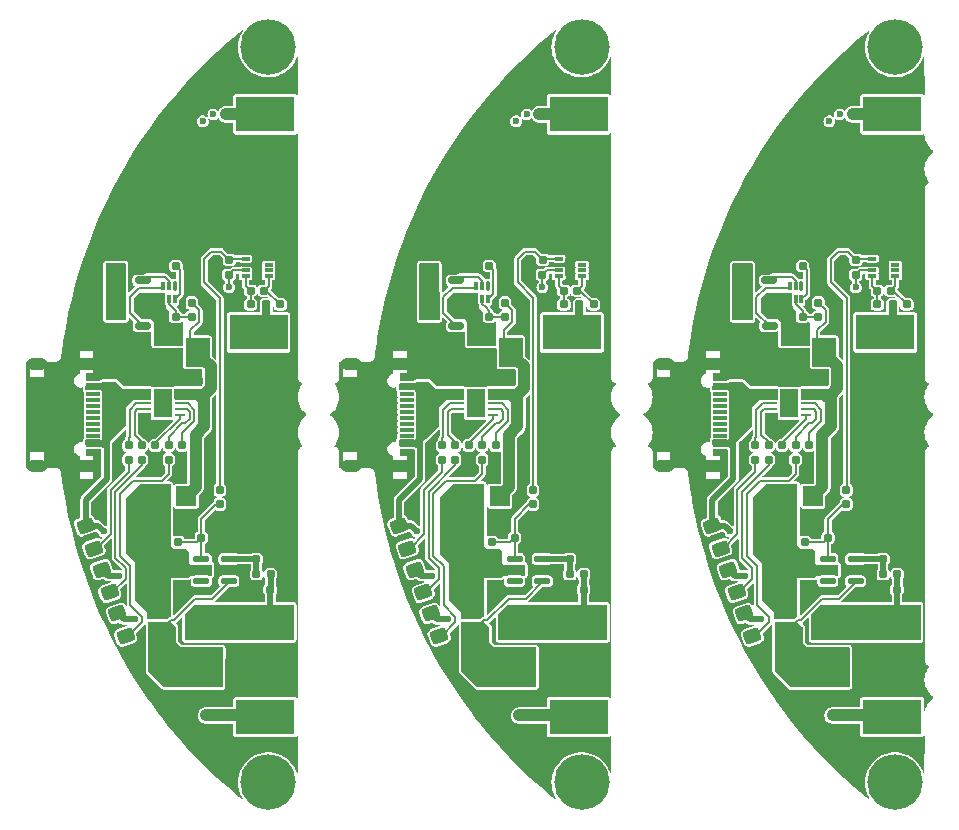
<source format=gbr>
%TF.GenerationSoftware,KiCad,Pcbnew,8.0.5*%
%TF.CreationDate,2025-01-30T01:50:55+01:00*%
%TF.ProjectId,LAMP_OUTDOOR_BATTERY_PANEL,4c414d50-5f4f-4555-9444-4f4f525f4241,rev?*%
%TF.SameCoordinates,Original*%
%TF.FileFunction,Copper,L1,Top*%
%TF.FilePolarity,Positive*%
%FSLAX46Y46*%
G04 Gerber Fmt 4.6, Leading zero omitted, Abs format (unit mm)*
G04 Created by KiCad (PCBNEW 8.0.5) date 2025-01-30 01:50:55*
%MOMM*%
%LPD*%
G01*
G04 APERTURE LIST*
G04 Aperture macros list*
%AMRoundRect*
0 Rectangle with rounded corners*
0 $1 Rounding radius*
0 $2 $3 $4 $5 $6 $7 $8 $9 X,Y pos of 4 corners*
0 Add a 4 corners polygon primitive as box body*
4,1,4,$2,$3,$4,$5,$6,$7,$8,$9,$2,$3,0*
0 Add four circle primitives for the rounded corners*
1,1,$1+$1,$2,$3*
1,1,$1+$1,$4,$5*
1,1,$1+$1,$6,$7*
1,1,$1+$1,$8,$9*
0 Add four rect primitives between the rounded corners*
20,1,$1+$1,$2,$3,$4,$5,0*
20,1,$1+$1,$4,$5,$6,$7,0*
20,1,$1+$1,$6,$7,$8,$9,0*
20,1,$1+$1,$8,$9,$2,$3,0*%
%AMFreePoly0*
4,1,13,0.153536,0.578536,0.155000,0.575000,0.155000,-0.575000,0.153536,-0.578536,0.150000,-0.580000,-0.450000,-0.580000,-0.453536,-0.578536,-0.455000,-0.575000,-0.455000,0.575000,-0.453536,0.578536,-0.450000,0.580000,0.150000,0.580000,0.153536,0.578536,0.153536,0.578536,$1*%
%AMFreePoly1*
4,1,13,0.453536,0.578536,0.455000,0.575000,0.455000,-0.575000,0.453536,-0.578536,0.450000,-0.580000,-0.150000,-0.580000,-0.153536,-0.578536,-0.155000,-0.575000,-0.155000,0.575000,-0.153536,0.578536,-0.150000,0.580000,0.450000,0.580000,0.453536,0.578536,0.453536,0.578536,$1*%
G04 Aperture macros list end*
%TA.AperFunction,SMDPad,CuDef*%
%ADD10RoundRect,0.155000X-0.212500X-0.155000X0.212500X-0.155000X0.212500X0.155000X-0.212500X0.155000X0*%
%TD*%
%TA.AperFunction,SMDPad,CuDef*%
%ADD11RoundRect,0.150000X0.512500X0.150000X-0.512500X0.150000X-0.512500X-0.150000X0.512500X-0.150000X0*%
%TD*%
%TA.AperFunction,ComponentPad*%
%ADD12O,1.800000X1.000000*%
%TD*%
%TA.AperFunction,ComponentPad*%
%ADD13O,2.100000X1.000000*%
%TD*%
%TA.AperFunction,SMDPad,CuDef*%
%ADD14R,1.150000X0.300000*%
%TD*%
%TA.AperFunction,SMDPad,CuDef*%
%ADD15FreePoly0,270.000000*%
%TD*%
%TA.AperFunction,SMDPad,CuDef*%
%ADD16FreePoly1,270.000000*%
%TD*%
%TA.AperFunction,SMDPad,CuDef*%
%ADD17R,1.575000X2.450000*%
%TD*%
%TA.AperFunction,SMDPad,CuDef*%
%ADD18R,0.860000X0.260000*%
%TD*%
%TA.AperFunction,ConnectorPad*%
%ADD19R,5.000000X3.000000*%
%TD*%
%TA.AperFunction,SMDPad,CuDef*%
%ADD20RoundRect,0.160000X0.160000X-0.197500X0.160000X0.197500X-0.160000X0.197500X-0.160000X-0.197500X0*%
%TD*%
%TA.AperFunction,ConnectorPad*%
%ADD21C,4.700000*%
%TD*%
%TA.AperFunction,ComponentPad*%
%ADD22C,3.100000*%
%TD*%
%TA.AperFunction,SMDPad,CuDef*%
%ADD23RoundRect,0.250000X0.534018X-0.151491X0.311705X0.459309X-0.534018X0.151491X-0.311705X-0.459309X0*%
%TD*%
%TA.AperFunction,SMDPad,CuDef*%
%ADD24RoundRect,0.155000X-0.155000X0.212500X-0.155000X-0.212500X0.155000X-0.212500X0.155000X0.212500X0*%
%TD*%
%TA.AperFunction,SMDPad,CuDef*%
%ADD25RoundRect,0.155000X0.155000X-0.212500X0.155000X0.212500X-0.155000X0.212500X-0.155000X-0.212500X0*%
%TD*%
%TA.AperFunction,SMDPad,CuDef*%
%ADD26RoundRect,0.160000X-0.197500X-0.160000X0.197500X-0.160000X0.197500X0.160000X-0.197500X0.160000X0*%
%TD*%
%TA.AperFunction,SMDPad,CuDef*%
%ADD27RoundRect,0.160000X-0.160000X0.197500X-0.160000X-0.197500X0.160000X-0.197500X0.160000X0.197500X0*%
%TD*%
%TA.AperFunction,SMDPad,CuDef*%
%ADD28RoundRect,0.160000X0.197500X0.160000X-0.197500X0.160000X-0.197500X-0.160000X0.197500X-0.160000X0*%
%TD*%
%TA.AperFunction,SMDPad,CuDef*%
%ADD29R,1.700000X0.800000*%
%TD*%
%TA.AperFunction,SMDPad,CuDef*%
%ADD30R,0.900000X1.500000*%
%TD*%
%TA.AperFunction,SMDPad,CuDef*%
%ADD31RoundRect,0.033750X0.336250X0.101250X-0.336250X0.101250X-0.336250X-0.101250X0.336250X-0.101250X0*%
%TD*%
%TA.AperFunction,SMDPad,CuDef*%
%ADD32RoundRect,0.147500X0.537500X0.147500X-0.537500X0.147500X-0.537500X-0.147500X0.537500X-0.147500X0*%
%TD*%
%TA.AperFunction,SMDPad,CuDef*%
%ADD33RoundRect,0.070000X0.070000X0.305000X-0.070000X0.305000X-0.070000X-0.305000X0.070000X-0.305000X0*%
%TD*%
%TA.AperFunction,SMDPad,CuDef*%
%ADD34RoundRect,0.070000X0.070000X0.355000X-0.070000X0.355000X-0.070000X-0.355000X0.070000X-0.355000X0*%
%TD*%
%TA.AperFunction,ComponentPad*%
%ADD35O,1.700000X1.700000*%
%TD*%
%TA.AperFunction,ComponentPad*%
%ADD36R,1.700000X1.700000*%
%TD*%
%TA.AperFunction,SMDPad,CuDef*%
%ADD37RoundRect,0.250000X-0.650000X1.000000X-0.650000X-1.000000X0.650000X-1.000000X0.650000X1.000000X0*%
%TD*%
%TA.AperFunction,ViaPad*%
%ADD38C,0.600000*%
%TD*%
%TA.AperFunction,Conductor*%
%ADD39C,0.500000*%
%TD*%
%TA.AperFunction,Conductor*%
%ADD40C,0.200000*%
%TD*%
%TA.AperFunction,Conductor*%
%ADD41C,1.000000*%
%TD*%
%TA.AperFunction,Conductor*%
%ADD42C,0.700000*%
%TD*%
G04 APERTURE END LIST*
D10*
%TO.P,C7,2*%
%TO.N,Net-(U4-BAT)*%
X149947500Y-83640000D03*
%TO.P,C7,1*%
%TO.N,/Battery-*%
X148812500Y-83640000D03*
%TD*%
D11*
%TO.P,Q2,3,D*%
%TO.N,Net-(Q1-D)*%
X144872500Y-83437500D03*
%TO.P,Q2,2,S*%
%TO.N,/Battery-*%
X147147500Y-82487500D03*
%TO.P,Q2,1,G*%
%TO.N,Net-(Q2-G)*%
X147147500Y-84387500D03*
%TD*%
D12*
%TO.P,J1,S4*%
%TO.N,GND*%
X138205000Y-96250000D03*
%TO.P,J1,S3*%
X138205000Y-87610000D03*
D13*
%TO.P,J1,S2*%
X142385000Y-96250000D03*
%TO.P,J1,S1*%
X142385000Y-87610000D03*
D14*
%TO.P,J1,B12,GND2*%
X142950000Y-88880000D03*
%TO.P,J1,B9,VBUS2*%
%TO.N,+5V*%
X142950000Y-89680000D03*
%TO.P,J1,B8,SBU2*%
%TO.N,unconnected-(J1-SBU2-PadB8)*%
X142950000Y-90180000D03*
%TO.P,J1,B7,D-2*%
%TO.N,unconnected-(J1-D-2-PadB7)*%
X142950000Y-91180000D03*
%TO.P,J1,B6,D+2*%
%TO.N,unconnected-(J1-D+2-PadB6)*%
X142950000Y-92680000D03*
%TO.P,J1,B5,CC2*%
%TO.N,unconnected-(J1-CC2-PadB5)*%
X142950000Y-93680000D03*
%TO.P,J1,B4,VBUS3*%
%TO.N,+5V*%
X142950000Y-94180000D03*
%TO.P,J1,B1,GND3*%
%TO.N,GND*%
X142950000Y-94980000D03*
D15*
%TO.P,J1,A12,GND1*%
X142950000Y-95280000D03*
%TO.P,J1,A9,VBUS1*%
%TO.N,+5V*%
X142950000Y-94480000D03*
D14*
%TO.P,J1,A8,SBU1*%
%TO.N,unconnected-(J1-SBU1-PadA8)*%
X142950000Y-93180000D03*
%TO.P,J1,A7,D-1*%
%TO.N,unconnected-(J1-D-1-PadA7)*%
X142950000Y-92180000D03*
%TO.P,J1,A6,D+1*%
%TO.N,unconnected-(J1-D+1-PadA6)*%
X142950000Y-91680000D03*
%TO.P,J1,A5,CC1*%
%TO.N,unconnected-(J1-CC1-PadA5)*%
X142950000Y-90680000D03*
D16*
%TO.P,J1,A4,VBUS*%
%TO.N,+5V*%
X142950000Y-89380000D03*
%TO.P,J1,A1,GND*%
%TO.N,GND*%
X142950000Y-88580000D03*
%TD*%
D17*
%TO.P,U1,11*%
%TO.N,N/C*%
X148830000Y-90960000D03*
D18*
%TO.P,U1,10,VBAT*%
%TO.N,+BATT*%
X150265000Y-89960000D03*
%TO.P,U1,9,VBAT*%
X150265000Y-90460000D03*
%TO.P,U1,8,THERM*%
%TO.N,Net-(U1-THERM)*%
X150265000Y-90960000D03*
%TO.P,U1,7,~{PG}*%
%TO.N,Net-(U1-~{PG})*%
X150265000Y-91460000D03*
%TO.P,U1,6,PROG*%
%TO.N,Net-(U1-PROG)*%
X150265000Y-91960000D03*
%TO.P,U1,5,VSS*%
%TO.N,GND*%
X147395000Y-91960000D03*
%TO.P,U1,4,STAT2*%
%TO.N,Net-(U1-STAT2)*%
X147395000Y-91460000D03*
%TO.P,U1,3,STAT1*%
%TO.N,Net-(U1-STAT1)*%
X147395000Y-90960000D03*
%TO.P,U1,2,VDD*%
%TO.N,+5V*%
X147395000Y-90460000D03*
%TO.P,U1,1,VDD*%
X147395000Y-89960000D03*
%TD*%
D10*
%TO.P,C5,2*%
%TO.N,Net-(U3-SNSK)*%
X157397500Y-81400000D03*
%TO.P,C5,1*%
%TO.N,Net-(U3-SNS)*%
X156262500Y-81400000D03*
%TD*%
D19*
%TO.P,J6,1,Pin_1*%
%TO.N,/ElecSensor*%
X156940000Y-84950000D03*
%TD*%
D20*
%TO.P,R3,2*%
%TO.N,Net-(U1-~{PG})*%
X149345000Y-94512500D03*
%TO.P,R3,1*%
%TO.N,Net-(D3-K)*%
X149345000Y-95707500D03*
%TD*%
D21*
%TO.P,REF\u002A\u002A,1*%
%TO.N,N/C*%
X157764700Y-123050400D03*
D22*
X157764700Y-123050400D03*
%TD*%
D23*
%TO.P,D3,2,A*%
%TO.N,+5V*%
X144997557Y-108722387D03*
%TO.P,D3,1,K*%
%TO.N,Net-(D3-K)*%
X145698699Y-110648757D03*
%TD*%
D24*
%TO.P,C2,2*%
%TO.N,+BATT*%
X151870000Y-90207500D03*
%TO.P,C2,1*%
%TO.N,GND*%
X151870000Y-89072500D03*
%TD*%
D25*
%TO.P,C3,2*%
%TO.N,/IN*%
X150140000Y-105175000D03*
%TO.P,C3,1*%
%TO.N,GND*%
X150140000Y-106310000D03*
%TD*%
D26*
%TO.P,R7,2*%
%TO.N,GND*%
X157957500Y-104130000D03*
%TO.P,R7,1*%
%TO.N,/V_FB*%
X156762500Y-104130000D03*
%TD*%
D27*
%TO.P,R4,2*%
%TO.N,GND*%
X148210000Y-95707500D03*
%TO.P,R4,1*%
%TO.N,Net-(U1-PROG)*%
X148210000Y-94512500D03*
%TD*%
D20*
%TO.P,R2,2*%
%TO.N,Net-(U1-STAT2)*%
X147075000Y-94512500D03*
%TO.P,R2,1*%
%TO.N,Net-(D2-K)*%
X147075000Y-95707500D03*
%TD*%
D23*
%TO.P,D2,2,A*%
%TO.N,+5V*%
X143649999Y-105019999D03*
%TO.P,D2,1,K*%
%TO.N,Net-(D2-K)*%
X144351141Y-106946369D03*
%TD*%
D28*
%TO.P,R6,2*%
%TO.N,/V_FB*%
X156762500Y-105430000D03*
%TO.P,R6,1*%
%TO.N,/Led_V+*%
X157957500Y-105430000D03*
%TD*%
D26*
%TO.P,R10,2*%
%TO.N,Net-(U3-SNSK)*%
X158777500Y-82580000D03*
%TO.P,R10,1*%
%TO.N,/ElecSensor*%
X157582500Y-82580000D03*
%TD*%
D27*
%TO.P,R5,2*%
%TO.N,GND*%
X150480000Y-95707500D03*
%TO.P,R5,1*%
%TO.N,Net-(U1-THERM)*%
X150480000Y-94512500D03*
%TD*%
D28*
%TO.P,R14,2*%
%TO.N,GND*%
X148752500Y-79320000D03*
%TO.P,R14,1*%
%TO.N,Net-(U4-V-)*%
X149947500Y-79320000D03*
%TD*%
D23*
%TO.P,D1,2,A*%
%TO.N,+5V*%
X142302442Y-101317612D03*
%TO.P,D1,1,K*%
%TO.N,Net-(D1-K)*%
X143003584Y-103243982D03*
%TD*%
D27*
%TO.P,R13,2*%
%TO.N,/EN*%
X153650000Y-99487500D03*
%TO.P,R13,1*%
%TO.N,TS*%
X153650000Y-98292500D03*
%TD*%
D21*
%TO.P,REF\u002A\u002A,1*%
%TO.N,N/C*%
X157764700Y-60789600D03*
D22*
X157764700Y-60789600D03*
%TD*%
D27*
%TO.P,R8,2*%
%TO.N,/IN*%
X150150000Y-103900000D03*
%TO.P,R8,1*%
%TO.N,/EN*%
X150150000Y-102705000D03*
%TD*%
D19*
%TO.P,J3,1,Pin_1*%
%TO.N,/Battery-*%
X157520000Y-117510000D03*
%TD*%
D29*
%TO.P,L1,2,2*%
%TO.N,/IN*%
X148530000Y-108620000D03*
%TO.P,L1,1,1*%
%TO.N,/SW*%
X148530000Y-109920000D03*
%TD*%
D21*
%TO.P,,1*%
%TO.N,N/C*%
X157764700Y-123050400D03*
%TD*%
D11*
%TO.P,Q1,3,D*%
%TO.N,Net-(Q1-D)*%
X144855000Y-79600000D03*
%TO.P,Q1,2,S*%
%TO.N,GND*%
X147130000Y-78650000D03*
%TO.P,Q1,1,G*%
%TO.N,Net-(Q1-G)*%
X147130000Y-80550000D03*
%TD*%
D19*
%TO.P,J2,1,Pin_1*%
%TO.N,+BATT*%
X157520000Y-66490000D03*
%TD*%
%TO.P,J5,1,Pin_1*%
%TO.N,GND*%
X157450000Y-113490000D03*
%TD*%
D30*
%TO.P,U3,9,EXP*%
%TO.N,GND*%
X156820000Y-79450000D03*
D31*
%TO.P,U3,8,SNS*%
%TO.N,Net-(U3-SNS)*%
X155840000Y-80200000D03*
%TO.P,U3,7,VDD*%
%TO.N,+BATT*%
X155840000Y-79700000D03*
%TO.P,U3,6,TIME*%
%TO.N,GND*%
X155840000Y-79200000D03*
%TO.P,U3,5,OUT*%
%TO.N,TS*%
X155840000Y-78700000D03*
%TO.P,U3,4,VSS*%
%TO.N,GND*%
X157800000Y-78700000D03*
%TO.P,U3,3,NC*%
%TO.N,unconnected-(U3-NC-Pad3)*%
X157800000Y-79200000D03*
%TO.P,U3,2,NC*%
%TO.N,unconnected-(U3-NC-Pad2)*%
X157800000Y-79700000D03*
%TO.P,U3,1,SNSK*%
%TO.N,Net-(U3-SNSK)*%
X157800000Y-80200000D03*
%TD*%
D28*
%TO.P,R9,2*%
%TO.N,/EN*%
X152092500Y-102330000D03*
%TO.P,R9,1*%
%TO.N,GND*%
X153287500Y-102330000D03*
%TD*%
D19*
%TO.P,J4,1,Pin_1*%
%TO.N,/Led_V+*%
X157450000Y-109500000D03*
%TD*%
D28*
%TO.P,R12,2*%
%TO.N,GND*%
X153272500Y-78800000D03*
%TO.P,R12,1*%
%TO.N,TS*%
X154467500Y-78800000D03*
%TD*%
D24*
%TO.P,C1,2*%
%TO.N,+5V*%
X145740000Y-90207500D03*
%TO.P,C1,1*%
%TO.N,GND*%
X145740000Y-89072500D03*
%TD*%
D32*
%TO.P,U2,6*%
%TO.N,N/C*%
X152090000Y-106020000D03*
%TO.P,U2,5,IN*%
%TO.N,/IN*%
X152090000Y-105070000D03*
%TO.P,U2,4,EN*%
%TO.N,/EN*%
X152090000Y-104120000D03*
%TO.P,U2,3,FB*%
%TO.N,/V_FB*%
X154430000Y-104120000D03*
%TO.P,U2,2,GND*%
%TO.N,GND*%
X154430000Y-105070000D03*
%TO.P,U2,1,SW*%
%TO.N,/SW*%
X154430000Y-106020000D03*
%TD*%
D10*
%TO.P,C6,2*%
%TO.N,+BATT*%
X154437500Y-80060000D03*
%TO.P,C6,1*%
%TO.N,GND*%
X153302500Y-80060000D03*
%TD*%
D27*
%TO.P,R15,2*%
%TO.N,Net-(U4-BAT)*%
X151280000Y-83647500D03*
%TO.P,R15,1*%
%TO.N,+BATT*%
X151280000Y-82452500D03*
%TD*%
D28*
%TO.P,R11,2*%
%TO.N,GND*%
X155072500Y-82580000D03*
%TO.P,R11,1*%
%TO.N,Net-(U3-SNS)*%
X156267500Y-82580000D03*
%TD*%
D33*
%TO.P,U4,6,V-*%
%TO.N,Net-(U4-V-)*%
X149850000Y-82130000D03*
%TO.P,U4,5,BAT*%
%TO.N,Net-(U4-BAT)*%
X149350000Y-82130000D03*
%TO.P,U4,4,VSS*%
%TO.N,/Battery-*%
X148850000Y-82130000D03*
%TO.P,U4,3,DOUT*%
%TO.N,Net-(Q2-G)*%
X148850000Y-80980000D03*
%TO.P,U4,2,COUT*%
%TO.N,Net-(Q1-G)*%
X149350000Y-80980000D03*
D34*
%TO.P,U4,1,NC*%
%TO.N,unconnected-(U4-NC-Pad1)*%
X149850000Y-81030000D03*
%TD*%
D10*
%TO.P,C4,2*%
%TO.N,/Led_V+*%
X157927500Y-106720000D03*
%TO.P,C4,1*%
%TO.N,GND*%
X156792500Y-106720000D03*
%TD*%
D35*
%TO.P,SW1,2,B*%
%TO.N,/IN*%
X148290000Y-98810000D03*
D36*
%TO.P,SW1,1,A*%
%TO.N,+BATT*%
X150830000Y-98810000D03*
%TD*%
D20*
%TO.P,R1,2*%
%TO.N,Net-(U1-STAT1)*%
X145940000Y-94512500D03*
%TO.P,R1,1*%
%TO.N,Net-(D1-K)*%
X145940000Y-95707500D03*
%TD*%
D37*
%TO.P,D4,2,A*%
%TO.N,/SW*%
X152330000Y-113500000D03*
%TO.P,D4,1,K*%
%TO.N,/Led_V+*%
X152330000Y-109500000D03*
%TD*%
D23*
%TO.P,D3,2,A*%
%TO.N,+5V*%
X171527257Y-108722387D03*
%TO.P,D3,1,K*%
%TO.N,Net-(D3-K)*%
X172228399Y-110648757D03*
%TD*%
D24*
%TO.P,C2,2*%
%TO.N,+BATT*%
X178399700Y-90207500D03*
%TO.P,C2,1*%
%TO.N,GND*%
X178399700Y-89072500D03*
%TD*%
D25*
%TO.P,C3,2*%
%TO.N,/IN*%
X176669700Y-105175000D03*
%TO.P,C3,1*%
%TO.N,GND*%
X176669700Y-106310000D03*
%TD*%
D26*
%TO.P,R7,2*%
%TO.N,GND*%
X184487200Y-104130000D03*
%TO.P,R7,1*%
%TO.N,/V_FB*%
X183292200Y-104130000D03*
%TD*%
D20*
%TO.P,R3,2*%
%TO.N,Net-(U1-~{PG})*%
X175874700Y-94512500D03*
%TO.P,R3,1*%
%TO.N,Net-(D3-K)*%
X175874700Y-95707500D03*
%TD*%
D17*
%TO.P,U1,11*%
%TO.N,N/C*%
X175359700Y-90960000D03*
D18*
%TO.P,U1,10,VBAT*%
%TO.N,+BATT*%
X176794700Y-89960000D03*
%TO.P,U1,9,VBAT*%
X176794700Y-90460000D03*
%TO.P,U1,8,THERM*%
%TO.N,Net-(U1-THERM)*%
X176794700Y-90960000D03*
%TO.P,U1,7,~{PG}*%
%TO.N,Net-(U1-~{PG})*%
X176794700Y-91460000D03*
%TO.P,U1,6,PROG*%
%TO.N,Net-(U1-PROG)*%
X176794700Y-91960000D03*
%TO.P,U1,5,VSS*%
%TO.N,GND*%
X173924700Y-91960000D03*
%TO.P,U1,4,STAT2*%
%TO.N,Net-(U1-STAT2)*%
X173924700Y-91460000D03*
%TO.P,U1,3,STAT1*%
%TO.N,Net-(U1-STAT1)*%
X173924700Y-90960000D03*
%TO.P,U1,2,VDD*%
%TO.N,+5V*%
X173924700Y-90460000D03*
%TO.P,U1,1,VDD*%
X173924700Y-89960000D03*
%TD*%
D10*
%TO.P,C5,2*%
%TO.N,Net-(U3-SNSK)*%
X183927200Y-81400000D03*
%TO.P,C5,1*%
%TO.N,Net-(U3-SNS)*%
X182792200Y-81400000D03*
%TD*%
D19*
%TO.P,J6,1,Pin_1*%
%TO.N,/ElecSensor*%
X183469700Y-84950000D03*
%TD*%
D21*
%TO.P,REF\u002A\u002A,1*%
%TO.N,N/C*%
X184294400Y-123050400D03*
D22*
X184294400Y-123050400D03*
%TD*%
D23*
%TO.P,D2,2,A*%
%TO.N,+5V*%
X170179699Y-105019999D03*
%TO.P,D2,1,K*%
%TO.N,Net-(D2-K)*%
X170880841Y-106946369D03*
%TD*%
D27*
%TO.P,R5,2*%
%TO.N,GND*%
X177009700Y-95707500D03*
%TO.P,R5,1*%
%TO.N,Net-(U1-THERM)*%
X177009700Y-94512500D03*
%TD*%
D20*
%TO.P,R2,2*%
%TO.N,Net-(U1-STAT2)*%
X173604700Y-94512500D03*
%TO.P,R2,1*%
%TO.N,Net-(D2-K)*%
X173604700Y-95707500D03*
%TD*%
D19*
%TO.P,J3,1,Pin_1*%
%TO.N,/Battery-*%
X184049700Y-117510000D03*
%TD*%
D28*
%TO.P,R6,2*%
%TO.N,/V_FB*%
X183292200Y-105430000D03*
%TO.P,R6,1*%
%TO.N,/Led_V+*%
X184487200Y-105430000D03*
%TD*%
D23*
%TO.P,D1,2,A*%
%TO.N,+5V*%
X168832142Y-101317612D03*
%TO.P,D1,1,K*%
%TO.N,Net-(D1-K)*%
X169533284Y-103243982D03*
%TD*%
D21*
%TO.P,REF\u002A\u002A,1*%
%TO.N,N/C*%
X184294400Y-60789600D03*
D22*
X184294400Y-60789600D03*
%TD*%
D27*
%TO.P,R4,2*%
%TO.N,GND*%
X174739700Y-95707500D03*
%TO.P,R4,1*%
%TO.N,Net-(U1-PROG)*%
X174739700Y-94512500D03*
%TD*%
D26*
%TO.P,R10,2*%
%TO.N,Net-(U3-SNSK)*%
X185307200Y-82580000D03*
%TO.P,R10,1*%
%TO.N,/ElecSensor*%
X184112200Y-82580000D03*
%TD*%
D27*
%TO.P,R13,2*%
%TO.N,/EN*%
X180179700Y-99487500D03*
%TO.P,R13,1*%
%TO.N,TS*%
X180179700Y-98292500D03*
%TD*%
D28*
%TO.P,R14,2*%
%TO.N,GND*%
X175282200Y-79320000D03*
%TO.P,R14,1*%
%TO.N,Net-(U4-V-)*%
X176477200Y-79320000D03*
%TD*%
D27*
%TO.P,R8,2*%
%TO.N,/IN*%
X176679700Y-103900000D03*
%TO.P,R8,1*%
%TO.N,/EN*%
X176679700Y-102705000D03*
%TD*%
D29*
%TO.P,L1,2,2*%
%TO.N,/IN*%
X175059700Y-108620000D03*
%TO.P,L1,1,1*%
%TO.N,/SW*%
X175059700Y-109920000D03*
%TD*%
D11*
%TO.P,Q1,3,D*%
%TO.N,Net-(Q1-D)*%
X171384700Y-79600000D03*
%TO.P,Q1,2,S*%
%TO.N,GND*%
X173659700Y-78650000D03*
%TO.P,Q1,1,G*%
%TO.N,Net-(Q1-G)*%
X173659700Y-80550000D03*
%TD*%
D19*
%TO.P,J2,1,Pin_1*%
%TO.N,+BATT*%
X184049700Y-66490000D03*
%TD*%
%TO.P,J5,1,Pin_1*%
%TO.N,GND*%
X183979700Y-113490000D03*
%TD*%
D21*
%TO.P,,1*%
%TO.N,N/C*%
X184294400Y-123050400D03*
%TD*%
D30*
%TO.P,U3,9,EXP*%
%TO.N,GND*%
X183349700Y-79450000D03*
D31*
%TO.P,U3,8,SNS*%
%TO.N,Net-(U3-SNS)*%
X182369700Y-80200000D03*
%TO.P,U3,7,VDD*%
%TO.N,+BATT*%
X182369700Y-79700000D03*
%TO.P,U3,6,TIME*%
%TO.N,GND*%
X182369700Y-79200000D03*
%TO.P,U3,5,OUT*%
%TO.N,TS*%
X182369700Y-78700000D03*
%TO.P,U3,4,VSS*%
%TO.N,GND*%
X184329700Y-78700000D03*
%TO.P,U3,3,NC*%
%TO.N,unconnected-(U3-NC-Pad3)*%
X184329700Y-79200000D03*
%TO.P,U3,2,NC*%
%TO.N,unconnected-(U3-NC-Pad2)*%
X184329700Y-79700000D03*
%TO.P,U3,1,SNSK*%
%TO.N,Net-(U3-SNSK)*%
X184329700Y-80200000D03*
%TD*%
D10*
%TO.P,C6,2*%
%TO.N,+BATT*%
X180967200Y-80060000D03*
%TO.P,C6,1*%
%TO.N,GND*%
X179832200Y-80060000D03*
%TD*%
D28*
%TO.P,R11,2*%
%TO.N,GND*%
X181602200Y-82580000D03*
%TO.P,R11,1*%
%TO.N,Net-(U3-SNS)*%
X182797200Y-82580000D03*
%TD*%
D33*
%TO.P,U4,6,V-*%
%TO.N,Net-(U4-V-)*%
X176379700Y-82130000D03*
%TO.P,U4,5,BAT*%
%TO.N,Net-(U4-BAT)*%
X175879700Y-82130000D03*
%TO.P,U4,4,VSS*%
%TO.N,/Battery-*%
X175379700Y-82130000D03*
%TO.P,U4,3,DOUT*%
%TO.N,Net-(Q2-G)*%
X175379700Y-80980000D03*
%TO.P,U4,2,COUT*%
%TO.N,Net-(Q1-G)*%
X175879700Y-80980000D03*
D34*
%TO.P,U4,1,NC*%
%TO.N,unconnected-(U4-NC-Pad1)*%
X176379700Y-81030000D03*
%TD*%
D20*
%TO.P,R1,2*%
%TO.N,Net-(U1-STAT1)*%
X172469700Y-94512500D03*
%TO.P,R1,1*%
%TO.N,Net-(D1-K)*%
X172469700Y-95707500D03*
%TD*%
D19*
%TO.P,J4,1,Pin_1*%
%TO.N,/Led_V+*%
X183979700Y-109500000D03*
%TD*%
D28*
%TO.P,R9,2*%
%TO.N,/EN*%
X178622200Y-102330000D03*
%TO.P,R9,1*%
%TO.N,GND*%
X179817200Y-102330000D03*
%TD*%
%TO.P,R12,2*%
%TO.N,GND*%
X179802200Y-78800000D03*
%TO.P,R12,1*%
%TO.N,TS*%
X180997200Y-78800000D03*
%TD*%
D24*
%TO.P,C1,2*%
%TO.N,+5V*%
X172269700Y-90207500D03*
%TO.P,C1,1*%
%TO.N,GND*%
X172269700Y-89072500D03*
%TD*%
D32*
%TO.P,U2,6*%
%TO.N,N/C*%
X178619700Y-106020000D03*
%TO.P,U2,5,IN*%
%TO.N,/IN*%
X178619700Y-105070000D03*
%TO.P,U2,4,EN*%
%TO.N,/EN*%
X178619700Y-104120000D03*
%TO.P,U2,3,FB*%
%TO.N,/V_FB*%
X180959700Y-104120000D03*
%TO.P,U2,2,GND*%
%TO.N,GND*%
X180959700Y-105070000D03*
%TO.P,U2,1,SW*%
%TO.N,/SW*%
X180959700Y-106020000D03*
%TD*%
D27*
%TO.P,R15,2*%
%TO.N,Net-(U4-BAT)*%
X177809700Y-83647500D03*
%TO.P,R15,1*%
%TO.N,+BATT*%
X177809700Y-82452500D03*
%TD*%
D10*
%TO.P,C4,2*%
%TO.N,/Led_V+*%
X184457200Y-106720000D03*
%TO.P,C4,1*%
%TO.N,GND*%
X183322200Y-106720000D03*
%TD*%
D35*
%TO.P,SW1,2,B*%
%TO.N,/IN*%
X174819700Y-98810000D03*
D36*
%TO.P,SW1,1,A*%
%TO.N,+BATT*%
X177359700Y-98810000D03*
%TD*%
D37*
%TO.P,D4,2,A*%
%TO.N,/SW*%
X178859700Y-113500000D03*
%TO.P,D4,1,K*%
%TO.N,/Led_V+*%
X178859700Y-109500000D03*
%TD*%
D11*
%TO.P,Q2,3,D*%
%TO.N,Net-(Q1-D)*%
X171402200Y-83437500D03*
%TO.P,Q2,2,S*%
%TO.N,/Battery-*%
X173677200Y-82487500D03*
%TO.P,Q2,1,G*%
%TO.N,Net-(Q2-G)*%
X173677200Y-84387500D03*
%TD*%
D10*
%TO.P,C7,2*%
%TO.N,Net-(U4-BAT)*%
X176477200Y-83640000D03*
%TO.P,C7,1*%
%TO.N,/Battery-*%
X175342200Y-83640000D03*
%TD*%
D12*
%TO.P,J1,S4*%
%TO.N,GND*%
X164734700Y-96250000D03*
%TO.P,J1,S3*%
X164734700Y-87610000D03*
D13*
%TO.P,J1,S2*%
X168914700Y-96250000D03*
%TO.P,J1,S1*%
X168914700Y-87610000D03*
D14*
%TO.P,J1,B12,GND2*%
X169479700Y-88880000D03*
%TO.P,J1,B9,VBUS2*%
%TO.N,+5V*%
X169479700Y-89680000D03*
%TO.P,J1,B8,SBU2*%
%TO.N,unconnected-(J1-SBU2-PadB8)*%
X169479700Y-90180000D03*
%TO.P,J1,B7,D-2*%
%TO.N,unconnected-(J1-D-2-PadB7)*%
X169479700Y-91180000D03*
%TO.P,J1,B6,D+2*%
%TO.N,unconnected-(J1-D+2-PadB6)*%
X169479700Y-92680000D03*
%TO.P,J1,B5,CC2*%
%TO.N,unconnected-(J1-CC2-PadB5)*%
X169479700Y-93680000D03*
%TO.P,J1,B4,VBUS3*%
%TO.N,+5V*%
X169479700Y-94180000D03*
%TO.P,J1,B1,GND3*%
%TO.N,GND*%
X169479700Y-94980000D03*
D15*
%TO.P,J1,A12,GND1*%
X169479700Y-95280000D03*
%TO.P,J1,A9,VBUS1*%
%TO.N,+5V*%
X169479700Y-94480000D03*
D14*
%TO.P,J1,A8,SBU1*%
%TO.N,unconnected-(J1-SBU1-PadA8)*%
X169479700Y-93180000D03*
%TO.P,J1,A7,D-1*%
%TO.N,unconnected-(J1-D-1-PadA7)*%
X169479700Y-92180000D03*
%TO.P,J1,A6,D+1*%
%TO.N,unconnected-(J1-D+1-PadA6)*%
X169479700Y-91680000D03*
%TO.P,J1,A5,CC1*%
%TO.N,unconnected-(J1-CC1-PadA5)*%
X169479700Y-90680000D03*
D16*
%TO.P,J1,A4,VBUS*%
%TO.N,+5V*%
X169479700Y-89380000D03*
%TO.P,J1,A1,GND*%
%TO.N,GND*%
X169479700Y-88580000D03*
%TD*%
D23*
%TO.P,D3,2,A*%
%TO.N,+5V*%
X198057257Y-108722387D03*
%TO.P,D3,1,K*%
%TO.N,Net-(D3-K)*%
X198758399Y-110648757D03*
%TD*%
D24*
%TO.P,C2,2*%
%TO.N,+BATT*%
X204929700Y-90207500D03*
%TO.P,C2,1*%
%TO.N,GND*%
X204929700Y-89072500D03*
%TD*%
D25*
%TO.P,C3,2*%
%TO.N,/IN*%
X203199700Y-105175000D03*
%TO.P,C3,1*%
%TO.N,GND*%
X203199700Y-106310000D03*
%TD*%
D26*
%TO.P,R7,2*%
%TO.N,GND*%
X211017200Y-104130000D03*
%TO.P,R7,1*%
%TO.N,/V_FB*%
X209822200Y-104130000D03*
%TD*%
D20*
%TO.P,R3,2*%
%TO.N,Net-(U1-~{PG})*%
X202404700Y-94512500D03*
%TO.P,R3,1*%
%TO.N,Net-(D3-K)*%
X202404700Y-95707500D03*
%TD*%
D17*
%TO.P,U1,11*%
%TO.N,N/C*%
X201889700Y-90960000D03*
D18*
%TO.P,U1,10,VBAT*%
%TO.N,+BATT*%
X203324700Y-89960000D03*
%TO.P,U1,9,VBAT*%
X203324700Y-90460000D03*
%TO.P,U1,8,THERM*%
%TO.N,Net-(U1-THERM)*%
X203324700Y-90960000D03*
%TO.P,U1,7,~{PG}*%
%TO.N,Net-(U1-~{PG})*%
X203324700Y-91460000D03*
%TO.P,U1,6,PROG*%
%TO.N,Net-(U1-PROG)*%
X203324700Y-91960000D03*
%TO.P,U1,5,VSS*%
%TO.N,GND*%
X200454700Y-91960000D03*
%TO.P,U1,4,STAT2*%
%TO.N,Net-(U1-STAT2)*%
X200454700Y-91460000D03*
%TO.P,U1,3,STAT1*%
%TO.N,Net-(U1-STAT1)*%
X200454700Y-90960000D03*
%TO.P,U1,2,VDD*%
%TO.N,+5V*%
X200454700Y-90460000D03*
%TO.P,U1,1,VDD*%
X200454700Y-89960000D03*
%TD*%
D10*
%TO.P,C5,2*%
%TO.N,Net-(U3-SNSK)*%
X210457200Y-81400000D03*
%TO.P,C5,1*%
%TO.N,Net-(U3-SNS)*%
X209322200Y-81400000D03*
%TD*%
D19*
%TO.P,J6,1,Pin_1*%
%TO.N,/ElecSensor*%
X209999700Y-84950000D03*
%TD*%
D21*
%TO.P,REF\u002A\u002A,1*%
%TO.N,N/C*%
X210824400Y-123050400D03*
D22*
X210824400Y-123050400D03*
%TD*%
D23*
%TO.P,D2,2,A*%
%TO.N,+5V*%
X196709699Y-105019999D03*
%TO.P,D2,1,K*%
%TO.N,Net-(D2-K)*%
X197410841Y-106946369D03*
%TD*%
D27*
%TO.P,R5,2*%
%TO.N,GND*%
X203539700Y-95707500D03*
%TO.P,R5,1*%
%TO.N,Net-(U1-THERM)*%
X203539700Y-94512500D03*
%TD*%
D20*
%TO.P,R2,2*%
%TO.N,Net-(U1-STAT2)*%
X200134700Y-94512500D03*
%TO.P,R2,1*%
%TO.N,Net-(D2-K)*%
X200134700Y-95707500D03*
%TD*%
D19*
%TO.P,J3,1,Pin_1*%
%TO.N,/Battery-*%
X210579700Y-117510000D03*
%TD*%
D28*
%TO.P,R6,2*%
%TO.N,/V_FB*%
X209822200Y-105430000D03*
%TO.P,R6,1*%
%TO.N,/Led_V+*%
X211017200Y-105430000D03*
%TD*%
D23*
%TO.P,D1,2,A*%
%TO.N,+5V*%
X195362142Y-101317612D03*
%TO.P,D1,1,K*%
%TO.N,Net-(D1-K)*%
X196063284Y-103243982D03*
%TD*%
D21*
%TO.P,REF\u002A\u002A,1*%
%TO.N,N/C*%
X210824400Y-60789600D03*
D22*
X210824400Y-60789600D03*
%TD*%
D27*
%TO.P,R4,2*%
%TO.N,GND*%
X201269700Y-95707500D03*
%TO.P,R4,1*%
%TO.N,Net-(U1-PROG)*%
X201269700Y-94512500D03*
%TD*%
D26*
%TO.P,R10,2*%
%TO.N,Net-(U3-SNSK)*%
X211837200Y-82580000D03*
%TO.P,R10,1*%
%TO.N,/ElecSensor*%
X210642200Y-82580000D03*
%TD*%
D27*
%TO.P,R13,2*%
%TO.N,/EN*%
X206709700Y-99487500D03*
%TO.P,R13,1*%
%TO.N,TS*%
X206709700Y-98292500D03*
%TD*%
D28*
%TO.P,R14,2*%
%TO.N,GND*%
X201812200Y-79320000D03*
%TO.P,R14,1*%
%TO.N,Net-(U4-V-)*%
X203007200Y-79320000D03*
%TD*%
D27*
%TO.P,R8,2*%
%TO.N,/IN*%
X203209700Y-103900000D03*
%TO.P,R8,1*%
%TO.N,/EN*%
X203209700Y-102705000D03*
%TD*%
D29*
%TO.P,L1,2,2*%
%TO.N,/IN*%
X201589700Y-108620000D03*
%TO.P,L1,1,1*%
%TO.N,/SW*%
X201589700Y-109920000D03*
%TD*%
D11*
%TO.P,Q1,3,D*%
%TO.N,Net-(Q1-D)*%
X197914700Y-79600000D03*
%TO.P,Q1,2,S*%
%TO.N,GND*%
X200189700Y-78650000D03*
%TO.P,Q1,1,G*%
%TO.N,Net-(Q1-G)*%
X200189700Y-80550000D03*
%TD*%
D19*
%TO.P,J2,1,Pin_1*%
%TO.N,+BATT*%
X210579700Y-66490000D03*
%TD*%
%TO.P,J5,1,Pin_1*%
%TO.N,GND*%
X210509700Y-113490000D03*
%TD*%
D21*
%TO.P,,1*%
%TO.N,N/C*%
X210824400Y-123050400D03*
%TD*%
D30*
%TO.P,U3,9,EXP*%
%TO.N,GND*%
X209879700Y-79450000D03*
D31*
%TO.P,U3,8,SNS*%
%TO.N,Net-(U3-SNS)*%
X208899700Y-80200000D03*
%TO.P,U3,7,VDD*%
%TO.N,+BATT*%
X208899700Y-79700000D03*
%TO.P,U3,6,TIME*%
%TO.N,GND*%
X208899700Y-79200000D03*
%TO.P,U3,5,OUT*%
%TO.N,TS*%
X208899700Y-78700000D03*
%TO.P,U3,4,VSS*%
%TO.N,GND*%
X210859700Y-78700000D03*
%TO.P,U3,3,NC*%
%TO.N,unconnected-(U3-NC-Pad3)*%
X210859700Y-79200000D03*
%TO.P,U3,2,NC*%
%TO.N,unconnected-(U3-NC-Pad2)*%
X210859700Y-79700000D03*
%TO.P,U3,1,SNSK*%
%TO.N,Net-(U3-SNSK)*%
X210859700Y-80200000D03*
%TD*%
D10*
%TO.P,C6,2*%
%TO.N,+BATT*%
X207497200Y-80060000D03*
%TO.P,C6,1*%
%TO.N,GND*%
X206362200Y-80060000D03*
%TD*%
D28*
%TO.P,R11,2*%
%TO.N,GND*%
X208132200Y-82580000D03*
%TO.P,R11,1*%
%TO.N,Net-(U3-SNS)*%
X209327200Y-82580000D03*
%TD*%
D33*
%TO.P,U4,6,V-*%
%TO.N,Net-(U4-V-)*%
X202909700Y-82130000D03*
%TO.P,U4,5,BAT*%
%TO.N,Net-(U4-BAT)*%
X202409700Y-82130000D03*
%TO.P,U4,4,VSS*%
%TO.N,/Battery-*%
X201909700Y-82130000D03*
%TO.P,U4,3,DOUT*%
%TO.N,Net-(Q2-G)*%
X201909700Y-80980000D03*
%TO.P,U4,2,COUT*%
%TO.N,Net-(Q1-G)*%
X202409700Y-80980000D03*
D34*
%TO.P,U4,1,NC*%
%TO.N,unconnected-(U4-NC-Pad1)*%
X202909700Y-81030000D03*
%TD*%
D20*
%TO.P,R1,2*%
%TO.N,Net-(U1-STAT1)*%
X198999700Y-94512500D03*
%TO.P,R1,1*%
%TO.N,Net-(D1-K)*%
X198999700Y-95707500D03*
%TD*%
D19*
%TO.P,J4,1,Pin_1*%
%TO.N,/Led_V+*%
X210509700Y-109500000D03*
%TD*%
D28*
%TO.P,R9,2*%
%TO.N,/EN*%
X205152200Y-102330000D03*
%TO.P,R9,1*%
%TO.N,GND*%
X206347200Y-102330000D03*
%TD*%
%TO.P,R12,2*%
%TO.N,GND*%
X206332200Y-78800000D03*
%TO.P,R12,1*%
%TO.N,TS*%
X207527200Y-78800000D03*
%TD*%
D24*
%TO.P,C1,2*%
%TO.N,+5V*%
X198799700Y-90207500D03*
%TO.P,C1,1*%
%TO.N,GND*%
X198799700Y-89072500D03*
%TD*%
D32*
%TO.P,U2,6*%
%TO.N,N/C*%
X205149700Y-106020000D03*
%TO.P,U2,5,IN*%
%TO.N,/IN*%
X205149700Y-105070000D03*
%TO.P,U2,4,EN*%
%TO.N,/EN*%
X205149700Y-104120000D03*
%TO.P,U2,3,FB*%
%TO.N,/V_FB*%
X207489700Y-104120000D03*
%TO.P,U2,2,GND*%
%TO.N,GND*%
X207489700Y-105070000D03*
%TO.P,U2,1,SW*%
%TO.N,/SW*%
X207489700Y-106020000D03*
%TD*%
D27*
%TO.P,R15,2*%
%TO.N,Net-(U4-BAT)*%
X204339700Y-83647500D03*
%TO.P,R15,1*%
%TO.N,+BATT*%
X204339700Y-82452500D03*
%TD*%
D10*
%TO.P,C4,2*%
%TO.N,/Led_V+*%
X210987200Y-106720000D03*
%TO.P,C4,1*%
%TO.N,GND*%
X209852200Y-106720000D03*
%TD*%
D35*
%TO.P,SW1,2,B*%
%TO.N,/IN*%
X201349700Y-98810000D03*
D36*
%TO.P,SW1,1,A*%
%TO.N,+BATT*%
X203889700Y-98810000D03*
%TD*%
D37*
%TO.P,D4,2,A*%
%TO.N,/SW*%
X205389700Y-113500000D03*
%TO.P,D4,1,K*%
%TO.N,/Led_V+*%
X205389700Y-109500000D03*
%TD*%
D11*
%TO.P,Q2,3,D*%
%TO.N,Net-(Q1-D)*%
X197932200Y-83437500D03*
%TO.P,Q2,2,S*%
%TO.N,/Battery-*%
X200207200Y-82487500D03*
%TO.P,Q2,1,G*%
%TO.N,Net-(Q2-G)*%
X200207200Y-84387500D03*
%TD*%
D10*
%TO.P,C7,2*%
%TO.N,Net-(U4-BAT)*%
X203007200Y-83640000D03*
%TO.P,C7,1*%
%TO.N,/Battery-*%
X201872200Y-83640000D03*
%TD*%
D12*
%TO.P,J1,S4*%
%TO.N,GND*%
X191264700Y-96250000D03*
%TO.P,J1,S3*%
X191264700Y-87610000D03*
D13*
%TO.P,J1,S2*%
X195444700Y-96250000D03*
%TO.P,J1,S1*%
X195444700Y-87610000D03*
D14*
%TO.P,J1,B12,GND2*%
X196009700Y-88880000D03*
%TO.P,J1,B9,VBUS2*%
%TO.N,+5V*%
X196009700Y-89680000D03*
%TO.P,J1,B8,SBU2*%
%TO.N,unconnected-(J1-SBU2-PadB8)*%
X196009700Y-90180000D03*
%TO.P,J1,B7,D-2*%
%TO.N,unconnected-(J1-D-2-PadB7)*%
X196009700Y-91180000D03*
%TO.P,J1,B6,D+2*%
%TO.N,unconnected-(J1-D+2-PadB6)*%
X196009700Y-92680000D03*
%TO.P,J1,B5,CC2*%
%TO.N,unconnected-(J1-CC2-PadB5)*%
X196009700Y-93680000D03*
%TO.P,J1,B4,VBUS3*%
%TO.N,+5V*%
X196009700Y-94180000D03*
%TO.P,J1,B1,GND3*%
%TO.N,GND*%
X196009700Y-94980000D03*
D15*
%TO.P,J1,A12,GND1*%
X196009700Y-95280000D03*
%TO.P,J1,A9,VBUS1*%
%TO.N,+5V*%
X196009700Y-94480000D03*
D14*
%TO.P,J1,A8,SBU1*%
%TO.N,unconnected-(J1-SBU1-PadA8)*%
X196009700Y-93180000D03*
%TO.P,J1,A7,D-1*%
%TO.N,unconnected-(J1-D-1-PadA7)*%
X196009700Y-92180000D03*
%TO.P,J1,A6,D+1*%
%TO.N,unconnected-(J1-D+1-PadA6)*%
X196009700Y-91680000D03*
%TO.P,J1,A5,CC1*%
%TO.N,unconnected-(J1-CC1-PadA5)*%
X196009700Y-90680000D03*
D16*
%TO.P,J1,A4,VBUS*%
%TO.N,+5V*%
X196009700Y-89380000D03*
%TO.P,J1,A1,GND*%
%TO.N,GND*%
X196009700Y-88580000D03*
%TD*%
D38*
%TO.N,+5V*%
X146460000Y-109250000D03*
X145100000Y-105550000D03*
X143820000Y-101790000D03*
%TO.N,GND*%
X150190000Y-107410000D03*
X151820000Y-69850000D03*
X155690000Y-88110000D03*
X151820000Y-76460718D03*
X150790000Y-101180000D03*
X155690000Y-91520718D03*
X147230000Y-69820000D03*
X159060000Y-91520000D03*
X159090000Y-97739282D03*
X151820000Y-73260718D03*
X155300000Y-76390718D03*
X158720000Y-69750000D03*
X155300000Y-73190718D03*
X148190000Y-96800000D03*
X143570000Y-99660000D03*
X140270000Y-91460000D03*
X154200000Y-115680000D03*
X152750000Y-119020000D03*
X147230000Y-76430718D03*
X141120000Y-98230000D03*
X159060000Y-94930718D03*
X159060000Y-88320000D03*
X155720000Y-97740000D03*
X155690000Y-94720718D03*
X159450000Y-105380000D03*
X152549282Y-115680000D03*
X147230000Y-73230718D03*
X147900000Y-93320000D03*
X144990000Y-94710000D03*
X155720000Y-100940000D03*
X140270000Y-88480000D03*
X140910000Y-85690000D03*
X158720000Y-76360718D03*
X159140000Y-100910000D03*
X158720000Y-72950000D03*
X150480000Y-96850000D03*
X155510000Y-107300000D03*
X151099282Y-119020000D03*
X155300000Y-69780000D03*
X159470000Y-107340000D03*
X140270000Y-94280000D03*
X144690000Y-87640000D03*
%TO.N,+BATT*%
X151160000Y-85960000D03*
X151160000Y-87360000D03*
X152410000Y-87360000D03*
X153110000Y-66490000D03*
X154450000Y-81130000D03*
X152410000Y-85960000D03*
X154180000Y-66490000D03*
X152220000Y-67080000D03*
%TO.N,/Battery-*%
X153870000Y-117380000D03*
X149980000Y-84450000D03*
X149980000Y-85700000D03*
X152480000Y-117380000D03*
X148580000Y-84450000D03*
X148580000Y-85700000D03*
%TO.N,+5V*%
X172989700Y-109250000D03*
X171629700Y-105550000D03*
X170349700Y-101790000D03*
%TO.N,GND*%
X176719700Y-107410000D03*
X178349700Y-69850000D03*
X182219700Y-88110000D03*
X178349700Y-76460718D03*
X177319700Y-101180000D03*
X182219700Y-91520718D03*
X173759700Y-69820000D03*
X185589700Y-91520000D03*
X185619700Y-97739282D03*
%TO.N,+BATT*%
X178939700Y-85960000D03*
%TO.N,GND*%
X178349700Y-73260718D03*
X170099700Y-99660000D03*
%TO.N,/Battery-*%
X176509700Y-84450000D03*
%TO.N,GND*%
X185249700Y-69750000D03*
X167439700Y-85690000D03*
X171219700Y-87640000D03*
%TO.N,+BATT*%
X178939700Y-87360000D03*
%TO.N,GND*%
X166799700Y-91460000D03*
X182249700Y-97740000D03*
X171519700Y-94710000D03*
X174719700Y-96800000D03*
X180729700Y-115680000D03*
X179279700Y-119020000D03*
X185589700Y-88320000D03*
X179078982Y-115680000D03*
X181829700Y-73190718D03*
X181829700Y-76390718D03*
X182219700Y-94720718D03*
X185669700Y-100910000D03*
X166799700Y-88480000D03*
X181829700Y-69780000D03*
X185249700Y-76360718D03*
X182039700Y-107300000D03*
X182249700Y-100940000D03*
X177628982Y-119020000D03*
X166799700Y-94280000D03*
X173759700Y-76430718D03*
X173759700Y-73230718D03*
X177009700Y-96850000D03*
X185999700Y-107340000D03*
X167649700Y-98230000D03*
X185979700Y-105380000D03*
X185589700Y-94930718D03*
X174429700Y-93320000D03*
X185249700Y-72950000D03*
%TO.N,+BATT*%
X177689700Y-85960000D03*
X177689700Y-87360000D03*
X179639700Y-66490000D03*
X180979700Y-81130000D03*
X180709700Y-66490000D03*
X178749700Y-67080000D03*
%TO.N,/Battery-*%
X180399700Y-117380000D03*
X176509700Y-85700000D03*
X175109700Y-84450000D03*
X175109700Y-85700000D03*
X179009700Y-117380000D03*
%TO.N,+5V*%
X199519700Y-109250000D03*
X198159700Y-105550000D03*
X196879700Y-101790000D03*
%TO.N,GND*%
X203249700Y-107410000D03*
X204879700Y-69850000D03*
X208749700Y-88110000D03*
X204879700Y-76460718D03*
X203849700Y-101180000D03*
X208749700Y-91520718D03*
X200289700Y-69820000D03*
X212119700Y-91520000D03*
X212149700Y-97739282D03*
%TO.N,+BATT*%
X205469700Y-85960000D03*
%TO.N,GND*%
X204879700Y-73260718D03*
X196629700Y-99660000D03*
%TO.N,/Battery-*%
X203039700Y-84450000D03*
%TO.N,GND*%
X211779700Y-69750000D03*
X193969700Y-85690000D03*
X197749700Y-87640000D03*
%TO.N,+BATT*%
X205469700Y-87360000D03*
%TO.N,GND*%
X193329700Y-91460000D03*
X208779700Y-97740000D03*
X198049700Y-94710000D03*
X201249700Y-96800000D03*
X207259700Y-115680000D03*
X205809700Y-119020000D03*
X212119700Y-88320000D03*
X205608982Y-115680000D03*
X208359700Y-73190718D03*
X208359700Y-76390718D03*
X208749700Y-94720718D03*
X212199700Y-100910000D03*
X193329700Y-88480000D03*
X208359700Y-69780000D03*
X211779700Y-76360718D03*
X208569700Y-107300000D03*
X208779700Y-100940000D03*
X204158982Y-119020000D03*
X193329700Y-94280000D03*
X200289700Y-76430718D03*
X200289700Y-73230718D03*
X203539700Y-96850000D03*
X212529700Y-107340000D03*
X194179700Y-98230000D03*
X212509700Y-105380000D03*
X212119700Y-94930718D03*
X200959700Y-93320000D03*
X211779700Y-72950000D03*
%TO.N,+BATT*%
X204219700Y-85960000D03*
X204219700Y-87360000D03*
X206169700Y-66490000D03*
X207509700Y-81130000D03*
X207239700Y-66490000D03*
X205279700Y-67080000D03*
%TO.N,/Battery-*%
X206929700Y-117380000D03*
X203039700Y-85700000D03*
X201639700Y-84450000D03*
X201639700Y-85700000D03*
X205539700Y-117380000D03*
%TD*%
D39*
%TO.N,+5V*%
X144090000Y-94220000D02*
X144090000Y-97320000D01*
X144180000Y-105550000D02*
X143649999Y-105019999D01*
X142302442Y-101317612D02*
X143347612Y-101317612D01*
X146460000Y-109250000D02*
X145525170Y-109250000D01*
X145100000Y-105550000D02*
X144180000Y-105550000D01*
X144090000Y-97320000D02*
X142302442Y-99107558D01*
X145525170Y-109250000D02*
X144997557Y-108722387D01*
X143347612Y-101317612D02*
X143820000Y-101790000D01*
X142302442Y-99107558D02*
X142302442Y-101317612D01*
D40*
%TO.N,+BATT*%
X154437500Y-81117500D02*
X154450000Y-81130000D01*
X151160000Y-84779972D02*
X151160000Y-85960000D01*
X154437500Y-80060000D02*
X154437500Y-81117500D01*
X151900000Y-83072500D02*
X151900000Y-84039972D01*
D41*
X152330000Y-92890000D02*
X151610000Y-93610000D01*
X151870000Y-90207500D02*
X152330000Y-90667500D01*
D40*
X151280000Y-82452500D02*
X151338750Y-82511250D01*
X151900000Y-84039972D02*
X151160000Y-84779972D01*
D41*
X151610000Y-93610000D02*
X151610000Y-98030000D01*
X152410000Y-87360000D02*
X152880000Y-87830000D01*
X152330000Y-90667500D02*
X152330000Y-92890000D01*
D40*
X154437500Y-80060000D02*
X154797500Y-79700000D01*
D41*
X154180000Y-66490000D02*
X157520000Y-66490000D01*
D40*
X151280000Y-82452500D02*
X151900000Y-83072500D01*
D41*
X152880000Y-89643448D02*
X152315948Y-90207500D01*
X151610000Y-98030000D02*
X150830000Y-98810000D01*
X152880000Y-87830000D02*
X152880000Y-89643448D01*
D40*
X154797500Y-79700000D02*
X155840000Y-79700000D01*
D41*
X152315948Y-90207500D02*
X151870000Y-90207500D01*
D40*
%TO.N,Net-(D1-K)*%
X144420000Y-102038529D02*
X143214547Y-103243982D01*
X145940000Y-96734999D02*
X145940000Y-95707500D01*
X143214547Y-103243982D02*
X143003584Y-103243982D01*
X144420000Y-98254999D02*
X144420000Y-102038529D01*
X144420000Y-98254999D02*
X145940000Y-96734999D01*
%TO.N,Net-(D2-K)*%
X144351141Y-106946369D02*
X144552160Y-106946369D01*
X144820000Y-98420685D02*
X147075000Y-96165685D01*
X144820000Y-104050000D02*
X144820000Y-98420685D01*
X145700000Y-104930000D02*
X144820000Y-104050000D01*
X144552160Y-106946369D02*
X145700000Y-105798529D01*
X145700000Y-105798529D02*
X145700000Y-104930000D01*
X147075000Y-96165685D02*
X147075000Y-95707500D01*
%TO.N,Net-(D3-K)*%
X146100000Y-104764314D02*
X145220000Y-103884314D01*
X145220000Y-103884314D02*
X145220000Y-98586371D01*
X145909772Y-110648757D02*
X147060000Y-109498529D01*
X145220000Y-98586371D02*
X146316371Y-97490000D01*
X149345000Y-96925000D02*
X149345000Y-95707500D01*
X145698699Y-110648757D02*
X145909772Y-110648757D01*
X148780000Y-97490000D02*
X149345000Y-96925000D01*
X147060000Y-109498529D02*
X147060000Y-109001471D01*
X146316371Y-97490000D02*
X148780000Y-97490000D01*
X146100000Y-108041471D02*
X146100000Y-104764314D01*
X147060000Y-109001471D02*
X146100000Y-108041471D01*
%TO.N,Net-(U1-STAT1)*%
X147395000Y-90960000D02*
X146604314Y-90960000D01*
X146040000Y-91524314D02*
X146040000Y-93810000D01*
X145940000Y-93910000D02*
X145940000Y-94512500D01*
X146604314Y-90960000D02*
X146040000Y-91524314D01*
X146040000Y-93810000D02*
X145940000Y-93910000D01*
%TO.N,Net-(U1-STAT2)*%
X147395000Y-91460000D02*
X146670000Y-91460000D01*
X146440000Y-91690000D02*
X146440000Y-93610000D01*
X146670000Y-91460000D02*
X146440000Y-91690000D01*
X146440000Y-93610000D02*
X147075000Y-94245000D01*
X147075000Y-94245000D02*
X147075000Y-94512500D01*
%TO.N,Net-(U1-~{PG})*%
X150925000Y-91460000D02*
X151110000Y-91645000D01*
X150749657Y-92635343D02*
X150485343Y-92635343D01*
X149345000Y-93775686D02*
X149345000Y-94512500D01*
X151110000Y-91645000D02*
X151110000Y-92275000D01*
X151110000Y-92275000D02*
X150749657Y-92635343D01*
X150265000Y-91460000D02*
X150925000Y-91460000D01*
X150485343Y-92635343D02*
X149345000Y-93775686D01*
%TO.N,Net-(U1-PROG)*%
X150265000Y-91960000D02*
X150265000Y-92290000D01*
X148210000Y-94345000D02*
X148210000Y-94512500D01*
X150265000Y-92290000D02*
X148210000Y-94345000D01*
%TO.N,Net-(U1-THERM)*%
X150265000Y-90960000D02*
X150990686Y-90960000D01*
X151510000Y-91479314D02*
X151510000Y-92440686D01*
X150990686Y-90960000D02*
X151510000Y-91479314D01*
X151510000Y-92440686D02*
X150480000Y-93470686D01*
X150480000Y-93470686D02*
X150480000Y-94512500D01*
D39*
%TO.N,/Led_V+*%
X157927500Y-106720000D02*
X157927500Y-110022500D01*
X157957500Y-105430000D02*
X157957500Y-106690000D01*
X157957500Y-106690000D02*
X157927500Y-106720000D01*
X157927500Y-110022500D02*
X157450000Y-110500000D01*
X156047500Y-109097500D02*
X157450000Y-110500000D01*
D40*
%TO.N,/SW*%
X149530000Y-109295000D02*
X149775000Y-109295000D01*
X154430000Y-106090000D02*
X154430000Y-106020000D01*
X153040000Y-107480000D02*
X154430000Y-106090000D01*
X149775000Y-109295000D02*
X151590000Y-107480000D01*
X151590000Y-107480000D02*
X153040000Y-107480000D01*
X148530000Y-110295000D02*
X149530000Y-109295000D01*
D39*
%TO.N,/V_FB*%
X154430000Y-104120000D02*
X156752500Y-104120000D01*
X156762500Y-104130000D02*
X156762500Y-105430000D01*
X156752500Y-104120000D02*
X156762500Y-104130000D01*
D40*
%TO.N,TS*%
X154467500Y-78800000D02*
X154567500Y-78700000D01*
X154567500Y-78700000D02*
X155840000Y-78700000D01*
X153680000Y-82060000D02*
X152340000Y-80720000D01*
X152340000Y-78720028D02*
X152940028Y-78120000D01*
X152340000Y-80720000D02*
X152340000Y-78720028D01*
X153650000Y-98292500D02*
X153680000Y-98262500D01*
X152940028Y-78120000D02*
X153787500Y-78120000D01*
X153680000Y-98262500D02*
X153680000Y-82060000D01*
X153787500Y-78120000D02*
X154467500Y-78800000D01*
%TO.N,Net-(U3-SNS)*%
X155840000Y-80200000D02*
X155840000Y-80977500D01*
X156262500Y-82575000D02*
X156267500Y-82580000D01*
X156262500Y-81400000D02*
X156262500Y-82575000D01*
X155840000Y-80977500D02*
X156262500Y-81400000D01*
%TO.N,Net-(U3-SNSK)*%
X157597500Y-81400000D02*
X158777500Y-82580000D01*
X157800000Y-80200000D02*
X157800000Y-80997500D01*
X157397500Y-81400000D02*
X157597500Y-81400000D01*
X157800000Y-80997500D02*
X157397500Y-81400000D01*
D42*
%TO.N,/ElecSensor*%
X157582500Y-84307500D02*
X156940000Y-84950000D01*
X157582500Y-82580000D02*
X157582500Y-84307500D01*
D40*
%TO.N,/EN*%
X152092500Y-102330000D02*
X152092500Y-100747500D01*
X152090000Y-104120000D02*
X152090000Y-102332500D01*
X153352500Y-99487500D02*
X153650000Y-99487500D01*
X151717500Y-102705000D02*
X152092500Y-102330000D01*
X152090000Y-102332500D02*
X152092500Y-102330000D01*
X152092500Y-100747500D02*
X153352500Y-99487500D01*
X150150000Y-102705000D02*
X151717500Y-102705000D01*
%TO.N,Net-(U4-BAT)*%
X149350000Y-82530200D02*
X149629800Y-82810000D01*
X149350000Y-82130000D02*
X149350000Y-82530200D01*
X149955000Y-83647500D02*
X149947500Y-83640000D01*
X149630000Y-82810000D02*
X149947500Y-83127500D01*
X151280000Y-83647500D02*
X149955000Y-83647500D01*
X149629800Y-82810000D02*
X149630000Y-82810000D01*
X149947500Y-83127500D02*
X149947500Y-83640000D01*
%TO.N,Net-(Q1-G)*%
X149020200Y-80250000D02*
X149350000Y-80579800D01*
X147130000Y-80550000D02*
X147430000Y-80250000D01*
X147430000Y-80250000D02*
X149020200Y-80250000D01*
X149350000Y-80579800D02*
X149350000Y-80980000D01*
%TO.N,Net-(Q2-G)*%
X147147500Y-84387500D02*
X146040000Y-83280000D01*
X146040000Y-83280000D02*
X146040000Y-81950000D01*
X146840000Y-81150000D02*
X148680000Y-81150000D01*
X146040000Y-81950000D02*
X146840000Y-81150000D01*
X148680000Y-81150000D02*
X148850000Y-80980000D01*
%TO.N,Net-(U4-V-)*%
X149947500Y-79320000D02*
X150290000Y-79662500D01*
X150290000Y-79662500D02*
X150290000Y-81690000D01*
X150290000Y-81690000D02*
X149850000Y-82130000D01*
D41*
%TO.N,/Battery-*%
X153870000Y-117380000D02*
X157390000Y-117380000D01*
X152480000Y-117380000D02*
X157390000Y-117380000D01*
X157390000Y-117380000D02*
X157520000Y-117510000D01*
D40*
%TO.N,+BATT*%
X177809700Y-82452500D02*
X177868450Y-82511250D01*
%TO.N,Net-(D1-K)*%
X172469700Y-96734999D02*
X172469700Y-95707500D01*
X169744247Y-103243982D02*
X169533284Y-103243982D01*
D41*
%TO.N,+BATT*%
X178939700Y-87360000D02*
X179409700Y-87830000D01*
D40*
X177689700Y-84779972D02*
X177689700Y-85960000D01*
X180967200Y-80060000D02*
X181327200Y-79700000D01*
X180967200Y-81117500D02*
X180979700Y-81130000D01*
X178429700Y-83072500D02*
X178429700Y-84039972D01*
D41*
X180709700Y-66490000D02*
X184049700Y-66490000D01*
D40*
X177809700Y-82452500D02*
X178429700Y-83072500D01*
D41*
X178845648Y-90207500D02*
X178399700Y-90207500D01*
D40*
%TO.N,Net-(D1-K)*%
X170949700Y-102038529D02*
X169744247Y-103243982D01*
D39*
%TO.N,+5V*%
X169877312Y-101317612D02*
X170349700Y-101790000D01*
X170619700Y-97320000D02*
X168832142Y-99107558D01*
D41*
%TO.N,+BATT*%
X179409700Y-87830000D02*
X179409700Y-89643448D01*
D40*
X180967200Y-80060000D02*
X180967200Y-81117500D01*
D41*
X178859700Y-92890000D02*
X178139700Y-93610000D01*
X178139700Y-93610000D02*
X178139700Y-98030000D01*
D39*
%TO.N,+5V*%
X168832142Y-99107558D02*
X168832142Y-101317612D01*
D41*
%TO.N,+BATT*%
X178139700Y-98030000D02*
X177359700Y-98810000D01*
D39*
%TO.N,+5V*%
X172054870Y-109250000D02*
X171527257Y-108722387D01*
D41*
%TO.N,+BATT*%
X179409700Y-89643448D02*
X178845648Y-90207500D01*
D40*
X178429700Y-84039972D02*
X177689700Y-84779972D01*
X181327200Y-79700000D02*
X182369700Y-79700000D01*
D41*
X178399700Y-90207500D02*
X178859700Y-90667500D01*
X178859700Y-90667500D02*
X178859700Y-92890000D01*
D40*
%TO.N,Net-(U1-THERM)*%
X176794700Y-90960000D02*
X177520386Y-90960000D01*
X178039700Y-91479314D02*
X178039700Y-92440686D01*
%TO.N,Net-(U1-STAT1)*%
X173924700Y-90960000D02*
X173134014Y-90960000D01*
%TO.N,Net-(D2-K)*%
X173604700Y-96165685D02*
X173604700Y-95707500D01*
%TO.N,Net-(D3-K)*%
X175874700Y-96925000D02*
X175874700Y-95707500D01*
X172439472Y-110648757D02*
X173589700Y-109498529D01*
X173589700Y-109001471D02*
X172629700Y-108041471D01*
%TO.N,Net-(U1-STAT1)*%
X172569700Y-91524314D02*
X172569700Y-93810000D01*
%TO.N,Net-(U1-STAT2)*%
X173924700Y-91460000D02*
X173199700Y-91460000D01*
%TO.N,Net-(D1-K)*%
X170949700Y-98254999D02*
X172469700Y-96734999D01*
%TO.N,Net-(U1-STAT1)*%
X172569700Y-93810000D02*
X172469700Y-93910000D01*
%TO.N,Net-(D3-K)*%
X172629700Y-104764314D02*
X171749700Y-103884314D01*
%TO.N,Net-(U1-STAT2)*%
X172969700Y-91690000D02*
X172969700Y-93610000D01*
%TO.N,Net-(U1-~{PG})*%
X177639700Y-91645000D02*
X177639700Y-92275000D01*
%TO.N,Net-(U1-STAT1)*%
X172469700Y-93910000D02*
X172469700Y-94512500D01*
%TO.N,Net-(D3-K)*%
X173589700Y-109498529D02*
X173589700Y-109001471D01*
%TO.N,Net-(U1-STAT1)*%
X173134014Y-90960000D02*
X172569700Y-91524314D01*
%TO.N,Net-(D3-K)*%
X172228399Y-110648757D02*
X172439472Y-110648757D01*
%TO.N,Net-(D2-K)*%
X172229700Y-104930000D02*
X171349700Y-104050000D01*
X171081860Y-106946369D02*
X172229700Y-105798529D01*
X171349700Y-104050000D02*
X171349700Y-98420685D01*
%TO.N,Net-(D3-K)*%
X171749700Y-103884314D02*
X171749700Y-98586371D01*
%TO.N,Net-(D2-K)*%
X171349700Y-98420685D02*
X173604700Y-96165685D01*
%TO.N,Net-(D3-K)*%
X175309700Y-97490000D02*
X175874700Y-96925000D01*
X171749700Y-98586371D02*
X172846071Y-97490000D01*
X172846071Y-97490000D02*
X175309700Y-97490000D01*
X172629700Y-108041471D02*
X172629700Y-104764314D01*
%TO.N,Net-(U1-~{PG})*%
X177279357Y-92635343D02*
X177015043Y-92635343D01*
X175874700Y-93775686D02*
X175874700Y-94512500D01*
X177454700Y-91460000D02*
X177639700Y-91645000D01*
%TO.N,Net-(U1-STAT2)*%
X173604700Y-94245000D02*
X173604700Y-94512500D01*
X173199700Y-91460000D02*
X172969700Y-91690000D01*
%TO.N,Net-(U1-~{PG})*%
X177639700Y-92275000D02*
X177279357Y-92635343D01*
X176794700Y-91460000D02*
X177454700Y-91460000D01*
%TO.N,Net-(D2-K)*%
X172229700Y-105798529D02*
X172229700Y-104930000D01*
%TO.N,Net-(D1-K)*%
X170949700Y-98254999D02*
X170949700Y-102038529D01*
%TO.N,Net-(U1-~{PG})*%
X177015043Y-92635343D02*
X175874700Y-93775686D01*
%TO.N,Net-(U1-PROG)*%
X176794700Y-91960000D02*
X176794700Y-92290000D01*
X174739700Y-94345000D02*
X174739700Y-94512500D01*
%TO.N,Net-(D2-K)*%
X170880841Y-106946369D02*
X171081860Y-106946369D01*
%TO.N,Net-(U1-STAT2)*%
X172969700Y-93610000D02*
X173604700Y-94245000D01*
%TO.N,Net-(U1-PROG)*%
X176794700Y-92290000D02*
X174739700Y-94345000D01*
D39*
%TO.N,/V_FB*%
X183282200Y-104120000D02*
X183292200Y-104130000D01*
D40*
%TO.N,Net-(U1-THERM)*%
X178039700Y-92440686D02*
X177009700Y-93470686D01*
D39*
%TO.N,/Led_V+*%
X184457200Y-110022500D02*
X183979700Y-110500000D01*
D40*
%TO.N,Net-(U1-THERM)*%
X177520386Y-90960000D02*
X178039700Y-91479314D01*
%TO.N,/SW*%
X176059700Y-109295000D02*
X176304700Y-109295000D01*
X180959700Y-106090000D02*
X180959700Y-106020000D01*
%TO.N,TS*%
X178869700Y-78720028D02*
X179469728Y-78120000D01*
X180179700Y-98292500D02*
X180209700Y-98262500D01*
D42*
%TO.N,/ElecSensor*%
X184112200Y-82580000D02*
X184112200Y-84307500D01*
D40*
%TO.N,/EN*%
X178622200Y-100747500D02*
X179882200Y-99487500D01*
D39*
%TO.N,/Led_V+*%
X184457200Y-106720000D02*
X184457200Y-110022500D01*
D40*
%TO.N,/SW*%
X179569700Y-107480000D02*
X180959700Y-106090000D01*
X176304700Y-109295000D02*
X178119700Y-107480000D01*
X175059700Y-110295000D02*
X176059700Y-109295000D01*
D39*
%TO.N,/V_FB*%
X180959700Y-104120000D02*
X183282200Y-104120000D01*
D40*
%TO.N,TS*%
X180209700Y-82060000D02*
X178869700Y-80720000D01*
%TO.N,Net-(U3-SNS)*%
X182369700Y-80200000D02*
X182369700Y-80977500D01*
X182792200Y-81400000D02*
X182792200Y-82575000D01*
%TO.N,TS*%
X180317200Y-78120000D02*
X180997200Y-78800000D01*
%TO.N,Net-(U3-SNSK)*%
X184127200Y-81400000D02*
X185307200Y-82580000D01*
%TO.N,/SW*%
X178119700Y-107480000D02*
X179569700Y-107480000D01*
%TO.N,TS*%
X180209700Y-98262500D02*
X180209700Y-82060000D01*
%TO.N,Net-(U1-THERM)*%
X177009700Y-93470686D02*
X177009700Y-94512500D01*
%TO.N,Net-(U3-SNSK)*%
X184329700Y-80200000D02*
X184329700Y-80997500D01*
X183927200Y-81400000D02*
X184127200Y-81400000D01*
D39*
%TO.N,/Led_V+*%
X184487200Y-106690000D02*
X184457200Y-106720000D01*
D40*
%TO.N,/EN*%
X178622200Y-102330000D02*
X178622200Y-100747500D01*
X178619700Y-104120000D02*
X178619700Y-102332500D01*
D39*
%TO.N,/V_FB*%
X183292200Y-104130000D02*
X183292200Y-105430000D01*
D40*
%TO.N,TS*%
X181097200Y-78700000D02*
X182369700Y-78700000D01*
%TO.N,Net-(U3-SNS)*%
X182792200Y-82575000D02*
X182797200Y-82580000D01*
%TO.N,/EN*%
X179882200Y-99487500D02*
X180179700Y-99487500D01*
%TO.N,Net-(U3-SNS)*%
X182369700Y-80977500D02*
X182792200Y-81400000D01*
%TO.N,/EN*%
X178247200Y-102705000D02*
X178622200Y-102330000D01*
D39*
%TO.N,/Led_V+*%
X184487200Y-105430000D02*
X184487200Y-106690000D01*
D40*
%TO.N,Net-(U3-SNSK)*%
X184329700Y-80997500D02*
X183927200Y-81400000D01*
D39*
%TO.N,/Led_V+*%
X182577200Y-109097500D02*
X183979700Y-110500000D01*
D40*
%TO.N,TS*%
X179469728Y-78120000D02*
X180317200Y-78120000D01*
D42*
%TO.N,/ElecSensor*%
X184112200Y-84307500D02*
X183469700Y-84950000D01*
D40*
%TO.N,TS*%
X178869700Y-80720000D02*
X178869700Y-78720028D01*
%TO.N,/EN*%
X178619700Y-102332500D02*
X178622200Y-102330000D01*
%TO.N,TS*%
X180997200Y-78800000D02*
X181097200Y-78700000D01*
%TO.N,Net-(U4-V-)*%
X176819700Y-79662500D02*
X176819700Y-81690000D01*
%TO.N,Net-(U4-BAT)*%
X176159700Y-82810000D02*
X176477200Y-83127500D01*
%TO.N,Net-(Q1-G)*%
X175549900Y-80250000D02*
X175879700Y-80579800D01*
%TO.N,Net-(U4-BAT)*%
X177809700Y-83647500D02*
X176484700Y-83647500D01*
%TO.N,Net-(Q2-G)*%
X172569700Y-83280000D02*
X172569700Y-81950000D01*
%TO.N,Net-(U4-BAT)*%
X176159500Y-82810000D02*
X176159700Y-82810000D01*
%TO.N,Net-(Q2-G)*%
X175209700Y-81150000D02*
X175379700Y-80980000D01*
X173369700Y-81150000D02*
X175209700Y-81150000D01*
D41*
%TO.N,/Battery-*%
X183919700Y-117380000D02*
X184049700Y-117510000D01*
D40*
%TO.N,Net-(U4-V-)*%
X176819700Y-81690000D02*
X176379700Y-82130000D01*
%TO.N,Net-(Q1-G)*%
X173659700Y-80550000D02*
X173959700Y-80250000D01*
X175879700Y-80579800D02*
X175879700Y-80980000D01*
%TO.N,/EN*%
X176679700Y-102705000D02*
X178247200Y-102705000D01*
%TO.N,Net-(Q2-G)*%
X173677200Y-84387500D02*
X172569700Y-83280000D01*
%TO.N,Net-(Q1-G)*%
X173959700Y-80250000D02*
X175549900Y-80250000D01*
%TO.N,Net-(U4-BAT)*%
X175879700Y-82530200D02*
X176159500Y-82810000D01*
X176484700Y-83647500D02*
X176477200Y-83640000D01*
X176477200Y-83127500D02*
X176477200Y-83640000D01*
%TO.N,Net-(U4-V-)*%
X176477200Y-79320000D02*
X176819700Y-79662500D01*
%TO.N,Net-(Q2-G)*%
X172569700Y-81950000D02*
X173369700Y-81150000D01*
D41*
%TO.N,/Battery-*%
X180399700Y-117380000D02*
X183919700Y-117380000D01*
D40*
%TO.N,Net-(U4-BAT)*%
X175879700Y-82130000D02*
X175879700Y-82530200D01*
D41*
%TO.N,/Battery-*%
X179009700Y-117380000D02*
X183919700Y-117380000D01*
D39*
%TO.N,+5V*%
X170709700Y-105550000D02*
X170179699Y-105019999D01*
X170619700Y-94220000D02*
X170619700Y-97320000D01*
X168832142Y-101317612D02*
X169877312Y-101317612D01*
X171629700Y-105550000D02*
X170709700Y-105550000D01*
X172989700Y-109250000D02*
X172054870Y-109250000D01*
D40*
%TO.N,+BATT*%
X204339700Y-82452500D02*
X204398450Y-82511250D01*
%TO.N,Net-(D1-K)*%
X198999700Y-96734999D02*
X198999700Y-95707500D01*
X196274247Y-103243982D02*
X196063284Y-103243982D01*
D41*
%TO.N,+BATT*%
X205469700Y-87360000D02*
X205939700Y-87830000D01*
D40*
X204219700Y-84779972D02*
X204219700Y-85960000D01*
X207497200Y-80060000D02*
X207857200Y-79700000D01*
X207497200Y-81117500D02*
X207509700Y-81130000D01*
X204959700Y-83072500D02*
X204959700Y-84039972D01*
D41*
X207239700Y-66490000D02*
X210579700Y-66490000D01*
D40*
X204339700Y-82452500D02*
X204959700Y-83072500D01*
D41*
X205375648Y-90207500D02*
X204929700Y-90207500D01*
D40*
%TO.N,Net-(D1-K)*%
X197479700Y-102038529D02*
X196274247Y-103243982D01*
D39*
%TO.N,+5V*%
X196407312Y-101317612D02*
X196879700Y-101790000D01*
X197149700Y-97320000D02*
X195362142Y-99107558D01*
D41*
%TO.N,+BATT*%
X205939700Y-87830000D02*
X205939700Y-89643448D01*
D40*
X207497200Y-80060000D02*
X207497200Y-81117500D01*
D41*
X205389700Y-92890000D02*
X204669700Y-93610000D01*
X204669700Y-93610000D02*
X204669700Y-98030000D01*
D39*
%TO.N,+5V*%
X195362142Y-99107558D02*
X195362142Y-101317612D01*
D41*
%TO.N,+BATT*%
X204669700Y-98030000D02*
X203889700Y-98810000D01*
D39*
%TO.N,+5V*%
X198584870Y-109250000D02*
X198057257Y-108722387D01*
D41*
%TO.N,+BATT*%
X205939700Y-89643448D02*
X205375648Y-90207500D01*
D40*
X204959700Y-84039972D02*
X204219700Y-84779972D01*
X207857200Y-79700000D02*
X208899700Y-79700000D01*
D41*
X204929700Y-90207500D02*
X205389700Y-90667500D01*
X205389700Y-90667500D02*
X205389700Y-92890000D01*
D40*
%TO.N,Net-(U1-THERM)*%
X203324700Y-90960000D02*
X204050386Y-90960000D01*
X204569700Y-91479314D02*
X204569700Y-92440686D01*
%TO.N,Net-(U1-STAT1)*%
X200454700Y-90960000D02*
X199664014Y-90960000D01*
%TO.N,Net-(D2-K)*%
X200134700Y-96165685D02*
X200134700Y-95707500D01*
%TO.N,Net-(D3-K)*%
X202404700Y-96925000D02*
X202404700Y-95707500D01*
X198969472Y-110648757D02*
X200119700Y-109498529D01*
X200119700Y-109001471D02*
X199159700Y-108041471D01*
%TO.N,Net-(U1-STAT1)*%
X199099700Y-91524314D02*
X199099700Y-93810000D01*
%TO.N,Net-(U1-STAT2)*%
X200454700Y-91460000D02*
X199729700Y-91460000D01*
%TO.N,Net-(D1-K)*%
X197479700Y-98254999D02*
X198999700Y-96734999D01*
%TO.N,Net-(U1-STAT1)*%
X199099700Y-93810000D02*
X198999700Y-93910000D01*
%TO.N,Net-(D3-K)*%
X199159700Y-104764314D02*
X198279700Y-103884314D01*
%TO.N,Net-(U1-STAT2)*%
X199499700Y-91690000D02*
X199499700Y-93610000D01*
%TO.N,Net-(U1-~{PG})*%
X204169700Y-91645000D02*
X204169700Y-92275000D01*
%TO.N,Net-(U1-STAT1)*%
X198999700Y-93910000D02*
X198999700Y-94512500D01*
%TO.N,Net-(D3-K)*%
X200119700Y-109498529D02*
X200119700Y-109001471D01*
%TO.N,Net-(U1-STAT1)*%
X199664014Y-90960000D02*
X199099700Y-91524314D01*
%TO.N,Net-(D3-K)*%
X198758399Y-110648757D02*
X198969472Y-110648757D01*
%TO.N,Net-(D2-K)*%
X198759700Y-104930000D02*
X197879700Y-104050000D01*
X197611860Y-106946369D02*
X198759700Y-105798529D01*
X197879700Y-104050000D02*
X197879700Y-98420685D01*
%TO.N,Net-(D3-K)*%
X198279700Y-103884314D02*
X198279700Y-98586371D01*
%TO.N,Net-(D2-K)*%
X197879700Y-98420685D02*
X200134700Y-96165685D01*
%TO.N,Net-(D3-K)*%
X201839700Y-97490000D02*
X202404700Y-96925000D01*
X198279700Y-98586371D02*
X199376071Y-97490000D01*
X199376071Y-97490000D02*
X201839700Y-97490000D01*
X199159700Y-108041471D02*
X199159700Y-104764314D01*
%TO.N,Net-(U1-~{PG})*%
X203809357Y-92635343D02*
X203545043Y-92635343D01*
X202404700Y-93775686D02*
X202404700Y-94512500D01*
X203984700Y-91460000D02*
X204169700Y-91645000D01*
%TO.N,Net-(U1-STAT2)*%
X200134700Y-94245000D02*
X200134700Y-94512500D01*
X199729700Y-91460000D02*
X199499700Y-91690000D01*
%TO.N,Net-(U1-~{PG})*%
X204169700Y-92275000D02*
X203809357Y-92635343D01*
X203324700Y-91460000D02*
X203984700Y-91460000D01*
%TO.N,Net-(D2-K)*%
X198759700Y-105798529D02*
X198759700Y-104930000D01*
%TO.N,Net-(D1-K)*%
X197479700Y-98254999D02*
X197479700Y-102038529D01*
%TO.N,Net-(U1-~{PG})*%
X203545043Y-92635343D02*
X202404700Y-93775686D01*
%TO.N,Net-(U1-PROG)*%
X203324700Y-91960000D02*
X203324700Y-92290000D01*
X201269700Y-94345000D02*
X201269700Y-94512500D01*
%TO.N,Net-(D2-K)*%
X197410841Y-106946369D02*
X197611860Y-106946369D01*
%TO.N,Net-(U1-STAT2)*%
X199499700Y-93610000D02*
X200134700Y-94245000D01*
%TO.N,Net-(U1-PROG)*%
X203324700Y-92290000D02*
X201269700Y-94345000D01*
D39*
%TO.N,/V_FB*%
X209812200Y-104120000D02*
X209822200Y-104130000D01*
D40*
%TO.N,Net-(U1-THERM)*%
X204569700Y-92440686D02*
X203539700Y-93470686D01*
D39*
%TO.N,/Led_V+*%
X210987200Y-110022500D02*
X210509700Y-110500000D01*
D40*
%TO.N,Net-(U1-THERM)*%
X204050386Y-90960000D02*
X204569700Y-91479314D01*
%TO.N,/SW*%
X202589700Y-109295000D02*
X202834700Y-109295000D01*
X207489700Y-106090000D02*
X207489700Y-106020000D01*
%TO.N,TS*%
X205399700Y-78720028D02*
X205999728Y-78120000D01*
X206709700Y-98292500D02*
X206739700Y-98262500D01*
D42*
%TO.N,/ElecSensor*%
X210642200Y-82580000D02*
X210642200Y-84307500D01*
D40*
%TO.N,/EN*%
X205152200Y-100747500D02*
X206412200Y-99487500D01*
D39*
%TO.N,/Led_V+*%
X210987200Y-106720000D02*
X210987200Y-110022500D01*
D40*
%TO.N,/SW*%
X206099700Y-107480000D02*
X207489700Y-106090000D01*
X202834700Y-109295000D02*
X204649700Y-107480000D01*
X201589700Y-110295000D02*
X202589700Y-109295000D01*
D39*
%TO.N,/V_FB*%
X207489700Y-104120000D02*
X209812200Y-104120000D01*
D40*
%TO.N,TS*%
X206739700Y-82060000D02*
X205399700Y-80720000D01*
%TO.N,Net-(U3-SNS)*%
X208899700Y-80200000D02*
X208899700Y-80977500D01*
X209322200Y-81400000D02*
X209322200Y-82575000D01*
%TO.N,TS*%
X206847200Y-78120000D02*
X207527200Y-78800000D01*
%TO.N,Net-(U3-SNSK)*%
X210657200Y-81400000D02*
X211837200Y-82580000D01*
%TO.N,/SW*%
X204649700Y-107480000D02*
X206099700Y-107480000D01*
%TO.N,TS*%
X206739700Y-98262500D02*
X206739700Y-82060000D01*
%TO.N,Net-(U1-THERM)*%
X203539700Y-93470686D02*
X203539700Y-94512500D01*
%TO.N,Net-(U3-SNSK)*%
X210859700Y-80200000D02*
X210859700Y-80997500D01*
X210457200Y-81400000D02*
X210657200Y-81400000D01*
D39*
%TO.N,/Led_V+*%
X211017200Y-106690000D02*
X210987200Y-106720000D01*
D40*
%TO.N,/EN*%
X205152200Y-102330000D02*
X205152200Y-100747500D01*
X205149700Y-104120000D02*
X205149700Y-102332500D01*
D39*
%TO.N,/V_FB*%
X209822200Y-104130000D02*
X209822200Y-105430000D01*
D40*
%TO.N,TS*%
X207627200Y-78700000D02*
X208899700Y-78700000D01*
%TO.N,Net-(U3-SNS)*%
X209322200Y-82575000D02*
X209327200Y-82580000D01*
%TO.N,/EN*%
X206412200Y-99487500D02*
X206709700Y-99487500D01*
%TO.N,Net-(U3-SNS)*%
X208899700Y-80977500D02*
X209322200Y-81400000D01*
%TO.N,/EN*%
X204777200Y-102705000D02*
X205152200Y-102330000D01*
D39*
%TO.N,/Led_V+*%
X211017200Y-105430000D02*
X211017200Y-106690000D01*
D40*
%TO.N,Net-(U3-SNSK)*%
X210859700Y-80997500D02*
X210457200Y-81400000D01*
D39*
%TO.N,/Led_V+*%
X209107200Y-109097500D02*
X210509700Y-110500000D01*
D40*
%TO.N,TS*%
X205999728Y-78120000D02*
X206847200Y-78120000D01*
D42*
%TO.N,/ElecSensor*%
X210642200Y-84307500D02*
X209999700Y-84950000D01*
D40*
%TO.N,TS*%
X205399700Y-80720000D02*
X205399700Y-78720028D01*
%TO.N,/EN*%
X205149700Y-102332500D02*
X205152200Y-102330000D01*
%TO.N,TS*%
X207527200Y-78800000D02*
X207627200Y-78700000D01*
%TO.N,Net-(U4-V-)*%
X203349700Y-79662500D02*
X203349700Y-81690000D01*
%TO.N,Net-(U4-BAT)*%
X202689700Y-82810000D02*
X203007200Y-83127500D01*
%TO.N,Net-(Q1-G)*%
X202079900Y-80250000D02*
X202409700Y-80579800D01*
%TO.N,Net-(U4-BAT)*%
X204339700Y-83647500D02*
X203014700Y-83647500D01*
%TO.N,Net-(Q2-G)*%
X199099700Y-83280000D02*
X199099700Y-81950000D01*
%TO.N,Net-(U4-BAT)*%
X202689500Y-82810000D02*
X202689700Y-82810000D01*
%TO.N,Net-(Q2-G)*%
X201739700Y-81150000D02*
X201909700Y-80980000D01*
X199899700Y-81150000D02*
X201739700Y-81150000D01*
D41*
%TO.N,/Battery-*%
X210449700Y-117380000D02*
X210579700Y-117510000D01*
D40*
%TO.N,Net-(U4-V-)*%
X203349700Y-81690000D02*
X202909700Y-82130000D01*
%TO.N,Net-(Q1-G)*%
X200189700Y-80550000D02*
X200489700Y-80250000D01*
X202409700Y-80579800D02*
X202409700Y-80980000D01*
%TO.N,/EN*%
X203209700Y-102705000D02*
X204777200Y-102705000D01*
%TO.N,Net-(Q2-G)*%
X200207200Y-84387500D02*
X199099700Y-83280000D01*
%TO.N,Net-(Q1-G)*%
X200489700Y-80250000D02*
X202079900Y-80250000D01*
%TO.N,Net-(U4-BAT)*%
X202409700Y-82530200D02*
X202689500Y-82810000D01*
X203014700Y-83647500D02*
X203007200Y-83640000D01*
X203007200Y-83127500D02*
X203007200Y-83640000D01*
%TO.N,Net-(U4-V-)*%
X203007200Y-79320000D02*
X203349700Y-79662500D01*
%TO.N,Net-(Q2-G)*%
X199099700Y-81950000D02*
X199899700Y-81150000D01*
D41*
%TO.N,/Battery-*%
X206929700Y-117380000D02*
X210449700Y-117380000D01*
D40*
%TO.N,Net-(U4-BAT)*%
X202409700Y-82130000D02*
X202409700Y-82530200D01*
D41*
%TO.N,/Battery-*%
X205539700Y-117380000D02*
X210449700Y-117380000D01*
D39*
%TO.N,+5V*%
X197239700Y-105550000D02*
X196709699Y-105019999D01*
X197149700Y-94220000D02*
X197149700Y-97320000D01*
X195362142Y-101317612D02*
X196407312Y-101317612D01*
X198159700Y-105550000D02*
X197239700Y-105550000D01*
X199519700Y-109250000D02*
X198584870Y-109250000D01*
%TD*%
%TA.AperFunction,Conductor*%
%TO.N,/IN*%
G36*
X149510000Y-108951659D02*
G01*
X149495648Y-108986307D01*
X149473682Y-108998989D01*
X149414013Y-109014977D01*
X149414010Y-109014978D01*
X149345488Y-109054540D01*
X149345488Y-109054541D01*
X149214381Y-109185648D01*
X149179733Y-109200000D01*
X147569000Y-109200000D01*
X147534352Y-109185648D01*
X147520000Y-109151000D01*
X147520000Y-108660000D01*
X147519999Y-108659999D01*
X146535066Y-107714463D01*
X146520010Y-107680115D01*
X146520000Y-107679115D01*
X146520000Y-105730000D01*
X147770000Y-105730000D01*
X149510000Y-105730000D01*
X149510000Y-108951659D01*
G37*
%TD.AperFunction*%
%TD*%
%TA.AperFunction,Conductor*%
%TO.N,/Led_V+*%
G36*
X159935648Y-108014352D02*
G01*
X159950000Y-108049000D01*
X159950000Y-110951000D01*
X159935648Y-110985648D01*
X159901000Y-111000000D01*
X150729000Y-111000000D01*
X150694352Y-110985648D01*
X150680000Y-110951000D01*
X150680000Y-108835267D01*
X150694352Y-108800619D01*
X151480619Y-108014352D01*
X151515267Y-108000000D01*
X159901000Y-108000000D01*
X159935648Y-108014352D01*
G37*
%TD.AperFunction*%
%TD*%
%TA.AperFunction,Conductor*%
%TO.N,Net-(Q1-D)*%
G36*
X145695951Y-79114352D02*
G01*
X145710302Y-79148696D01*
X145739694Y-83880696D01*
X145725558Y-83915432D01*
X145690999Y-83929999D01*
X145690695Y-83930000D01*
X144049000Y-83930000D01*
X144014352Y-83915648D01*
X144000000Y-83881000D01*
X144000000Y-79149000D01*
X144014352Y-79114352D01*
X144049000Y-79100000D01*
X145661303Y-79100000D01*
X145695951Y-79114352D01*
G37*
%TD.AperFunction*%
%TD*%
%TA.AperFunction,Conductor*%
%TO.N,+5V*%
G36*
X144874352Y-89124352D02*
G01*
X145470000Y-89720000D01*
X147793000Y-89720000D01*
X147827648Y-89734352D01*
X147842000Y-89769000D01*
X147842000Y-90580500D01*
X147827648Y-90615148D01*
X147793000Y-90629500D01*
X146945252Y-90629500D01*
X146901389Y-90638224D01*
X146886768Y-90641133D01*
X146871640Y-90651242D01*
X146844417Y-90659500D01*
X146564749Y-90659500D01*
X146488327Y-90679977D01*
X146478877Y-90685432D01*
X146465016Y-90693435D01*
X146440518Y-90700000D01*
X146280000Y-90700000D01*
X145700000Y-91260000D01*
X145700000Y-92829626D01*
X145685648Y-92864274D01*
X145685555Y-92864367D01*
X144569402Y-93974552D01*
X143853052Y-94687072D01*
X143844336Y-94695741D01*
X143809781Y-94710000D01*
X143727466Y-94710000D01*
X143692818Y-94695648D01*
X143685978Y-94687072D01*
X143685303Y-94685997D01*
X143638411Y-94652725D01*
X143610715Y-94633073D01*
X143610713Y-94633072D01*
X143610712Y-94633071D01*
X143603646Y-94630144D01*
X143603637Y-94630142D01*
X143525003Y-94614500D01*
X143525000Y-94614500D01*
X142459175Y-94614500D01*
X142424527Y-94600148D01*
X142416740Y-94590000D01*
X142345515Y-94466635D01*
X142284352Y-94405472D01*
X142270000Y-94370824D01*
X142270000Y-94073248D01*
X142284352Y-94038600D01*
X142319000Y-94024248D01*
X142328552Y-94025189D01*
X142355252Y-94030500D01*
X142355253Y-94030500D01*
X143544745Y-94030500D01*
X143544748Y-94030500D01*
X143603231Y-94018867D01*
X143669552Y-93974552D01*
X143713867Y-93908231D01*
X143725500Y-93849748D01*
X143725500Y-93510252D01*
X143713867Y-93451769D01*
X143713865Y-93451766D01*
X143713865Y-93451765D01*
X143712618Y-93448753D01*
X143712616Y-93411250D01*
X143712618Y-93411247D01*
X143713865Y-93408234D01*
X143713865Y-93408233D01*
X143713867Y-93408231D01*
X143725500Y-93349748D01*
X143725500Y-93010252D01*
X143713867Y-92951769D01*
X143713865Y-92951766D01*
X143713865Y-92951765D01*
X143712618Y-92948753D01*
X143712616Y-92911250D01*
X143712618Y-92911247D01*
X143713865Y-92908234D01*
X143713865Y-92908233D01*
X143713867Y-92908231D01*
X143725500Y-92849748D01*
X143725500Y-92510252D01*
X143713867Y-92451769D01*
X143713865Y-92451766D01*
X143713865Y-92451765D01*
X143712618Y-92448753D01*
X143712616Y-92411250D01*
X143712618Y-92411247D01*
X143713865Y-92408234D01*
X143713865Y-92408233D01*
X143713867Y-92408231D01*
X143725500Y-92349748D01*
X143725500Y-92010252D01*
X143713867Y-91951769D01*
X143713865Y-91951766D01*
X143713865Y-91951765D01*
X143712618Y-91948753D01*
X143712616Y-91911250D01*
X143712618Y-91911247D01*
X143713865Y-91908234D01*
X143713865Y-91908233D01*
X143713867Y-91908231D01*
X143725500Y-91849748D01*
X143725500Y-91510252D01*
X143713867Y-91451769D01*
X143713865Y-91451766D01*
X143713865Y-91451765D01*
X143712618Y-91448753D01*
X143712616Y-91411250D01*
X143712618Y-91411247D01*
X143713865Y-91408234D01*
X143713865Y-91408233D01*
X143713867Y-91408231D01*
X143725500Y-91349748D01*
X143725500Y-91010252D01*
X143713867Y-90951769D01*
X143713865Y-90951766D01*
X143713865Y-90951765D01*
X143712618Y-90948753D01*
X143712616Y-90911250D01*
X143712618Y-90911247D01*
X143713865Y-90908234D01*
X143713865Y-90908233D01*
X143713867Y-90908231D01*
X143725500Y-90849748D01*
X143725500Y-90510252D01*
X143713867Y-90451769D01*
X143713865Y-90451766D01*
X143713865Y-90451765D01*
X143712618Y-90448753D01*
X143712616Y-90411250D01*
X143712618Y-90411247D01*
X143713865Y-90408234D01*
X143713865Y-90408233D01*
X143713867Y-90408231D01*
X143725500Y-90349748D01*
X143725500Y-90010252D01*
X143713867Y-89951769D01*
X143687301Y-89912012D01*
X143669552Y-89885447D01*
X143629795Y-89858882D01*
X143603231Y-89841133D01*
X143544748Y-89829500D01*
X142355252Y-89829500D01*
X142328557Y-89834809D01*
X142291777Y-89827493D01*
X142270941Y-89796310D01*
X142270000Y-89786751D01*
X142270000Y-89489176D01*
X142284352Y-89454528D01*
X142345514Y-89393366D01*
X142345515Y-89393365D01*
X142416740Y-89269999D01*
X142446493Y-89247170D01*
X142459175Y-89245500D01*
X143525000Y-89245500D01*
X143603644Y-89229856D01*
X143610715Y-89226927D01*
X143669003Y-89190302D01*
X143711334Y-89130644D01*
X143743089Y-89110692D01*
X143751296Y-89110000D01*
X144839704Y-89110000D01*
X144874352Y-89124352D01*
G37*
%TD.AperFunction*%
%TD*%
%TA.AperFunction,Conductor*%
%TO.N,/SW*%
G36*
X149494352Y-109444352D02*
G01*
X149935648Y-109885648D01*
X149950000Y-109920296D01*
X149950000Y-111250000D01*
X149950001Y-111250001D01*
X150349999Y-111610000D01*
X150350000Y-111610000D01*
X153890855Y-111610000D01*
X153925503Y-111624352D01*
X153939855Y-111659000D01*
X153933995Y-113640000D01*
X153930145Y-114941145D01*
X153915691Y-114975751D01*
X153881145Y-114990000D01*
X148940403Y-114990000D01*
X148905755Y-114975648D01*
X148905626Y-114975519D01*
X147594223Y-113654329D01*
X147580000Y-113619810D01*
X147580000Y-109479000D01*
X147594352Y-109444352D01*
X147629000Y-109430000D01*
X149459704Y-109430000D01*
X149494352Y-109444352D01*
G37*
%TD.AperFunction*%
%TD*%
%TA.AperFunction,Conductor*%
%TO.N,/IN*%
G36*
X149495648Y-97784352D02*
G01*
X149510000Y-97819000D01*
X149510000Y-100700000D01*
X149510000Y-100810000D01*
X149510000Y-103010000D01*
X149770000Y-103310000D01*
X150788444Y-103310000D01*
X150823092Y-103324352D01*
X150824565Y-103325889D01*
X151017121Y-103535950D01*
X151030000Y-103569061D01*
X151030000Y-104480000D01*
X151160000Y-104600000D01*
X151428947Y-104600000D01*
X151450465Y-104604978D01*
X151451825Y-104605643D01*
X151451826Y-104605643D01*
X151451830Y-104605645D01*
X151504207Y-104613276D01*
X151519470Y-104615500D01*
X151519472Y-104615500D01*
X152660530Y-104615500D01*
X152674244Y-104613501D01*
X152728170Y-104605645D01*
X152728347Y-104605558D01*
X152729535Y-104604978D01*
X152751053Y-104600000D01*
X152931000Y-104600000D01*
X152965648Y-104614352D01*
X152980000Y-104649000D01*
X152980000Y-105491000D01*
X152965648Y-105525648D01*
X152931000Y-105540000D01*
X152751053Y-105540000D01*
X152729535Y-105535022D01*
X152728174Y-105534356D01*
X152728170Y-105534355D01*
X152705622Y-105531070D01*
X152660530Y-105524500D01*
X152660528Y-105524500D01*
X151519472Y-105524500D01*
X151519470Y-105524500D01*
X151451830Y-105534355D01*
X151451825Y-105534356D01*
X151450465Y-105535022D01*
X151428947Y-105540000D01*
X151160000Y-105540000D01*
X150933365Y-105719418D01*
X150902953Y-105730000D01*
X146520000Y-105730000D01*
X146520000Y-104450000D01*
X145774817Y-103724427D01*
X145760004Y-103689973D01*
X145760000Y-103689320D01*
X145760000Y-98950784D01*
X145774352Y-98916136D01*
X145774944Y-98915554D01*
X146924548Y-97804270D01*
X146958604Y-97790500D01*
X148819564Y-97790500D01*
X148889838Y-97771670D01*
X148902520Y-97770000D01*
X149461000Y-97770000D01*
X149495648Y-97784352D01*
G37*
%TD.AperFunction*%
%TD*%
%TA.AperFunction,Conductor*%
%TO.N,/Battery-*%
G36*
X149027943Y-81644352D02*
G01*
X149042295Y-81679000D01*
X149034037Y-81706222D01*
X149025195Y-81719454D01*
X149025195Y-81719456D01*
X149009500Y-81798360D01*
X149009500Y-82461640D01*
X149025195Y-82540544D01*
X149045404Y-82570789D01*
X149048206Y-82574982D01*
X149054794Y-82589522D01*
X149069978Y-82646187D01*
X149069979Y-82646191D01*
X149093435Y-82686816D01*
X149100000Y-82711316D01*
X149100000Y-82890000D01*
X149365648Y-83155648D01*
X149380000Y-83190296D01*
X149380000Y-83444274D01*
X149379622Y-83449484D01*
X149379628Y-83449485D01*
X149379500Y-83451253D01*
X149379500Y-83828748D01*
X149379628Y-83830517D01*
X149379622Y-83830517D01*
X149380000Y-83835726D01*
X149380000Y-84060000D01*
X148080000Y-84060000D01*
X148080000Y-84068846D01*
X147989550Y-83974917D01*
X147850000Y-83830000D01*
X147849999Y-83830000D01*
X147080296Y-83830000D01*
X147045648Y-83815648D01*
X146424352Y-83194352D01*
X146410000Y-83159704D01*
X146410000Y-82090296D01*
X146424352Y-82055648D01*
X146835648Y-81644352D01*
X146870296Y-81630000D01*
X148993295Y-81630000D01*
X149027943Y-81644352D01*
G37*
%TD.AperFunction*%
%TD*%
%TA.AperFunction,Conductor*%
%TO.N,+BATT*%
G36*
X152305511Y-89714409D02*
G01*
X152320000Y-89749000D01*
X152320000Y-90661000D01*
X152305648Y-90695648D01*
X152271000Y-90710000D01*
X151171802Y-90710000D01*
X151147302Y-90703435D01*
X151106677Y-90679979D01*
X151106673Y-90679978D01*
X151030250Y-90659500D01*
X151030248Y-90659500D01*
X150815583Y-90659500D01*
X150788360Y-90651242D01*
X150773231Y-90641133D01*
X150714748Y-90629500D01*
X150714745Y-90629500D01*
X149867000Y-90629500D01*
X149832352Y-90615148D01*
X149818000Y-90580500D01*
X149818000Y-89758695D01*
X149832352Y-89724047D01*
X149866802Y-89709696D01*
X152270807Y-89700194D01*
X152305511Y-89714409D01*
G37*
%TD.AperFunction*%
%TD*%
%TA.AperFunction,Conductor*%
%TO.N,/Battery-*%
G36*
X149511599Y-84074352D02*
G01*
X149525571Y-84088324D01*
X149525572Y-84088324D01*
X149525574Y-84088326D01*
X149562648Y-84106450D01*
X149632160Y-84140433D01*
X149685665Y-84148228D01*
X149701256Y-84150500D01*
X149701258Y-84150500D01*
X150193744Y-84150500D01*
X150207753Y-84148458D01*
X150262840Y-84140433D01*
X150369429Y-84088324D01*
X150383401Y-84074352D01*
X150418049Y-84060000D01*
X150491000Y-84060000D01*
X150525648Y-84074352D01*
X150540000Y-84109000D01*
X150540000Y-86031000D01*
X150525648Y-86065648D01*
X150491000Y-86080000D01*
X148129000Y-86080000D01*
X148094352Y-86065648D01*
X148080000Y-86031000D01*
X148080000Y-84068846D01*
X148080000Y-84060000D01*
X149380000Y-84060000D01*
X149476951Y-84060000D01*
X149511599Y-84074352D01*
G37*
%TD.AperFunction*%
%TD*%
%TA.AperFunction,Conductor*%
%TO.N,+BATT*%
G36*
X152775648Y-85414352D02*
G01*
X152790000Y-85449000D01*
X152790000Y-87811000D01*
X152775648Y-87845648D01*
X152741000Y-87860000D01*
X150819000Y-87860000D01*
X150784352Y-87845648D01*
X150770000Y-87811000D01*
X150770000Y-85449000D01*
X150784352Y-85414352D01*
X150819000Y-85400000D01*
X152741000Y-85400000D01*
X152775648Y-85414352D01*
G37*
%TD.AperFunction*%
%TD*%
%TA.AperFunction,Conductor*%
%TO.N,GND*%
G36*
X153365148Y-90218252D02*
G01*
X153379500Y-90252900D01*
X153379500Y-97717158D01*
X153365148Y-97751806D01*
X153352021Y-97761179D01*
X153277628Y-97797548D01*
X153277623Y-97797552D01*
X153192552Y-97882623D01*
X153192550Y-97882627D01*
X153139709Y-97990713D01*
X153139709Y-97990714D01*
X153129500Y-98060783D01*
X153129500Y-98524216D01*
X153139708Y-98594285D01*
X153139708Y-98594286D01*
X153192549Y-98702372D01*
X153192550Y-98702374D01*
X153192551Y-98702375D01*
X153277625Y-98787449D01*
X153385714Y-98840291D01*
X153394093Y-98841511D01*
X153426309Y-98860707D01*
X153435517Y-98897062D01*
X153416321Y-98929279D01*
X153394096Y-98938487D01*
X153385713Y-98939708D01*
X153277627Y-98992549D01*
X153277623Y-98992552D01*
X153192552Y-99077623D01*
X153192550Y-99077627D01*
X153139709Y-99185713D01*
X153139709Y-99185714D01*
X153129500Y-99255783D01*
X153129500Y-99265232D01*
X153115148Y-99299880D01*
X151907989Y-100507040D01*
X151852041Y-100562988D01*
X151852040Y-100562988D01*
X151812479Y-100631508D01*
X151812479Y-100631510D01*
X151792000Y-100707936D01*
X151792000Y-101788493D01*
X151777648Y-101823141D01*
X151764521Y-101832514D01*
X151682627Y-101872549D01*
X151682623Y-101872552D01*
X151597552Y-101957623D01*
X151597550Y-101957627D01*
X151545853Y-102063374D01*
X151544709Y-102065714D01*
X151534500Y-102135785D01*
X151534500Y-102266102D01*
X151534501Y-102355500D01*
X151520149Y-102390148D01*
X151485501Y-102404500D01*
X150691507Y-102404500D01*
X150656859Y-102390148D01*
X150647486Y-102377021D01*
X150607450Y-102295127D01*
X150607449Y-102295126D01*
X150607449Y-102295125D01*
X150522375Y-102210051D01*
X150414286Y-102157209D01*
X150390929Y-102153806D01*
X150344217Y-102147000D01*
X149955783Y-102147000D01*
X149885714Y-102157208D01*
X149885713Y-102157208D01*
X149786021Y-102205946D01*
X149748590Y-102208270D01*
X149720479Y-102183446D01*
X149715500Y-102161925D01*
X149715500Y-99786569D01*
X149729852Y-99751921D01*
X149764500Y-99737569D01*
X149799148Y-99751921D01*
X149805242Y-99759346D01*
X149835447Y-99804552D01*
X149862012Y-99822301D01*
X149901769Y-99848867D01*
X149960252Y-99860500D01*
X149960255Y-99860500D01*
X151699745Y-99860500D01*
X151699748Y-99860500D01*
X151758231Y-99848867D01*
X151824552Y-99804552D01*
X151868867Y-99738231D01*
X151880500Y-99679748D01*
X151880500Y-98770453D01*
X151894852Y-98735805D01*
X151934167Y-98696490D01*
X152154114Y-98476543D01*
X152230775Y-98361811D01*
X152283580Y-98234328D01*
X152310500Y-98098994D01*
X152310500Y-97961006D01*
X152310500Y-93920452D01*
X152324852Y-93885805D01*
X152595205Y-93615452D01*
X152874114Y-93336543D01*
X152950775Y-93221811D01*
X153003580Y-93094328D01*
X153030500Y-92958994D01*
X153030500Y-92821006D01*
X153030500Y-90598507D01*
X153016545Y-90528354D01*
X153023860Y-90491574D01*
X153029950Y-90484153D01*
X153295853Y-90218251D01*
X153330500Y-90203900D01*
X153365148Y-90218252D01*
G37*
%TD.AperFunction*%
%TA.AperFunction,Conductor*%
G36*
X145725241Y-93183848D02*
G01*
X145739500Y-93218403D01*
X145739500Y-93665233D01*
X145725148Y-93699881D01*
X145699541Y-93725488D01*
X145699540Y-93725488D01*
X145659979Y-93794008D01*
X145659979Y-93794010D01*
X145639500Y-93870436D01*
X145639500Y-93951825D01*
X145625148Y-93986473D01*
X145612022Y-93995846D01*
X145567625Y-94017551D01*
X145567623Y-94017552D01*
X145482552Y-94102623D01*
X145482550Y-94102627D01*
X145429709Y-94210713D01*
X145429709Y-94210714D01*
X145419500Y-94280783D01*
X145419500Y-94744216D01*
X145429708Y-94814285D01*
X145429708Y-94814286D01*
X145482549Y-94922372D01*
X145482550Y-94922374D01*
X145482551Y-94922375D01*
X145567625Y-95007449D01*
X145675714Y-95060291D01*
X145684093Y-95061511D01*
X145716309Y-95080707D01*
X145725517Y-95117062D01*
X145706321Y-95149279D01*
X145684096Y-95158487D01*
X145675713Y-95159708D01*
X145567627Y-95212549D01*
X145567623Y-95212552D01*
X145482552Y-95297623D01*
X145482550Y-95297627D01*
X145429709Y-95405713D01*
X145429709Y-95405714D01*
X145419500Y-95475783D01*
X145419500Y-95939216D01*
X145429708Y-96009285D01*
X145429708Y-96009286D01*
X145482549Y-96117372D01*
X145482550Y-96117374D01*
X145482551Y-96117375D01*
X145567625Y-96202449D01*
X145567628Y-96202450D01*
X145567629Y-96202451D01*
X145612020Y-96224152D01*
X145636845Y-96252262D01*
X145639500Y-96268173D01*
X145639500Y-96590232D01*
X145625148Y-96624880D01*
X144179541Y-98070487D01*
X144179540Y-98070487D01*
X144139979Y-98139007D01*
X144139979Y-98139009D01*
X144119500Y-98215435D01*
X144119500Y-101297794D01*
X144105148Y-101332442D01*
X144070500Y-101346794D01*
X144044010Y-101339016D01*
X144030053Y-101330046D01*
X143995472Y-101319893D01*
X143974629Y-101307526D01*
X143624226Y-100957123D01*
X143521500Y-100897813D01*
X143521498Y-100897812D01*
X143497285Y-100891325D01*
X143467163Y-100883254D01*
X143406923Y-100867112D01*
X143406921Y-100867112D01*
X143131076Y-100867112D01*
X143096428Y-100852760D01*
X143085031Y-100834871D01*
X143063035Y-100774438D01*
X143018919Y-100653229D01*
X143008624Y-100631508D01*
X143005829Y-100625609D01*
X143005825Y-100625603D01*
X142919840Y-100520497D01*
X142919839Y-100520496D01*
X142806687Y-100445399D01*
X142806686Y-100445398D01*
X142806685Y-100445398D01*
X142788082Y-100439912D01*
X142758908Y-100416346D01*
X142752942Y-100392913D01*
X142752942Y-99314457D01*
X142767294Y-99279809D01*
X143570561Y-98476542D01*
X144450490Y-97596614D01*
X144509799Y-97493887D01*
X144521441Y-97450438D01*
X144540500Y-97379309D01*
X144540500Y-94313516D01*
X144554852Y-94278868D01*
X144554945Y-94278775D01*
X144589405Y-94244500D01*
X144714322Y-94120251D01*
X145655945Y-93183661D01*
X145690631Y-93169403D01*
X145725241Y-93183848D01*
G37*
%TD.AperFunction*%
%TA.AperFunction,Conductor*%
G36*
X149951782Y-94732200D02*
G01*
X149960988Y-94754427D01*
X149969708Y-94814285D01*
X149969708Y-94814286D01*
X150022549Y-94922372D01*
X150022550Y-94922374D01*
X150022551Y-94922375D01*
X150107625Y-95007449D01*
X150215714Y-95060291D01*
X150285785Y-95070500D01*
X150674214Y-95070499D01*
X150674216Y-95070499D01*
X150720928Y-95063693D01*
X150744286Y-95060291D01*
X150838981Y-95013996D01*
X150876410Y-95011673D01*
X150904521Y-95036497D01*
X150909500Y-95058018D01*
X150909500Y-97710500D01*
X150895148Y-97745148D01*
X150860500Y-97759500D01*
X149960252Y-97759500D01*
X149901769Y-97771133D01*
X149835447Y-97815447D01*
X149805242Y-97860653D01*
X149774059Y-97881489D01*
X149737277Y-97874172D01*
X149716441Y-97842989D01*
X149715500Y-97833430D01*
X149715500Y-97819003D01*
X149715500Y-97819000D01*
X149699857Y-97740357D01*
X149690247Y-97717158D01*
X149685508Y-97705716D01*
X149685509Y-97705716D01*
X149648877Y-97647416D01*
X149574293Y-97594496D01*
X149539646Y-97580144D01*
X149539640Y-97580142D01*
X149507926Y-97573834D01*
X149461000Y-97564500D01*
X149460997Y-97564500D01*
X149248767Y-97564500D01*
X149214119Y-97550148D01*
X149199767Y-97515500D01*
X149214119Y-97480852D01*
X149585459Y-97109512D01*
X149585460Y-97109511D01*
X149625022Y-97040988D01*
X149645499Y-96964565D01*
X149645500Y-96964565D01*
X149645500Y-96268173D01*
X149659852Y-96233525D01*
X149672980Y-96224152D01*
X149717375Y-96202449D01*
X149802449Y-96117375D01*
X149855291Y-96009286D01*
X149865500Y-95939215D01*
X149865499Y-95475786D01*
X149864011Y-95465573D01*
X149855291Y-95405714D01*
X149855291Y-95405713D01*
X149802450Y-95297627D01*
X149802449Y-95297626D01*
X149802449Y-95297625D01*
X149717375Y-95212551D01*
X149609286Y-95159709D01*
X149600903Y-95158487D01*
X149568688Y-95139290D01*
X149559482Y-95102934D01*
X149578680Y-95070718D01*
X149600908Y-95061512D01*
X149609284Y-95060292D01*
X149609286Y-95060291D01*
X149619869Y-95055117D01*
X149717375Y-95007449D01*
X149802449Y-94922375D01*
X149855291Y-94814286D01*
X149864012Y-94754425D01*
X149883209Y-94722209D01*
X149919565Y-94713003D01*
X149951782Y-94732200D01*
G37*
%TD.AperFunction*%
%TA.AperFunction,Conductor*%
G36*
X148816782Y-94732200D02*
G01*
X148825988Y-94754427D01*
X148834708Y-94814285D01*
X148834708Y-94814286D01*
X148887549Y-94922372D01*
X148887550Y-94922374D01*
X148887551Y-94922375D01*
X148972625Y-95007449D01*
X149080714Y-95060291D01*
X149089093Y-95061511D01*
X149121309Y-95080707D01*
X149130517Y-95117062D01*
X149111321Y-95149279D01*
X149089096Y-95158487D01*
X149080713Y-95159708D01*
X148972627Y-95212549D01*
X148972623Y-95212552D01*
X148887552Y-95297623D01*
X148887550Y-95297627D01*
X148834709Y-95405713D01*
X148834709Y-95405714D01*
X148824500Y-95475783D01*
X148824500Y-95939216D01*
X148834708Y-96009285D01*
X148834708Y-96009286D01*
X148887549Y-96117372D01*
X148887550Y-96117374D01*
X148887551Y-96117375D01*
X148972625Y-96202449D01*
X148972628Y-96202450D01*
X148972629Y-96202451D01*
X149017020Y-96224152D01*
X149041845Y-96252262D01*
X149044500Y-96268173D01*
X149044500Y-96780233D01*
X149030148Y-96814881D01*
X148669881Y-97175148D01*
X148635233Y-97189500D01*
X146594452Y-97189500D01*
X146559804Y-97175148D01*
X146545452Y-97140500D01*
X146559804Y-97105852D01*
X147315459Y-96350197D01*
X147315460Y-96350196D01*
X147355022Y-96281673D01*
X147359756Y-96264003D01*
X147382585Y-96234251D01*
X147385566Y-96232665D01*
X147402980Y-96224152D01*
X147447375Y-96202449D01*
X147532449Y-96117375D01*
X147585291Y-96009286D01*
X147595500Y-95939215D01*
X147595499Y-95475786D01*
X147594011Y-95465573D01*
X147585291Y-95405714D01*
X147585291Y-95405713D01*
X147532450Y-95297627D01*
X147532449Y-95297626D01*
X147532449Y-95297625D01*
X147447375Y-95212551D01*
X147339286Y-95159709D01*
X147330903Y-95158487D01*
X147298688Y-95139290D01*
X147289482Y-95102934D01*
X147308680Y-95070718D01*
X147330908Y-95061512D01*
X147339284Y-95060292D01*
X147339286Y-95060291D01*
X147349869Y-95055117D01*
X147447375Y-95007449D01*
X147532449Y-94922375D01*
X147585291Y-94814286D01*
X147594012Y-94754425D01*
X147613209Y-94722209D01*
X147649565Y-94713003D01*
X147681782Y-94732200D01*
X147690988Y-94754427D01*
X147699708Y-94814285D01*
X147699708Y-94814286D01*
X147752549Y-94922372D01*
X147752550Y-94922374D01*
X147752551Y-94922375D01*
X147837625Y-95007449D01*
X147945714Y-95060291D01*
X148015785Y-95070500D01*
X148404214Y-95070499D01*
X148404216Y-95070499D01*
X148450928Y-95063693D01*
X148474286Y-95060291D01*
X148582375Y-95007449D01*
X148667449Y-94922375D01*
X148720291Y-94814286D01*
X148729012Y-94754425D01*
X148748209Y-94722209D01*
X148784565Y-94713003D01*
X148816782Y-94732200D01*
G37*
%TD.AperFunction*%
%TA.AperFunction,Conductor*%
G36*
X146871639Y-91768757D02*
G01*
X146886769Y-91778867D01*
X146945252Y-91790500D01*
X147793000Y-91790500D01*
X147827648Y-91804852D01*
X147842000Y-91839500D01*
X147842000Y-92204748D01*
X147853633Y-92263231D01*
X147868673Y-92285740D01*
X147897947Y-92329552D01*
X147905866Y-92334843D01*
X147964269Y-92373867D01*
X148022752Y-92385500D01*
X148022755Y-92385500D01*
X149626233Y-92385500D01*
X149660881Y-92399852D01*
X149675233Y-92434500D01*
X149660881Y-92469148D01*
X148189879Y-93940148D01*
X148155231Y-93954500D01*
X148015783Y-93954500D01*
X147945714Y-93964708D01*
X147945713Y-93964708D01*
X147837627Y-94017549D01*
X147837623Y-94017552D01*
X147752552Y-94102623D01*
X147752550Y-94102627D01*
X147699709Y-94210713D01*
X147699709Y-94210714D01*
X147690987Y-94270573D01*
X147671789Y-94302790D01*
X147635434Y-94311996D01*
X147603217Y-94292798D01*
X147594011Y-94270571D01*
X147585291Y-94210715D01*
X147585291Y-94210713D01*
X147532450Y-94102627D01*
X147532449Y-94102626D01*
X147532449Y-94102625D01*
X147447375Y-94017551D01*
X147339286Y-93964709D01*
X147315929Y-93961306D01*
X147269217Y-93954500D01*
X147269215Y-93954500D01*
X147229767Y-93954500D01*
X147195119Y-93940148D01*
X146754852Y-93499881D01*
X146740500Y-93465233D01*
X146740500Y-91834767D01*
X146754852Y-91800119D01*
X146780119Y-91774852D01*
X146814767Y-91760500D01*
X146844417Y-91760500D01*
X146871639Y-91768757D01*
G37*
%TD.AperFunction*%
%TA.AperFunction,Conductor*%
G36*
X155598726Y-59381202D02*
G01*
X155609050Y-59417256D01*
X155601739Y-59437946D01*
X155525261Y-59558457D01*
X155388615Y-59848843D01*
X155289442Y-60154065D01*
X155229307Y-60469308D01*
X155209157Y-60789595D01*
X155209157Y-60789604D01*
X155229307Y-61109891D01*
X155289442Y-61425134D01*
X155388615Y-61730356D01*
X155525261Y-62020742D01*
X155697219Y-62291706D01*
X155901783Y-62538983D01*
X155901790Y-62538991D01*
X156135731Y-62758676D01*
X156135734Y-62758678D01*
X156135736Y-62758680D01*
X156395372Y-62947316D01*
X156676603Y-63101924D01*
X156974994Y-63220066D01*
X157285839Y-63299877D01*
X157604236Y-63340100D01*
X157604237Y-63340100D01*
X157925163Y-63340100D01*
X157925164Y-63340100D01*
X158243561Y-63299877D01*
X158554406Y-63220066D01*
X158852797Y-63101924D01*
X159134028Y-62947316D01*
X159393664Y-62758680D01*
X159627611Y-62538990D01*
X159832178Y-62291710D01*
X160004139Y-62020742D01*
X160140784Y-61730358D01*
X160168597Y-61644756D01*
X160192953Y-61616240D01*
X160230341Y-61613297D01*
X160258858Y-61637653D01*
X160264199Y-61659899D01*
X160264199Y-64833048D01*
X160249847Y-64867696D01*
X160215199Y-64882048D01*
X160180551Y-64867696D01*
X160174457Y-64860271D01*
X160164552Y-64845447D01*
X160124795Y-64818882D01*
X160098231Y-64801133D01*
X160039748Y-64789500D01*
X155000252Y-64789500D01*
X154941769Y-64801133D01*
X154875447Y-64845447D01*
X154850992Y-64882048D01*
X154831133Y-64911769D01*
X154819500Y-64970252D01*
X154819500Y-64970255D01*
X154819500Y-65740500D01*
X154805148Y-65775148D01*
X154770500Y-65789500D01*
X154111001Y-65789500D01*
X153975681Y-65816417D01*
X153975670Y-65816420D01*
X153848192Y-65869223D01*
X153733460Y-65945883D01*
X153635883Y-66043460D01*
X153562492Y-66153298D01*
X153531309Y-66174134D01*
X153494527Y-66166817D01*
X153484718Y-66158163D01*
X153441128Y-66107857D01*
X153320053Y-66030047D01*
X153320050Y-66030046D01*
X153181965Y-65989500D01*
X153181961Y-65989500D01*
X153038039Y-65989500D01*
X153038034Y-65989500D01*
X152899949Y-66030046D01*
X152778871Y-66107857D01*
X152684625Y-66216623D01*
X152684624Y-66216625D01*
X152624833Y-66347545D01*
X152604353Y-66489997D01*
X152604353Y-66490002D01*
X152624833Y-66632455D01*
X152628956Y-66641482D01*
X152630293Y-66678962D01*
X152604737Y-66706409D01*
X152567257Y-66707746D01*
X152552293Y-66698866D01*
X152551129Y-66697857D01*
X152501586Y-66666018D01*
X152430053Y-66620047D01*
X152430050Y-66620046D01*
X152291965Y-66579500D01*
X152291961Y-66579500D01*
X152148039Y-66579500D01*
X152148034Y-66579500D01*
X152009949Y-66620046D01*
X151888871Y-66697857D01*
X151794625Y-66806623D01*
X151794624Y-66806625D01*
X151734833Y-66937545D01*
X151714353Y-67079997D01*
X151714353Y-67080002D01*
X151734833Y-67222454D01*
X151742618Y-67239500D01*
X151794623Y-67353373D01*
X151794624Y-67353374D01*
X151794625Y-67353376D01*
X151888871Y-67462142D01*
X151888872Y-67462143D01*
X152009947Y-67539953D01*
X152086785Y-67562514D01*
X152148034Y-67580499D01*
X152148037Y-67580499D01*
X152148039Y-67580500D01*
X152148040Y-67580500D01*
X152291960Y-67580500D01*
X152291961Y-67580500D01*
X152291963Y-67580499D01*
X152291965Y-67580499D01*
X152314795Y-67573795D01*
X152430053Y-67539953D01*
X152551128Y-67462143D01*
X152645377Y-67353373D01*
X152705165Y-67222457D01*
X152705165Y-67222455D01*
X152705166Y-67222454D01*
X152725647Y-67080002D01*
X152725647Y-67079997D01*
X152705165Y-66937544D01*
X152705165Y-66937542D01*
X152701044Y-66928518D01*
X152699706Y-66891039D01*
X152725261Y-66863591D01*
X152762740Y-66862253D01*
X152777706Y-66871133D01*
X152778870Y-66872142D01*
X152800864Y-66886276D01*
X152899947Y-66949953D01*
X152976785Y-66972514D01*
X153038034Y-66990499D01*
X153038037Y-66990499D01*
X153038039Y-66990500D01*
X153038040Y-66990500D01*
X153181960Y-66990500D01*
X153181961Y-66990500D01*
X153181963Y-66990499D01*
X153181965Y-66990499D01*
X153204795Y-66983795D01*
X153320053Y-66949953D01*
X153441128Y-66872143D01*
X153484720Y-66821833D01*
X153518254Y-66805048D01*
X153553838Y-66816891D01*
X153562492Y-66826700D01*
X153635883Y-66936539D01*
X153733460Y-67034116D01*
X153779102Y-67064613D01*
X153848189Y-67110775D01*
X153975672Y-67163580D01*
X153975678Y-67163581D01*
X153975681Y-67163582D01*
X154111001Y-67190499D01*
X154111007Y-67190500D01*
X154770500Y-67190500D01*
X154805148Y-67204852D01*
X154819500Y-67239500D01*
X154819500Y-68009748D01*
X154831133Y-68068231D01*
X154848882Y-68094795D01*
X154875447Y-68134552D01*
X154894004Y-68146951D01*
X154941769Y-68178867D01*
X155000252Y-68190500D01*
X155000255Y-68190500D01*
X160039745Y-68190500D01*
X160039748Y-68190500D01*
X160098231Y-68178867D01*
X160164552Y-68134552D01*
X160174457Y-68119729D01*
X160205639Y-68098893D01*
X160242421Y-68106209D01*
X160263257Y-68137391D01*
X160264199Y-68146951D01*
X160264199Y-88815895D01*
X160298306Y-88943184D01*
X160298307Y-88943188D01*
X160339480Y-89014500D01*
X160364199Y-89057314D01*
X160457385Y-89150500D01*
X160499156Y-89174617D01*
X160571510Y-89216391D01*
X160571513Y-89216392D01*
X160627826Y-89231481D01*
X160657579Y-89254311D01*
X160662474Y-89291493D01*
X160653454Y-89309362D01*
X160564312Y-89421143D01*
X160564309Y-89421147D01*
X160433132Y-89648353D01*
X160337279Y-89892582D01*
X160278897Y-90148366D01*
X160278896Y-90148375D01*
X160259291Y-90410000D01*
X160278896Y-90671624D01*
X160278897Y-90671633D01*
X160337279Y-90927417D01*
X160433132Y-91171646D01*
X160564309Y-91398852D01*
X160564312Y-91398856D01*
X160727894Y-91603981D01*
X160920218Y-91782431D01*
X160920226Y-91782438D01*
X160946160Y-91800119D01*
X160978602Y-91822237D01*
X160999146Y-91853613D01*
X161000000Y-91862723D01*
X161000000Y-91967276D01*
X160985648Y-92001924D01*
X160978603Y-92007762D01*
X160920220Y-92047566D01*
X160920218Y-92047568D01*
X160727894Y-92226018D01*
X160564312Y-92431143D01*
X160564309Y-92431147D01*
X160433132Y-92658353D01*
X160337279Y-92902582D01*
X160278897Y-93158366D01*
X160278896Y-93158375D01*
X160259291Y-93420000D01*
X160278896Y-93681624D01*
X160278897Y-93681633D01*
X160337279Y-93937417D01*
X160433132Y-94181646D01*
X160564309Y-94408852D01*
X160564312Y-94408856D01*
X160660046Y-94528903D01*
X160670428Y-94564940D01*
X160652287Y-94597764D01*
X160634427Y-94606782D01*
X160632554Y-94607284D01*
X160630715Y-94607777D01*
X160577869Y-94621937D01*
X160571300Y-94622801D01*
X160566046Y-94626834D01*
X160457506Y-94689500D01*
X160457506Y-94689501D01*
X160431905Y-94715102D01*
X160364325Y-94782680D01*
X160364319Y-94782688D01*
X160358695Y-94792431D01*
X160358694Y-94792433D01*
X160298431Y-94896808D01*
X160298427Y-94896816D01*
X160297614Y-94899856D01*
X160297612Y-94899862D01*
X160264320Y-95024103D01*
X160264230Y-115853094D01*
X160249878Y-115887742D01*
X160215230Y-115902094D01*
X160180582Y-115887742D01*
X160174488Y-115880318D01*
X160164551Y-115865447D01*
X160142545Y-115850743D01*
X160098231Y-115821133D01*
X160039748Y-115809500D01*
X155000252Y-115809500D01*
X154941769Y-115821133D01*
X154875447Y-115865447D01*
X154831133Y-115931769D01*
X154819500Y-115990252D01*
X154819500Y-115990255D01*
X154819500Y-116630500D01*
X154805148Y-116665148D01*
X154770500Y-116679500D01*
X152411001Y-116679500D01*
X152275681Y-116706417D01*
X152275670Y-116706420D01*
X152148192Y-116759223D01*
X152033460Y-116835883D01*
X151935883Y-116933460D01*
X151859223Y-117048192D01*
X151806420Y-117175670D01*
X151806417Y-117175681D01*
X151779500Y-117311001D01*
X151779500Y-117448998D01*
X151806417Y-117584318D01*
X151806420Y-117584328D01*
X151859225Y-117711811D01*
X151890137Y-117758074D01*
X151935883Y-117826539D01*
X152033460Y-117924116D01*
X152079102Y-117954613D01*
X152148189Y-118000775D01*
X152275672Y-118053580D01*
X152275678Y-118053581D01*
X152275681Y-118053582D01*
X152411001Y-118080499D01*
X152411007Y-118080500D01*
X153801007Y-118080500D01*
X154770500Y-118080500D01*
X154805148Y-118094852D01*
X154819500Y-118129500D01*
X154819500Y-119029748D01*
X154831133Y-119088231D01*
X154838717Y-119099581D01*
X154875447Y-119154552D01*
X154902012Y-119172301D01*
X154941769Y-119198867D01*
X155000252Y-119210500D01*
X155000255Y-119210500D01*
X160039745Y-119210500D01*
X160039748Y-119210500D01*
X160098231Y-119198867D01*
X160164552Y-119154552D01*
X160174473Y-119139704D01*
X160205653Y-119118868D01*
X160242436Y-119126183D01*
X160263273Y-119157364D01*
X160264215Y-119166926D01*
X160264202Y-122180111D01*
X160249850Y-122214759D01*
X160215202Y-122229111D01*
X160180554Y-122214759D01*
X160168601Y-122195255D01*
X160140784Y-122109642D01*
X160004139Y-121819258D01*
X159832178Y-121548290D01*
X159627611Y-121301010D01*
X159627609Y-121301008D01*
X159393668Y-121081323D01*
X159393660Y-121081317D01*
X159134035Y-120892689D01*
X159134029Y-120892685D01*
X159134030Y-120892685D01*
X159134028Y-120892684D01*
X158852797Y-120738076D01*
X158749984Y-120697369D01*
X158554407Y-120619934D01*
X158243560Y-120540122D01*
X157925166Y-120499900D01*
X157925164Y-120499900D01*
X157604236Y-120499900D01*
X157604233Y-120499900D01*
X157285839Y-120540122D01*
X156974992Y-120619934D01*
X156676600Y-120738077D01*
X156395370Y-120892685D01*
X156395364Y-120892689D01*
X156135739Y-121081317D01*
X156135731Y-121081323D01*
X155901790Y-121301008D01*
X155901783Y-121301016D01*
X155697219Y-121548293D01*
X155525261Y-121819257D01*
X155388615Y-122109643D01*
X155289442Y-122414865D01*
X155229307Y-122730108D01*
X155209157Y-123050395D01*
X155209157Y-123050404D01*
X155229307Y-123370691D01*
X155289442Y-123685934D01*
X155388615Y-123991156D01*
X155525261Y-124281542D01*
X155601727Y-124402034D01*
X155608175Y-124438978D01*
X155586610Y-124469661D01*
X155549666Y-124476109D01*
X155529866Y-124466648D01*
X155274723Y-124263854D01*
X155273606Y-124262939D01*
X154333417Y-123469353D01*
X154332328Y-123468406D01*
X153415925Y-122647468D01*
X153414864Y-122646489D01*
X152523044Y-121798913D01*
X152522012Y-121797903D01*
X151655547Y-120924423D01*
X151654546Y-120923384D01*
X150814189Y-120024760D01*
X150813218Y-120023691D01*
X150096476Y-119210500D01*
X149999675Y-119100672D01*
X149998742Y-119099581D01*
X149989317Y-119088231D01*
X149586220Y-118602780D01*
X149212778Y-118153041D01*
X149211872Y-118151917D01*
X148867815Y-117711807D01*
X148454083Y-117182571D01*
X148453246Y-117181465D01*
X147724372Y-116190258D01*
X147723538Y-116189089D01*
X147499936Y-115865448D01*
X147024166Y-115176819D01*
X147023371Y-115175631D01*
X147016953Y-115165730D01*
X146354115Y-114143187D01*
X146353391Y-114142032D01*
X145714846Y-113090333D01*
X145714116Y-113089089D01*
X145106845Y-112019061D01*
X145106174Y-112017839D01*
X144530640Y-110930293D01*
X144530049Y-110929136D01*
X143986779Y-109825063D01*
X143986211Y-109823864D01*
X143475725Y-108704316D01*
X143475178Y-108703069D01*
X142997914Y-107569017D01*
X142997402Y-107567750D01*
X142553724Y-106420057D01*
X142553261Y-106418802D01*
X142143605Y-105258594D01*
X142143175Y-105257319D01*
X141767875Y-104085546D01*
X141767456Y-104084168D01*
X141426855Y-102901907D01*
X141426476Y-102900514D01*
X141397314Y-102786797D01*
X141120844Y-101708711D01*
X141120521Y-101707370D01*
X140850123Y-100507040D01*
X140849846Y-100505725D01*
X140614920Y-99297934D01*
X140614667Y-99296516D01*
X140611925Y-99279809D01*
X140415444Y-98082446D01*
X140415231Y-98081018D01*
X140255690Y-96890207D01*
X140255256Y-96883700D01*
X140255256Y-96854107D01*
X140253602Y-96847938D01*
X140248410Y-96828561D01*
X140247087Y-96821686D01*
X140243962Y-96795423D01*
X140231596Y-96764487D01*
X140229770Y-96758992D01*
X140221148Y-96726814D01*
X140221147Y-96726811D01*
X140207927Y-96703914D01*
X140204862Y-96697600D01*
X140195051Y-96673053D01*
X140195050Y-96673052D01*
X140175101Y-96646373D01*
X140171909Y-96641530D01*
X140155255Y-96612685D01*
X140136561Y-96593991D01*
X140131967Y-96588687D01*
X140130046Y-96586118D01*
X140116132Y-96567510D01*
X140089950Y-96546897D01*
X140085622Y-96543052D01*
X140062070Y-96519500D01*
X140039172Y-96506280D01*
X140033360Y-96502344D01*
X140012592Y-96485992D01*
X140012588Y-96485990D01*
X139981970Y-96472858D01*
X139976788Y-96470262D01*
X139947944Y-96453608D01*
X139947940Y-96453607D01*
X139922400Y-96446763D01*
X139915770Y-96444466D01*
X139891473Y-96434046D01*
X139886874Y-96433382D01*
X139858486Y-96429285D01*
X139852823Y-96428121D01*
X139839135Y-96424453D01*
X139820650Y-96419500D01*
X139820648Y-96419500D01*
X139794208Y-96419500D01*
X139787208Y-96418997D01*
X139761041Y-96415220D01*
X139761040Y-96415220D01*
X139745147Y-96417111D01*
X139727958Y-96419157D01*
X139722168Y-96419500D01*
X138791201Y-96419500D01*
X138756553Y-96405148D01*
X138742201Y-96370500D01*
X138742201Y-95104117D01*
X137604721Y-95104117D01*
X137604721Y-96370500D01*
X137590369Y-96405148D01*
X137555721Y-96419500D01*
X137284500Y-96419500D01*
X137249852Y-96405148D01*
X137235500Y-96370500D01*
X137235500Y-88964230D01*
X141309500Y-88964230D01*
X141309500Y-89115769D01*
X141348718Y-89262133D01*
X141348719Y-89262137D01*
X141401348Y-89353291D01*
X141424485Y-89393365D01*
X141531635Y-89500515D01*
X141579666Y-89528246D01*
X141662862Y-89576280D01*
X141662864Y-89576280D01*
X141662865Y-89576281D01*
X141705497Y-89587704D01*
X141809230Y-89615499D01*
X141809231Y-89615500D01*
X141809234Y-89615500D01*
X141960768Y-89615500D01*
X141989731Y-89607738D01*
X142002817Y-89604232D01*
X142039999Y-89609126D01*
X142062830Y-89638879D01*
X142064500Y-89651562D01*
X142064500Y-89786756D01*
X142065486Y-89806851D01*
X142065491Y-89806907D01*
X142066425Y-89816406D01*
X142067458Y-89825035D01*
X142067460Y-89825042D01*
X142100072Y-89910477D01*
X142100074Y-89910480D01*
X142120910Y-89941663D01*
X142120914Y-89941668D01*
X142161106Y-89984180D01*
X142174500Y-90017843D01*
X142174500Y-90349748D01*
X142182255Y-90388736D01*
X142186133Y-90408233D01*
X142187384Y-90411252D01*
X142187384Y-90448748D01*
X142186133Y-90451766D01*
X142180316Y-90481010D01*
X142174500Y-90510252D01*
X142174500Y-90849748D01*
X142179982Y-90877306D01*
X142186133Y-90908233D01*
X142187384Y-90911252D01*
X142187384Y-90948748D01*
X142186133Y-90951766D01*
X142180316Y-90981010D01*
X142174500Y-91010252D01*
X142174500Y-91349748D01*
X142182255Y-91388736D01*
X142186133Y-91408233D01*
X142187384Y-91411252D01*
X142187384Y-91448748D01*
X142186133Y-91451766D01*
X142180316Y-91481010D01*
X142174500Y-91510252D01*
X142174500Y-91849748D01*
X142177081Y-91862723D01*
X142186133Y-91908233D01*
X142187384Y-91911252D01*
X142187384Y-91948748D01*
X142186133Y-91951766D01*
X142183048Y-91967276D01*
X142174500Y-92010252D01*
X142174500Y-92349748D01*
X142179298Y-92373867D01*
X142186133Y-92408233D01*
X142187384Y-92411252D01*
X142187384Y-92448748D01*
X142186133Y-92451766D01*
X142182676Y-92469148D01*
X142174500Y-92510252D01*
X142174500Y-92849748D01*
X142182255Y-92888736D01*
X142186133Y-92908233D01*
X142187384Y-92911252D01*
X142187384Y-92948748D01*
X142186133Y-92951766D01*
X142184695Y-92958997D01*
X142174500Y-93010252D01*
X142174500Y-93349748D01*
X142182255Y-93388736D01*
X142186133Y-93408233D01*
X142187384Y-93411252D01*
X142187384Y-93448748D01*
X142186133Y-93451766D01*
X142183455Y-93465233D01*
X142174500Y-93510252D01*
X142174500Y-93510255D01*
X142174500Y-93841271D01*
X142160148Y-93875919D01*
X142151572Y-93882759D01*
X142147418Y-93885369D01*
X142147417Y-93885370D01*
X142094496Y-93959954D01*
X142080144Y-93994601D01*
X142080142Y-93994607D01*
X142072285Y-94034107D01*
X142064500Y-94073248D01*
X142064500Y-94073251D01*
X142064500Y-94208437D01*
X142050148Y-94243085D01*
X142015500Y-94257437D01*
X142002818Y-94255767D01*
X141960769Y-94244500D01*
X141960766Y-94244500D01*
X141809234Y-94244500D01*
X141809231Y-94244500D01*
X141662866Y-94283718D01*
X141662862Y-94283719D01*
X141531634Y-94359485D01*
X141531634Y-94359486D01*
X141424486Y-94466634D01*
X141424485Y-94466634D01*
X141348719Y-94597862D01*
X141348718Y-94597866D01*
X141309500Y-94744230D01*
X141309500Y-94895769D01*
X141348718Y-95042133D01*
X141348719Y-95042137D01*
X141410579Y-95149279D01*
X141424485Y-95173365D01*
X141531635Y-95280515D01*
X141561274Y-95297627D01*
X141662861Y-95356279D01*
X141662865Y-95356281D01*
X141768405Y-95384559D01*
X141798156Y-95407387D01*
X141804721Y-95431888D01*
X141804721Y-97355141D01*
X142942201Y-97355141D01*
X142942201Y-95104117D01*
X142468531Y-95104117D01*
X142433883Y-95089765D01*
X142419531Y-95055117D01*
X142421201Y-95042435D01*
X142459404Y-94899856D01*
X142460499Y-94895769D01*
X142460500Y-94895769D01*
X142460500Y-94894500D01*
X142460744Y-94893909D01*
X142460919Y-94892585D01*
X142461273Y-94892631D01*
X142474852Y-94859852D01*
X142509500Y-94845500D01*
X143525000Y-94845500D01*
X143527703Y-94844962D01*
X143564486Y-94852270D01*
X143565619Y-94853050D01*
X143566385Y-94853594D01*
X143581045Y-94863996D01*
X143585193Y-94864941D01*
X143585214Y-94864955D01*
X143614176Y-94885506D01*
X143614198Y-94885518D01*
X143614204Y-94885525D01*
X143616420Y-94887098D01*
X143615967Y-94887736D01*
X143637584Y-94914836D01*
X143639500Y-94928406D01*
X143639500Y-97113100D01*
X143625148Y-97147748D01*
X141941953Y-98830943D01*
X141882643Y-98933669D01*
X141880974Y-98939901D01*
X141880973Y-98939900D01*
X141880973Y-98939904D01*
X141851942Y-99048246D01*
X141851942Y-100621999D01*
X141837590Y-100656647D01*
X141819701Y-100668044D01*
X141563349Y-100761350D01*
X141535731Y-100774438D01*
X141535725Y-100774442D01*
X141430618Y-100860427D01*
X141355518Y-100973584D01*
X141317112Y-101103837D01*
X141317111Y-101103842D01*
X141318804Y-101239631D01*
X141326532Y-101269210D01*
X141485998Y-101707338D01*
X141585965Y-101981995D01*
X141590328Y-101991202D01*
X141599054Y-102009614D01*
X141599058Y-102009620D01*
X141685043Y-102114726D01*
X141685045Y-102114728D01*
X141798197Y-102189825D01*
X141798199Y-102189825D01*
X141798200Y-102189826D01*
X141928453Y-102228232D01*
X141928454Y-102228232D01*
X141928457Y-102228233D01*
X141928457Y-102228232D01*
X141928458Y-102228233D01*
X141962405Y-102227809D01*
X142064250Y-102226540D01*
X142093824Y-102218813D01*
X143041534Y-101873874D01*
X143069155Y-101860784D01*
X143136330Y-101805828D01*
X143172235Y-101794998D01*
X143202004Y-101809107D01*
X143336551Y-101943654D01*
X143346475Y-101957946D01*
X143394623Y-102063373D01*
X143394624Y-102063374D01*
X143394625Y-102063376D01*
X143475931Y-102157208D01*
X143488872Y-102172143D01*
X143576150Y-102228233D01*
X143609949Y-102249954D01*
X143649270Y-102261499D01*
X143664947Y-102266102D01*
X143694149Y-102289633D01*
X143698158Y-102326921D01*
X143685791Y-102347765D01*
X143628715Y-102404841D01*
X143594067Y-102419193D01*
X143566972Y-102411020D01*
X143507827Y-102371768D01*
X143507826Y-102371767D01*
X143377572Y-102333361D01*
X143377567Y-102333360D01*
X143241778Y-102335053D01*
X143212199Y-102342781D01*
X142264488Y-102687721D01*
X142236873Y-102700808D01*
X142236867Y-102700812D01*
X142131760Y-102786797D01*
X142056660Y-102899954D01*
X142018254Y-103030207D01*
X142018253Y-103030212D01*
X142019946Y-103166001D01*
X142027674Y-103195580D01*
X142271583Y-103865713D01*
X142287107Y-103908365D01*
X142291470Y-103917572D01*
X142300196Y-103935984D01*
X142300200Y-103935990D01*
X142386185Y-104041096D01*
X142386187Y-104041098D01*
X142499339Y-104116195D01*
X142499341Y-104116195D01*
X142499342Y-104116196D01*
X142629595Y-104154602D01*
X142629596Y-104154602D01*
X142629599Y-104154603D01*
X142629599Y-104154602D01*
X142629600Y-104154603D01*
X142663547Y-104154179D01*
X142765392Y-104152910D01*
X142794966Y-104145183D01*
X143742676Y-103800244D01*
X143770297Y-103787154D01*
X143875409Y-103701165D01*
X143950506Y-103588013D01*
X143988914Y-103457753D01*
X143987221Y-103321960D01*
X143979494Y-103292386D01*
X143886532Y-103036975D01*
X143888168Y-102999509D01*
X143897926Y-102985572D01*
X144435853Y-102447646D01*
X144470500Y-102433295D01*
X144505148Y-102447647D01*
X144519500Y-102482295D01*
X144519500Y-104089563D01*
X144539978Y-104165987D01*
X144539979Y-104165991D01*
X144572826Y-104222881D01*
X144572827Y-104222883D01*
X144579537Y-104234507D01*
X144579542Y-104234513D01*
X145351295Y-105006266D01*
X145365647Y-105040914D01*
X145351295Y-105075562D01*
X145316647Y-105089914D01*
X145302842Y-105087929D01*
X145171965Y-105049500D01*
X145171961Y-105049500D01*
X145028039Y-105049500D01*
X145028034Y-105049500D01*
X144889949Y-105090046D01*
X144889947Y-105090046D01*
X144889947Y-105090047D01*
X144887338Y-105091723D01*
X144860850Y-105099500D01*
X144671538Y-105099500D01*
X144636890Y-105085148D01*
X144625493Y-105067259D01*
X144528723Y-104801387D01*
X144366476Y-104355616D01*
X144357748Y-104337202D01*
X144353386Y-104327996D01*
X144353382Y-104327990D01*
X144267397Y-104222884D01*
X144267396Y-104222883D01*
X144154244Y-104147786D01*
X144154242Y-104147785D01*
X144154240Y-104147784D01*
X144023987Y-104109378D01*
X144023982Y-104109377D01*
X143888193Y-104111070D01*
X143858614Y-104118798D01*
X142910903Y-104463738D01*
X142883288Y-104476825D01*
X142883282Y-104476829D01*
X142778175Y-104562814D01*
X142703075Y-104675971D01*
X142664669Y-104806224D01*
X142664668Y-104806229D01*
X142666361Y-104942018D01*
X142674089Y-104971597D01*
X142897482Y-105585363D01*
X142933522Y-105684382D01*
X142937885Y-105693589D01*
X142946611Y-105712001D01*
X142946615Y-105712007D01*
X143024629Y-105807369D01*
X143032602Y-105817115D01*
X143145754Y-105892212D01*
X143145756Y-105892212D01*
X143145757Y-105892213D01*
X143276010Y-105930619D01*
X143276011Y-105930619D01*
X143276014Y-105930620D01*
X143276014Y-105930619D01*
X143276015Y-105930620D01*
X143309962Y-105930196D01*
X143411807Y-105928927D01*
X143441381Y-105921200D01*
X143758620Y-105805733D01*
X143796086Y-105807369D01*
X143810026Y-105817130D01*
X143903386Y-105910490D01*
X143903387Y-105910491D01*
X143903389Y-105910492D01*
X143908606Y-105913504D01*
X144006114Y-105969799D01*
X144006118Y-105969800D01*
X144120688Y-106000500D01*
X144120691Y-106000500D01*
X144404591Y-106000500D01*
X144439239Y-106014852D01*
X144453591Y-106049500D01*
X144439239Y-106084148D01*
X144421350Y-106095544D01*
X144322270Y-106131607D01*
X143612045Y-106390108D01*
X143584430Y-106403195D01*
X143584424Y-106403199D01*
X143479317Y-106489184D01*
X143404217Y-106602341D01*
X143365811Y-106732594D01*
X143365810Y-106732599D01*
X143367503Y-106868388D01*
X143375231Y-106897967D01*
X143559249Y-107403552D01*
X143634664Y-107610752D01*
X143639027Y-107619959D01*
X143647753Y-107638371D01*
X143647757Y-107638377D01*
X143733742Y-107743483D01*
X143733744Y-107743485D01*
X143846896Y-107818582D01*
X143846898Y-107818582D01*
X143846899Y-107818583D01*
X143977152Y-107856989D01*
X143977153Y-107856989D01*
X143977156Y-107856990D01*
X143977156Y-107856989D01*
X143977157Y-107856990D01*
X144011104Y-107856566D01*
X144112949Y-107855297D01*
X144142523Y-107847570D01*
X145090233Y-107502631D01*
X145117854Y-107489541D01*
X145222966Y-107403552D01*
X145298063Y-107290400D01*
X145336471Y-107160140D01*
X145334778Y-107024347D01*
X145327051Y-106994773D01*
X145320887Y-106977839D01*
X145281050Y-106868388D01*
X145231435Y-106732072D01*
X145233071Y-106694606D01*
X145242829Y-106680669D01*
X145715853Y-106207646D01*
X145750500Y-106193295D01*
X145785148Y-106207647D01*
X145799500Y-106242295D01*
X145799500Y-108020534D01*
X145785148Y-108055182D01*
X145750500Y-108069534D01*
X145715852Y-108055182D01*
X145706221Y-108041519D01*
X145700944Y-108030384D01*
X145700940Y-108030378D01*
X145614955Y-107925272D01*
X145614954Y-107925271D01*
X145501802Y-107850174D01*
X145501800Y-107850173D01*
X145501798Y-107850172D01*
X145371545Y-107811766D01*
X145371540Y-107811765D01*
X145235751Y-107813458D01*
X145206172Y-107821186D01*
X144258461Y-108166126D01*
X144230846Y-108179213D01*
X144230840Y-108179217D01*
X144125733Y-108265202D01*
X144050633Y-108378359D01*
X144012227Y-108508612D01*
X144012226Y-108508617D01*
X144013919Y-108644406D01*
X144021647Y-108673985D01*
X144190814Y-109138767D01*
X144281080Y-109386770D01*
X144285443Y-109395977D01*
X144294169Y-109414389D01*
X144294173Y-109414395D01*
X144372187Y-109509757D01*
X144380160Y-109519503D01*
X144493312Y-109594600D01*
X144493314Y-109594600D01*
X144493315Y-109594601D01*
X144623568Y-109633007D01*
X144623569Y-109633007D01*
X144623572Y-109633008D01*
X144623572Y-109633007D01*
X144623573Y-109633008D01*
X144657520Y-109632584D01*
X144759365Y-109631315D01*
X144788939Y-109623588D01*
X145106179Y-109508121D01*
X145143645Y-109509757D01*
X145157585Y-109519518D01*
X145248556Y-109610489D01*
X145248557Y-109610490D01*
X145248559Y-109610491D01*
X145265464Y-109620251D01*
X145292130Y-109635646D01*
X145351284Y-109669799D01*
X145379928Y-109677474D01*
X145465858Y-109700500D01*
X145465861Y-109700500D01*
X145758710Y-109700500D01*
X145793358Y-109714852D01*
X145807710Y-109749500D01*
X145793358Y-109784148D01*
X145775469Y-109795544D01*
X145694226Y-109825115D01*
X144959603Y-110092496D01*
X144931988Y-110105583D01*
X144931982Y-110105587D01*
X144826875Y-110191572D01*
X144751775Y-110304729D01*
X144713369Y-110434982D01*
X144713368Y-110434987D01*
X144715061Y-110570776D01*
X144722789Y-110600355D01*
X144891648Y-111064291D01*
X144982222Y-111313140D01*
X144986585Y-111322347D01*
X144995311Y-111340759D01*
X144995315Y-111340765D01*
X145081300Y-111445871D01*
X145081302Y-111445873D01*
X145194454Y-111520970D01*
X145194456Y-111520970D01*
X145194457Y-111520971D01*
X145324710Y-111559377D01*
X145324711Y-111559377D01*
X145324714Y-111559378D01*
X145324714Y-111559377D01*
X145324715Y-111559378D01*
X145358662Y-111558954D01*
X145460507Y-111557685D01*
X145490081Y-111549958D01*
X146437791Y-111205019D01*
X146465412Y-111191929D01*
X146570524Y-111105940D01*
X146645621Y-110992788D01*
X146684029Y-110862528D01*
X146682336Y-110726735D01*
X146674609Y-110697161D01*
X146581676Y-110441831D01*
X146583312Y-110404365D01*
X146593070Y-110390428D01*
X147290853Y-109692646D01*
X147325500Y-109678295D01*
X147360148Y-109692647D01*
X147374500Y-109727295D01*
X147374500Y-113619817D01*
X147389996Y-113698096D01*
X147389997Y-113698098D01*
X147404220Y-113732617D01*
X147448373Y-113799098D01*
X147448378Y-113799103D01*
X148759824Y-115120337D01*
X148760316Y-115120829D01*
X148760445Y-115120958D01*
X148827112Y-115165505D01*
X148827117Y-115165507D01*
X148861752Y-115179854D01*
X148861754Y-115179854D01*
X148861760Y-115179857D01*
X148940403Y-115195500D01*
X148940406Y-115195500D01*
X153881145Y-115195500D01*
X153959503Y-115179975D01*
X153994049Y-115165726D01*
X154052173Y-115129384D01*
X154105315Y-115054952D01*
X154119769Y-115020346D01*
X154135644Y-114941753D01*
X154139494Y-113640608D01*
X154145354Y-111659608D01*
X154129712Y-111580357D01*
X154115363Y-111545716D01*
X154115364Y-111545716D01*
X154078732Y-111487416D01*
X154004148Y-111434496D01*
X153969501Y-111420144D01*
X153969495Y-111420142D01*
X153937781Y-111413834D01*
X153890855Y-111404500D01*
X153890852Y-111404500D01*
X150447659Y-111404500D01*
X150414880Y-111391921D01*
X150358040Y-111340765D01*
X150207747Y-111205500D01*
X150171721Y-111173076D01*
X150155568Y-111139230D01*
X150155500Y-111136655D01*
X150155500Y-109920299D01*
X150155500Y-109920296D01*
X150139857Y-109841653D01*
X150138346Y-109838006D01*
X150125507Y-109807010D01*
X150125505Y-109807005D01*
X150080958Y-109740338D01*
X149951772Y-109611152D01*
X149937420Y-109576504D01*
X149951772Y-109541856D01*
X149957183Y-109537710D01*
X149956959Y-109537418D01*
X149959503Y-109535464D01*
X149959511Y-109535460D01*
X150015460Y-109479511D01*
X150390852Y-109104119D01*
X150425500Y-109089767D01*
X150460148Y-109104119D01*
X150474500Y-109138767D01*
X150474500Y-110951000D01*
X150482811Y-110992784D01*
X150490142Y-111029640D01*
X150490145Y-111029650D01*
X150504491Y-111064283D01*
X150504490Y-111064283D01*
X150541122Y-111122583D01*
X150615706Y-111175503D01*
X150615709Y-111175505D01*
X150650357Y-111189857D01*
X150729000Y-111205500D01*
X150729003Y-111205500D01*
X159900998Y-111205500D01*
X159901000Y-111205500D01*
X159915662Y-111202583D01*
X159921407Y-111201441D01*
X159930965Y-111200500D01*
X159969745Y-111200500D01*
X159969748Y-111200500D01*
X160028231Y-111188867D01*
X160094552Y-111144552D01*
X160138867Y-111078231D01*
X160150500Y-111019748D01*
X160150500Y-110980960D01*
X160151442Y-110971399D01*
X160155500Y-110951000D01*
X160155500Y-108049000D01*
X160151441Y-108028593D01*
X160150500Y-108019035D01*
X160150500Y-107980255D01*
X160150500Y-107980252D01*
X160138867Y-107921769D01*
X160104374Y-107870147D01*
X160094552Y-107855447D01*
X160043276Y-107821186D01*
X160028231Y-107811133D01*
X159969748Y-107799500D01*
X159969745Y-107799500D01*
X159930965Y-107799500D01*
X159921407Y-107798559D01*
X159915662Y-107797416D01*
X159901000Y-107794500D01*
X159900998Y-107794500D01*
X158427000Y-107794500D01*
X158392352Y-107780148D01*
X158378000Y-107745500D01*
X158378000Y-107160049D01*
X158392352Y-107125401D01*
X158433324Y-107084429D01*
X158485433Y-106977840D01*
X158495500Y-106908742D01*
X158495500Y-106531258D01*
X158495295Y-106529852D01*
X158489370Y-106489184D01*
X158485433Y-106462160D01*
X158453304Y-106396440D01*
X158433326Y-106355574D01*
X158433322Y-106355569D01*
X158422352Y-106344599D01*
X158408000Y-106309951D01*
X158408000Y-105867120D01*
X158422352Y-105832472D01*
X158435337Y-105819487D01*
X158452449Y-105802375D01*
X158505291Y-105694286D01*
X158515500Y-105624215D01*
X158515499Y-105235786D01*
X158515498Y-105235782D01*
X158505291Y-105165714D01*
X158505291Y-105165713D01*
X158452450Y-105057627D01*
X158452449Y-105057626D01*
X158452449Y-105057625D01*
X158367375Y-104972551D01*
X158259286Y-104919709D01*
X158224250Y-104914604D01*
X158189216Y-104909500D01*
X157725783Y-104909500D01*
X157655714Y-104919708D01*
X157655713Y-104919708D01*
X157547627Y-104972549D01*
X157547623Y-104972552D01*
X157462552Y-105057623D01*
X157462550Y-105057627D01*
X157418599Y-105147530D01*
X157409709Y-105165714D01*
X157408489Y-105174092D01*
X157408488Y-105174096D01*
X157389289Y-105206312D01*
X157352933Y-105215517D01*
X157320717Y-105196318D01*
X157311512Y-105174092D01*
X157310291Y-105165715D01*
X157310291Y-105165713D01*
X157257450Y-105057627D01*
X157257449Y-105057626D01*
X157257449Y-105057625D01*
X157227352Y-105027528D01*
X157213000Y-104992880D01*
X157213000Y-104567120D01*
X157227352Y-104532472D01*
X157235970Y-104523854D01*
X157257449Y-104502375D01*
X157310291Y-104394286D01*
X157320500Y-104324215D01*
X157320499Y-103935786D01*
X157316504Y-103908366D01*
X157310291Y-103865714D01*
X157310291Y-103865713D01*
X157257450Y-103757627D01*
X157257449Y-103757626D01*
X157257449Y-103757625D01*
X157172375Y-103672551D01*
X157064286Y-103619709D01*
X157029250Y-103614604D01*
X156994216Y-103609500D01*
X156530783Y-103609500D01*
X156460714Y-103619708D01*
X156460713Y-103619708D01*
X156369050Y-103664521D01*
X156347529Y-103669500D01*
X155151396Y-103669500D01*
X155129877Y-103664521D01*
X155095686Y-103647807D01*
X155068173Y-103634356D01*
X155068171Y-103634355D01*
X155000530Y-103624500D01*
X155000528Y-103624500D01*
X153859472Y-103624500D01*
X153859470Y-103624500D01*
X153791828Y-103634355D01*
X153791826Y-103634356D01*
X153687491Y-103685363D01*
X153687487Y-103685365D01*
X153605365Y-103767487D01*
X153605363Y-103767491D01*
X153554356Y-103871826D01*
X153554355Y-103871828D01*
X153544500Y-103939470D01*
X153544500Y-104300529D01*
X153554355Y-104368171D01*
X153554356Y-104368173D01*
X153567122Y-104394285D01*
X153605364Y-104472511D01*
X153687489Y-104554636D01*
X153791830Y-104605645D01*
X153839760Y-104612628D01*
X153859470Y-104615500D01*
X153859472Y-104615500D01*
X155000530Y-104615500D01*
X155017733Y-104612993D01*
X155068170Y-104605645D01*
X155129877Y-104575478D01*
X155151396Y-104570500D01*
X156263000Y-104570500D01*
X156297648Y-104584852D01*
X156312000Y-104619500D01*
X156312000Y-104992880D01*
X156297648Y-105027528D01*
X156267552Y-105057623D01*
X156267550Y-105057627D01*
X156214709Y-105165713D01*
X156214709Y-105165714D01*
X156204500Y-105235782D01*
X156204500Y-105624216D01*
X156214708Y-105694285D01*
X156214708Y-105694286D01*
X156267549Y-105802372D01*
X156267550Y-105802374D01*
X156267551Y-105802375D01*
X156352625Y-105887449D01*
X156460714Y-105940291D01*
X156530785Y-105950500D01*
X156994214Y-105950499D01*
X156994216Y-105950499D01*
X157040928Y-105943693D01*
X157064286Y-105940291D01*
X157172375Y-105887449D01*
X157257449Y-105802375D01*
X157310291Y-105694286D01*
X157311511Y-105685906D01*
X157330706Y-105653690D01*
X157367061Y-105644482D01*
X157399279Y-105663677D01*
X157408487Y-105685904D01*
X157409708Y-105694285D01*
X157409708Y-105694286D01*
X157462549Y-105802372D01*
X157462552Y-105802376D01*
X157492648Y-105832472D01*
X157507000Y-105867120D01*
X157507000Y-106249951D01*
X157492648Y-106284599D01*
X157421677Y-106355569D01*
X157421673Y-106355574D01*
X157369567Y-106462159D01*
X157369567Y-106462160D01*
X157359500Y-106531255D01*
X157359500Y-106908744D01*
X157369567Y-106977839D01*
X157369567Y-106977840D01*
X157421673Y-107084425D01*
X157421677Y-107084430D01*
X157462648Y-107125401D01*
X157477000Y-107160049D01*
X157477000Y-107745500D01*
X157462648Y-107780148D01*
X157428000Y-107794500D01*
X153268767Y-107794500D01*
X153234119Y-107780148D01*
X153219767Y-107745500D01*
X153234119Y-107710852D01*
X154415119Y-106529852D01*
X154449767Y-106515500D01*
X155000530Y-106515500D01*
X155017733Y-106512993D01*
X155068170Y-106505645D01*
X155172511Y-106454636D01*
X155254636Y-106372511D01*
X155305645Y-106268170D01*
X155315500Y-106200528D01*
X155315500Y-105839472D01*
X155315248Y-105837744D01*
X155309029Y-105795057D01*
X155305645Y-105771830D01*
X155254636Y-105667489D01*
X155172511Y-105585364D01*
X155120340Y-105559859D01*
X155068173Y-105534356D01*
X155068171Y-105534355D01*
X155000530Y-105524500D01*
X155000528Y-105524500D01*
X153859472Y-105524500D01*
X153859470Y-105524500D01*
X153791828Y-105534355D01*
X153791826Y-105534356D01*
X153687491Y-105585363D01*
X153687487Y-105585365D01*
X153605365Y-105667487D01*
X153605363Y-105667491D01*
X153554356Y-105771826D01*
X153554355Y-105771828D01*
X153544500Y-105839470D01*
X153544500Y-106200529D01*
X153554355Y-106268171D01*
X153554356Y-106268173D01*
X153574780Y-106309951D01*
X153605364Y-106372511D01*
X153605365Y-106372512D01*
X153629293Y-106396440D01*
X153643645Y-106431088D01*
X153629293Y-106465736D01*
X152929881Y-107165148D01*
X152895233Y-107179500D01*
X151550435Y-107179500D01*
X151474013Y-107199977D01*
X151474010Y-107199978D01*
X151405488Y-107239540D01*
X151405488Y-107239541D01*
X149799148Y-108845881D01*
X149764500Y-108860233D01*
X149729852Y-108845881D01*
X149715500Y-108811233D01*
X149715500Y-105984500D01*
X149729852Y-105949852D01*
X149764500Y-105935500D01*
X150902949Y-105935500D01*
X150902953Y-105935500D01*
X150970486Y-105924086D01*
X150970489Y-105924085D01*
X150970490Y-105924085D01*
X151000898Y-105913504D01*
X151060919Y-105880540D01*
X151125086Y-105829740D01*
X151161159Y-105819487D01*
X151193918Y-105837744D01*
X151204500Y-105868159D01*
X151204500Y-106200529D01*
X151214355Y-106268171D01*
X151214356Y-106268173D01*
X151234780Y-106309951D01*
X151265364Y-106372511D01*
X151347489Y-106454636D01*
X151451830Y-106505645D01*
X151499760Y-106512628D01*
X151519470Y-106515500D01*
X151519472Y-106515500D01*
X152660530Y-106515500D01*
X152677733Y-106512993D01*
X152728170Y-106505645D01*
X152832511Y-106454636D01*
X152914636Y-106372511D01*
X152965645Y-106268170D01*
X152975500Y-106200528D01*
X152975500Y-105839472D01*
X152967649Y-105785588D01*
X152976855Y-105749235D01*
X153006579Y-105730466D01*
X153009643Y-105729857D01*
X153044291Y-105715505D01*
X153102581Y-105678879D01*
X153102581Y-105678877D01*
X153102583Y-105678877D01*
X153141368Y-105624215D01*
X153155505Y-105604291D01*
X153169857Y-105569643D01*
X153185500Y-105491000D01*
X153185500Y-104649000D01*
X153169857Y-104570357D01*
X153166733Y-104562816D01*
X153155508Y-104535716D01*
X153155509Y-104535716D01*
X153134560Y-104502376D01*
X153118879Y-104477419D01*
X153118878Y-104477418D01*
X153118877Y-104477416D01*
X153044293Y-104424496D01*
X153009646Y-104410144D01*
X153009630Y-104410139D01*
X153006572Y-104409531D01*
X152975392Y-104388692D01*
X152967649Y-104354411D01*
X152975500Y-104300528D01*
X152975500Y-103939472D01*
X152965645Y-103871830D01*
X152914636Y-103767489D01*
X152832511Y-103685364D01*
X152780340Y-103659859D01*
X152728173Y-103634356D01*
X152728171Y-103634355D01*
X152660530Y-103624500D01*
X152660528Y-103624500D01*
X152439500Y-103624500D01*
X152404852Y-103610148D01*
X152390500Y-103575500D01*
X152390500Y-102872728D01*
X152404852Y-102838080D01*
X152417977Y-102828708D01*
X152502375Y-102787449D01*
X152587449Y-102702375D01*
X152640291Y-102594286D01*
X152650500Y-102524215D01*
X152650499Y-102135786D01*
X152650498Y-102135782D01*
X152640291Y-102065714D01*
X152640291Y-102065713D01*
X152587450Y-101957627D01*
X152587449Y-101957626D01*
X152587449Y-101957625D01*
X152502375Y-101872551D01*
X152502374Y-101872550D01*
X152502372Y-101872549D01*
X152420479Y-101832514D01*
X152395655Y-101804403D01*
X152393000Y-101788493D01*
X152393000Y-100892266D01*
X152407351Y-100857619D01*
X153256176Y-100008793D01*
X153290823Y-99994442D01*
X153312341Y-99999420D01*
X153385714Y-100035291D01*
X153455785Y-100045500D01*
X153844214Y-100045499D01*
X153844216Y-100045499D01*
X153890928Y-100038693D01*
X153914286Y-100035291D01*
X154022375Y-99982449D01*
X154107449Y-99897375D01*
X154160291Y-99789286D01*
X154170500Y-99719215D01*
X154170499Y-99255786D01*
X154160291Y-99185714D01*
X154107449Y-99077625D01*
X154022375Y-98992551D01*
X153914286Y-98939709D01*
X153905903Y-98938487D01*
X153873688Y-98919290D01*
X153864482Y-98882934D01*
X153883680Y-98850718D01*
X153905908Y-98841512D01*
X153914284Y-98840292D01*
X153914286Y-98840291D01*
X153970695Y-98812714D01*
X154022375Y-98787449D01*
X154107449Y-98702375D01*
X154160291Y-98594286D01*
X154170500Y-98524215D01*
X154170499Y-98060786D01*
X154160291Y-97990714D01*
X154135621Y-97940252D01*
X154107450Y-97882627D01*
X154107449Y-97882626D01*
X154107449Y-97882625D01*
X154022375Y-97797551D01*
X154022374Y-97797550D01*
X154022368Y-97797546D01*
X154007978Y-97790511D01*
X153983154Y-97762400D01*
X153980500Y-97746491D01*
X153980500Y-82020436D01*
X153963649Y-81957551D01*
X153960021Y-81944011D01*
X153960020Y-81944009D01*
X153960020Y-81944008D01*
X153934861Y-81900432D01*
X153920460Y-81875489D01*
X153864511Y-81819540D01*
X152654852Y-80609881D01*
X152640500Y-80575233D01*
X152640500Y-78864795D01*
X152654852Y-78830147D01*
X153050147Y-78434852D01*
X153084795Y-78420500D01*
X153642733Y-78420500D01*
X153677381Y-78434852D01*
X153895148Y-78652619D01*
X153909500Y-78687267D01*
X153909500Y-78994216D01*
X153919708Y-79064285D01*
X153919708Y-79064286D01*
X153972549Y-79172372D01*
X153972550Y-79172374D01*
X153972551Y-79172375D01*
X154057625Y-79257449D01*
X154165714Y-79310291D01*
X154235785Y-79320500D01*
X154680583Y-79320499D01*
X154715231Y-79334851D01*
X154729583Y-79369499D01*
X154715231Y-79404147D01*
X154693266Y-79416829D01*
X154681510Y-79419979D01*
X154681508Y-79419979D01*
X154612988Y-79459540D01*
X154612988Y-79459541D01*
X154537381Y-79535148D01*
X154502733Y-79549500D01*
X154191256Y-79549500D01*
X154122160Y-79559567D01*
X154122159Y-79559567D01*
X154015574Y-79611673D01*
X154015569Y-79611677D01*
X153931677Y-79695569D01*
X153931673Y-79695574D01*
X153879567Y-79802159D01*
X153879567Y-79802160D01*
X153869500Y-79871255D01*
X153869500Y-80248744D01*
X153879567Y-80317839D01*
X153879567Y-80317840D01*
X153931673Y-80424425D01*
X153931675Y-80424428D01*
X153931676Y-80424429D01*
X154015571Y-80508324D01*
X154015573Y-80508325D01*
X154015576Y-80508327D01*
X154043357Y-80521908D01*
X154109520Y-80554254D01*
X154134345Y-80582363D01*
X154137000Y-80598274D01*
X154137000Y-80709771D01*
X154122648Y-80744419D01*
X154120093Y-80746798D01*
X154118876Y-80747852D01*
X154024625Y-80856623D01*
X154024624Y-80856625D01*
X153964833Y-80987545D01*
X153944353Y-81129997D01*
X153944353Y-81130002D01*
X153964833Y-81272454D01*
X153996935Y-81342746D01*
X154024623Y-81403373D01*
X154024624Y-81403374D01*
X154024625Y-81403376D01*
X154118871Y-81512142D01*
X154118872Y-81512143D01*
X154239947Y-81589953D01*
X154316785Y-81612514D01*
X154378034Y-81630499D01*
X154378037Y-81630499D01*
X154378039Y-81630500D01*
X154378040Y-81630500D01*
X154521960Y-81630500D01*
X154521961Y-81630500D01*
X154521963Y-81630499D01*
X154521965Y-81630499D01*
X154557908Y-81619945D01*
X154660053Y-81589953D01*
X154781128Y-81512143D01*
X154875377Y-81403373D01*
X154935165Y-81272457D01*
X154935165Y-81272455D01*
X154935166Y-81272454D01*
X154955647Y-81130002D01*
X154955647Y-81129997D01*
X154935166Y-80987545D01*
X154918785Y-80951676D01*
X154875377Y-80856627D01*
X154872259Y-80853029D01*
X154781127Y-80747856D01*
X154760508Y-80734604D01*
X154739120Y-80703798D01*
X154738000Y-80693383D01*
X154738000Y-80598274D01*
X154752352Y-80563626D01*
X154765477Y-80554254D01*
X154859429Y-80508324D01*
X154943324Y-80424429D01*
X154995433Y-80317840D01*
X155005500Y-80248742D01*
X155005500Y-80049500D01*
X155019852Y-80014852D01*
X155054500Y-80000500D01*
X155224748Y-80000500D01*
X155259396Y-80014852D01*
X155273748Y-80049500D01*
X155272806Y-80059061D01*
X155269500Y-80075678D01*
X155269500Y-80324323D01*
X155283091Y-80392649D01*
X155334864Y-80470135D01*
X155392017Y-80508322D01*
X155412350Y-80521908D01*
X155480680Y-80535500D01*
X155490500Y-80535500D01*
X155525148Y-80549852D01*
X155539500Y-80584500D01*
X155539500Y-81017063D01*
X155556019Y-81078713D01*
X155559979Y-81093489D01*
X155571526Y-81113489D01*
X155599540Y-81162011D01*
X155680148Y-81242619D01*
X155694500Y-81277267D01*
X155694500Y-81588744D01*
X155704567Y-81657839D01*
X155704567Y-81657840D01*
X155756673Y-81764425D01*
X155756675Y-81764428D01*
X155756676Y-81764429D01*
X155840571Y-81848324D01*
X155840573Y-81848325D01*
X155840576Y-81848327D01*
X155886373Y-81870715D01*
X155934520Y-81894254D01*
X155959345Y-81922363D01*
X155962000Y-81938274D01*
X155962000Y-82040936D01*
X155947648Y-82075584D01*
X155934521Y-82084957D01*
X155857628Y-82122548D01*
X155857623Y-82122552D01*
X155772552Y-82207623D01*
X155772550Y-82207627D01*
X155719709Y-82315713D01*
X155719709Y-82315714D01*
X155709500Y-82385782D01*
X155709500Y-82774216D01*
X155719708Y-82844285D01*
X155719708Y-82844286D01*
X155772549Y-82952372D01*
X155772550Y-82952374D01*
X155772551Y-82952375D01*
X155857625Y-83037449D01*
X155965714Y-83090291D01*
X156035785Y-83100500D01*
X156499214Y-83100499D01*
X156499216Y-83100499D01*
X156545928Y-83093693D01*
X156569286Y-83090291D01*
X156677375Y-83037449D01*
X156762449Y-82952375D01*
X156815291Y-82844286D01*
X156825500Y-82774215D01*
X156825499Y-82385786D01*
X156825498Y-82385782D01*
X156815291Y-82315714D01*
X156815291Y-82315713D01*
X156762450Y-82207627D01*
X156762449Y-82207626D01*
X156762449Y-82207625D01*
X156677375Y-82122551D01*
X156590478Y-82080069D01*
X156565655Y-82051959D01*
X156563000Y-82036049D01*
X156563000Y-81938274D01*
X156577352Y-81903626D01*
X156590477Y-81894254D01*
X156684429Y-81848324D01*
X156768324Y-81764429D01*
X156785979Y-81728316D01*
X156814089Y-81703491D01*
X156851520Y-81705815D01*
X156874021Y-81728316D01*
X156891672Y-81764423D01*
X156891675Y-81764427D01*
X156891676Y-81764429D01*
X156975571Y-81848324D01*
X156975572Y-81848324D01*
X156975574Y-81848326D01*
X157012648Y-81866450D01*
X157082160Y-81900433D01*
X157135665Y-81908228D01*
X157151256Y-81910500D01*
X157151258Y-81910500D01*
X157643740Y-81910500D01*
X157643742Y-81910500D01*
X157653703Y-81909048D01*
X157690057Y-81918252D01*
X157695417Y-81922888D01*
X157726545Y-81954016D01*
X157740897Y-81988664D01*
X157726545Y-82023312D01*
X157691897Y-82037664D01*
X157679215Y-82035994D01*
X157654978Y-82029500D01*
X157654975Y-82029500D01*
X157510025Y-82029500D01*
X157510022Y-82029500D01*
X157404293Y-82057830D01*
X157391612Y-82059500D01*
X157350782Y-82059500D01*
X157280714Y-82069708D01*
X157280713Y-82069708D01*
X157172627Y-82122549D01*
X157172623Y-82122552D01*
X157087552Y-82207623D01*
X157087550Y-82207627D01*
X157034709Y-82315713D01*
X157034709Y-82315714D01*
X157024500Y-82385782D01*
X157024500Y-82774216D01*
X157031488Y-82822175D01*
X157032000Y-82829239D01*
X157032000Y-83200500D01*
X157017648Y-83235148D01*
X156983000Y-83249500D01*
X154420252Y-83249500D01*
X154361769Y-83261133D01*
X154295447Y-83305447D01*
X154267683Y-83347000D01*
X154251133Y-83371769D01*
X154239500Y-83430252D01*
X154239500Y-86469748D01*
X154251133Y-86528231D01*
X154268882Y-86554795D01*
X154295447Y-86594552D01*
X154322012Y-86612301D01*
X154361769Y-86638867D01*
X154420252Y-86650500D01*
X154420255Y-86650500D01*
X159459745Y-86650500D01*
X159459748Y-86650500D01*
X159518231Y-86638867D01*
X159584552Y-86594552D01*
X159628867Y-86528231D01*
X159640500Y-86469748D01*
X159640500Y-83430252D01*
X159628867Y-83371769D01*
X159602301Y-83332012D01*
X159584552Y-83305447D01*
X159539846Y-83275576D01*
X159518231Y-83261133D01*
X159459748Y-83249500D01*
X159459745Y-83249500D01*
X158182000Y-83249500D01*
X158147352Y-83235148D01*
X158133000Y-83200500D01*
X158133000Y-82855863D01*
X158147352Y-82821215D01*
X158182000Y-82806863D01*
X158216648Y-82821215D01*
X158228816Y-82841398D01*
X158229707Y-82844284D01*
X158282549Y-82952372D01*
X158282550Y-82952374D01*
X158282551Y-82952375D01*
X158367625Y-83037449D01*
X158475714Y-83090291D01*
X158545785Y-83100500D01*
X159009214Y-83100499D01*
X159009216Y-83100499D01*
X159055928Y-83093693D01*
X159079286Y-83090291D01*
X159187375Y-83037449D01*
X159272449Y-82952375D01*
X159325291Y-82844286D01*
X159335500Y-82774215D01*
X159335499Y-82385786D01*
X159335498Y-82385782D01*
X159325291Y-82315714D01*
X159325291Y-82315713D01*
X159272450Y-82207627D01*
X159272449Y-82207626D01*
X159272449Y-82207625D01*
X159187375Y-82122551D01*
X159079286Y-82069709D01*
X159055929Y-82066306D01*
X159009217Y-82059500D01*
X159009215Y-82059500D01*
X158702267Y-82059500D01*
X158667619Y-82045148D01*
X157979852Y-81357381D01*
X157965500Y-81322733D01*
X157965500Y-81277267D01*
X157979852Y-81242619D01*
X158040460Y-81182011D01*
X158047647Y-81169562D01*
X158080021Y-81113489D01*
X158100500Y-81037062D01*
X158100500Y-80584500D01*
X158114852Y-80549852D01*
X158149500Y-80535500D01*
X158159320Y-80535500D01*
X158227650Y-80521908D01*
X158305135Y-80470135D01*
X158356908Y-80392650D01*
X158370500Y-80324320D01*
X158370500Y-80075680D01*
X158356908Y-80007350D01*
X158336776Y-79977221D01*
X158329460Y-79940441D01*
X158336777Y-79922778D01*
X158356908Y-79892650D01*
X158370500Y-79824320D01*
X158370500Y-79575680D01*
X158356908Y-79507350D01*
X158336776Y-79477221D01*
X158329460Y-79440441D01*
X158336777Y-79422778D01*
X158356908Y-79392650D01*
X158370500Y-79324320D01*
X158370500Y-79075680D01*
X158356908Y-79007350D01*
X158326020Y-78961122D01*
X158305135Y-78929864D01*
X158227649Y-78878091D01*
X158159323Y-78864500D01*
X158159320Y-78864500D01*
X157440680Y-78864500D01*
X157440676Y-78864500D01*
X157372350Y-78878091D01*
X157294864Y-78929864D01*
X157243091Y-79007350D01*
X157229500Y-79075676D01*
X157229500Y-79324323D01*
X157243091Y-79392649D01*
X157263222Y-79422778D01*
X157270538Y-79459560D01*
X157263222Y-79477222D01*
X157243091Y-79507350D01*
X157229500Y-79575676D01*
X157229500Y-79824323D01*
X157243091Y-79892649D01*
X157263222Y-79922778D01*
X157270538Y-79959560D01*
X157263222Y-79977222D01*
X157243091Y-80007350D01*
X157229500Y-80075676D01*
X157229500Y-80324323D01*
X157243091Y-80392649D01*
X157294864Y-80470135D01*
X157352017Y-80508322D01*
X157372350Y-80521908D01*
X157440680Y-80535500D01*
X157450500Y-80535500D01*
X157485148Y-80549852D01*
X157499500Y-80584500D01*
X157499500Y-80840500D01*
X157485148Y-80875148D01*
X157450500Y-80889500D01*
X157151256Y-80889500D01*
X157082160Y-80899567D01*
X157082159Y-80899567D01*
X156975574Y-80951673D01*
X156975569Y-80951677D01*
X156891677Y-81035569D01*
X156891673Y-81035574D01*
X156874021Y-81071684D01*
X156845910Y-81096508D01*
X156808479Y-81094184D01*
X156785979Y-81071684D01*
X156768326Y-81035574D01*
X156768322Y-81035569D01*
X156684430Y-80951677D01*
X156684425Y-80951673D01*
X156611821Y-80916179D01*
X156577840Y-80899567D01*
X156554807Y-80896211D01*
X156508744Y-80889500D01*
X156508742Y-80889500D01*
X156197267Y-80889500D01*
X156162619Y-80875148D01*
X156154852Y-80867381D01*
X156140500Y-80832733D01*
X156140500Y-80584500D01*
X156154852Y-80549852D01*
X156189500Y-80535500D01*
X156199320Y-80535500D01*
X156267650Y-80521908D01*
X156345135Y-80470135D01*
X156396908Y-80392650D01*
X156410500Y-80324320D01*
X156410500Y-80075680D01*
X156396908Y-80007350D01*
X156376776Y-79977221D01*
X156369460Y-79940441D01*
X156376777Y-79922778D01*
X156396908Y-79892650D01*
X156410500Y-79824320D01*
X156410500Y-79575680D01*
X156396908Y-79507350D01*
X156377290Y-79477989D01*
X156345135Y-79429864D01*
X156267649Y-79378091D01*
X156199323Y-79364500D01*
X156199320Y-79364500D01*
X155480680Y-79364500D01*
X155480676Y-79364500D01*
X155412352Y-79378091D01*
X155412350Y-79378091D01*
X155412350Y-79378092D01*
X155401790Y-79385148D01*
X155392668Y-79391243D01*
X155365446Y-79399500D01*
X154798605Y-79399500D01*
X154763957Y-79385148D01*
X154749605Y-79350500D01*
X154763957Y-79315852D01*
X154777084Y-79306479D01*
X154811753Y-79289529D01*
X154877375Y-79257449D01*
X154962449Y-79172375D01*
X155015291Y-79064286D01*
X155018474Y-79042435D01*
X155037671Y-79010219D01*
X155066962Y-79000500D01*
X155365446Y-79000500D01*
X155392667Y-79008756D01*
X155412350Y-79021908D01*
X155480680Y-79035500D01*
X156199320Y-79035500D01*
X156267650Y-79021908D01*
X156345135Y-78970135D01*
X156396908Y-78892650D01*
X156410500Y-78824320D01*
X156410500Y-78575680D01*
X156396908Y-78507350D01*
X156378345Y-78479568D01*
X156345135Y-78429864D01*
X156267649Y-78378091D01*
X156199323Y-78364500D01*
X156199320Y-78364500D01*
X155480680Y-78364500D01*
X155480676Y-78364500D01*
X155412352Y-78378091D01*
X155412350Y-78378091D01*
X155412350Y-78378092D01*
X155401790Y-78385148D01*
X155392668Y-78391243D01*
X155365446Y-78399500D01*
X154954620Y-78399500D01*
X154919972Y-78385148D01*
X154877376Y-78342552D01*
X154877375Y-78342551D01*
X154769286Y-78289709D01*
X154745929Y-78286306D01*
X154699217Y-78279500D01*
X154699215Y-78279500D01*
X154392267Y-78279500D01*
X154357619Y-78265148D01*
X153972011Y-77879540D01*
X153903490Y-77839979D01*
X153827064Y-77819500D01*
X153827062Y-77819500D01*
X152979590Y-77819500D01*
X152900466Y-77819500D01*
X152900463Y-77819500D01*
X152824041Y-77839977D01*
X152824038Y-77839978D01*
X152755516Y-77879540D01*
X152755516Y-77879541D01*
X152099541Y-78535516D01*
X152099540Y-78535516D01*
X152059979Y-78604036D01*
X152059979Y-78604038D01*
X152039500Y-78680464D01*
X152039500Y-80759563D01*
X152059978Y-80835986D01*
X152059979Y-80835989D01*
X152069817Y-80853029D01*
X152092119Y-80891658D01*
X152099536Y-80904505D01*
X152099538Y-80904507D01*
X152099540Y-80904511D01*
X152099543Y-80904514D01*
X153365148Y-82170119D01*
X153379500Y-82204767D01*
X153379500Y-87220547D01*
X153365148Y-87255195D01*
X153330500Y-87269547D01*
X153295852Y-87255195D01*
X153009852Y-86969195D01*
X152995500Y-86934547D01*
X152995500Y-85449003D01*
X152995500Y-85449000D01*
X152979857Y-85370357D01*
X152965508Y-85335716D01*
X152965509Y-85335716D01*
X152928877Y-85277416D01*
X152854293Y-85224496D01*
X152819646Y-85210144D01*
X152819640Y-85210142D01*
X152787926Y-85203834D01*
X152741000Y-85194500D01*
X152740997Y-85194500D01*
X151509500Y-85194500D01*
X151474852Y-85180148D01*
X151460500Y-85145500D01*
X151460500Y-84924739D01*
X151474852Y-84890091D01*
X151794183Y-84570760D01*
X152140460Y-84224483D01*
X152152147Y-84204240D01*
X152180021Y-84155961D01*
X152200500Y-84079534D01*
X152200500Y-83032938D01*
X152200500Y-83032936D01*
X152191752Y-83000290D01*
X152180021Y-82956511D01*
X152180020Y-82956509D01*
X152180020Y-82956508D01*
X152140459Y-82887988D01*
X151814851Y-82562380D01*
X151800499Y-82527732D01*
X151800499Y-82220783D01*
X151790291Y-82150714D01*
X151790291Y-82150713D01*
X151737450Y-82042627D01*
X151737449Y-82042626D01*
X151737449Y-82042625D01*
X151652375Y-81957551D01*
X151544286Y-81904709D01*
X151514930Y-81900432D01*
X151474217Y-81894500D01*
X151085783Y-81894500D01*
X151015714Y-81904708D01*
X151015713Y-81904708D01*
X150907627Y-81957549D01*
X150907623Y-81957552D01*
X150822552Y-82042623D01*
X150822550Y-82042627D01*
X150769709Y-82150713D01*
X150769709Y-82150714D01*
X150759500Y-82220783D01*
X150759500Y-82684216D01*
X150769708Y-82754285D01*
X150769708Y-82754286D01*
X150822549Y-82862372D01*
X150822550Y-82862374D01*
X150822551Y-82862375D01*
X150907625Y-82947449D01*
X151015714Y-83000291D01*
X151024093Y-83001511D01*
X151056309Y-83020707D01*
X151065517Y-83057062D01*
X151046321Y-83089279D01*
X151024096Y-83098487D01*
X151015713Y-83099708D01*
X150907627Y-83152549D01*
X150907623Y-83152552D01*
X150822552Y-83237623D01*
X150822549Y-83237627D01*
X150782514Y-83319521D01*
X150754403Y-83344345D01*
X150738493Y-83347000D01*
X150518831Y-83347000D01*
X150484183Y-83332648D01*
X150474810Y-83319520D01*
X150453327Y-83275576D01*
X150453325Y-83275573D01*
X150453324Y-83275571D01*
X150369429Y-83191676D01*
X150369428Y-83191675D01*
X150369425Y-83191673D01*
X150275479Y-83145745D01*
X150250655Y-83117634D01*
X150248000Y-83101724D01*
X150248000Y-83087936D01*
X150234471Y-83037449D01*
X150227521Y-83011511D01*
X150227520Y-83011509D01*
X150227520Y-83011508D01*
X150195765Y-82956508D01*
X150187960Y-82942989D01*
X150132011Y-82887040D01*
X150013215Y-82768244D01*
X149998863Y-82733596D01*
X150013215Y-82698948D01*
X150021952Y-82693116D01*
X150021531Y-82692486D01*
X150025543Y-82689805D01*
X150025544Y-82689805D01*
X150115019Y-82630019D01*
X150174805Y-82540544D01*
X150190500Y-82461640D01*
X150190500Y-82234767D01*
X150204852Y-82200119D01*
X150530459Y-81874512D01*
X150530460Y-81874511D01*
X150553842Y-81834012D01*
X150570021Y-81805989D01*
X150590500Y-81729562D01*
X150590500Y-79622938D01*
X150590500Y-79622936D01*
X150573519Y-79559567D01*
X150570021Y-79546511D01*
X150570020Y-79546509D01*
X150570020Y-79546508D01*
X150530459Y-79477988D01*
X150519851Y-79467380D01*
X150505499Y-79432732D01*
X150505499Y-79125783D01*
X150495291Y-79055714D01*
X150495291Y-79055713D01*
X150442450Y-78947627D01*
X150442449Y-78947626D01*
X150442449Y-78947625D01*
X150357375Y-78862551D01*
X150249286Y-78809709D01*
X150214250Y-78804604D01*
X150179216Y-78799500D01*
X149715783Y-78799500D01*
X149645714Y-78809708D01*
X149645713Y-78809708D01*
X149537627Y-78862549D01*
X149537623Y-78862552D01*
X149452552Y-78947623D01*
X149452550Y-78947627D01*
X149399709Y-79055713D01*
X149399709Y-79055714D01*
X149389500Y-79125782D01*
X149389500Y-79514216D01*
X149399708Y-79584285D01*
X149399708Y-79584286D01*
X149452549Y-79692372D01*
X149452550Y-79692374D01*
X149452551Y-79692375D01*
X149537625Y-79777449D01*
X149645714Y-79830291D01*
X149715785Y-79840500D01*
X149940500Y-79840499D01*
X149975148Y-79854851D01*
X149989500Y-79889499D01*
X149989500Y-80355500D01*
X149975148Y-80390148D01*
X149940500Y-80404500D01*
X149753360Y-80404500D01*
X149674456Y-80420195D01*
X149668120Y-80424429D01*
X149667717Y-80424698D01*
X149630934Y-80432012D01*
X149599752Y-80411175D01*
X149598060Y-80408453D01*
X149590462Y-80395292D01*
X149590457Y-80395286D01*
X149204713Y-80009542D01*
X149204707Y-80009537D01*
X149172992Y-79991227D01*
X149153582Y-79980021D01*
X149136189Y-79969979D01*
X149136188Y-79969978D01*
X149136187Y-79969978D01*
X149059764Y-79949500D01*
X149059762Y-79949500D01*
X147390438Y-79949500D01*
X147390436Y-79949500D01*
X147314012Y-79969978D01*
X147306661Y-79974222D01*
X147296618Y-79980021D01*
X147283835Y-79987400D01*
X147245492Y-80009537D01*
X147245486Y-80009542D01*
X147219881Y-80035148D01*
X147185233Y-80049500D01*
X146584238Y-80049500D01*
X146516105Y-80059427D01*
X146516103Y-80059428D01*
X146411019Y-80110801D01*
X146411015Y-80110803D01*
X146328303Y-80193515D01*
X146328301Y-80193519D01*
X146276928Y-80298603D01*
X146276927Y-80298605D01*
X146267000Y-80366738D01*
X146267000Y-80733261D01*
X146275768Y-80793435D01*
X146276927Y-80801393D01*
X146328302Y-80906483D01*
X146411017Y-80989198D01*
X146460060Y-81013173D01*
X146484883Y-81041282D01*
X146482560Y-81078713D01*
X146473186Y-81091841D01*
X146014159Y-81550868D01*
X145979511Y-81565220D01*
X145944863Y-81550868D01*
X145930512Y-81516525D01*
X145915798Y-79147420D01*
X145899914Y-79069465D01*
X145885563Y-79035121D01*
X145849182Y-78977419D01*
X145849181Y-78977418D01*
X145849180Y-78977416D01*
X145774596Y-78924496D01*
X145774597Y-78924496D01*
X145739949Y-78910144D01*
X145739943Y-78910142D01*
X145708229Y-78903834D01*
X145661303Y-78894500D01*
X144049000Y-78894500D01*
X144009859Y-78902285D01*
X143970359Y-78910142D01*
X143970349Y-78910145D01*
X143935716Y-78924491D01*
X143935710Y-78924494D01*
X143935709Y-78924495D01*
X143927163Y-78929865D01*
X143877416Y-78961122D01*
X143824496Y-79035706D01*
X143810144Y-79070353D01*
X143810142Y-79070359D01*
X143809084Y-79075680D01*
X143794500Y-79149000D01*
X143794500Y-83881000D01*
X143804880Y-83933187D01*
X143810142Y-83959640D01*
X143810145Y-83959650D01*
X143824491Y-83994283D01*
X143824490Y-83994283D01*
X143861122Y-84052583D01*
X143935706Y-84105503D01*
X143935709Y-84105505D01*
X143970357Y-84119857D01*
X144049000Y-84135500D01*
X144049003Y-84135500D01*
X145690666Y-84135500D01*
X145690695Y-84135500D01*
X145691371Y-84135499D01*
X145691675Y-84135498D01*
X145770818Y-84119364D01*
X145805377Y-84104797D01*
X145863441Y-84067808D01*
X145915900Y-83992893D01*
X145930036Y-83958157D01*
X145945190Y-83879420D01*
X145944248Y-83727817D01*
X145958384Y-83693082D01*
X145992943Y-83678515D01*
X146027679Y-83692651D01*
X146027895Y-83692866D01*
X146327710Y-83992681D01*
X146342062Y-84027329D01*
X146337083Y-84048849D01*
X146294429Y-84136100D01*
X146294427Y-84136105D01*
X146284500Y-84204238D01*
X146284500Y-84570761D01*
X146294427Y-84638894D01*
X146294428Y-84638896D01*
X146320114Y-84691438D01*
X146345802Y-84743983D01*
X146428517Y-84826698D01*
X146533607Y-84878073D01*
X146581884Y-84885106D01*
X146601738Y-84888000D01*
X146601740Y-84888000D01*
X147693262Y-84888000D01*
X147710590Y-84885474D01*
X147761393Y-84878073D01*
X147803979Y-84857253D01*
X147841410Y-84854930D01*
X147869521Y-84879754D01*
X147874500Y-84901275D01*
X147874500Y-86031000D01*
X147884880Y-86083187D01*
X147890142Y-86109640D01*
X147890145Y-86109650D01*
X147904491Y-86144283D01*
X147904490Y-86144283D01*
X147941122Y-86202583D01*
X148015706Y-86255503D01*
X148015709Y-86255505D01*
X148050357Y-86269857D01*
X148129000Y-86285500D01*
X148129003Y-86285500D01*
X150490999Y-86285500D01*
X150491000Y-86285500D01*
X150505940Y-86282528D01*
X150542722Y-86289843D01*
X150563558Y-86321025D01*
X150564500Y-86330586D01*
X150564500Y-87811000D01*
X150574880Y-87863187D01*
X150580142Y-87889640D01*
X150580145Y-87889650D01*
X150594491Y-87924283D01*
X150594490Y-87924283D01*
X150631122Y-87982583D01*
X150705706Y-88035503D01*
X150705709Y-88035505D01*
X150740357Y-88049857D01*
X150819000Y-88065500D01*
X152104546Y-88065500D01*
X152139194Y-88079851D01*
X152165148Y-88105804D01*
X152179500Y-88140452D01*
X152179500Y-89332994D01*
X152165148Y-89367642D01*
X152051446Y-89481343D01*
X152016992Y-89495695D01*
X149865989Y-89504198D01*
X149826884Y-89512098D01*
X149787778Y-89519998D01*
X149753328Y-89534349D01*
X149740629Y-89542345D01*
X149703662Y-89548660D01*
X149695772Y-89546150D01*
X149695732Y-89546133D01*
X149676687Y-89542345D01*
X149637248Y-89534500D01*
X148022752Y-89534500D01*
X147987662Y-89541479D01*
X147964267Y-89546133D01*
X147963650Y-89546546D01*
X147962921Y-89546690D01*
X147959812Y-89547979D01*
X147959555Y-89547359D01*
X147926866Y-89553857D01*
X147908079Y-89545763D01*
X147906293Y-89544495D01*
X147871646Y-89530144D01*
X147871640Y-89530142D01*
X147839926Y-89523834D01*
X147793000Y-89514500D01*
X147792997Y-89514500D01*
X145575416Y-89514500D01*
X145540768Y-89500148D01*
X145019664Y-88979044D01*
X145019662Y-88979042D01*
X144952995Y-88934495D01*
X144952991Y-88934493D01*
X144952989Y-88934492D01*
X144918354Y-88920145D01*
X144918344Y-88920142D01*
X144886630Y-88913834D01*
X144839704Y-88904500D01*
X143751296Y-88904500D01*
X143734030Y-88905227D01*
X143732082Y-88905391D01*
X143725790Y-88905921D01*
X143720090Y-88906482D01*
X143633759Y-88936688D01*
X143602001Y-88956642D01*
X143578306Y-88979044D01*
X143554968Y-89001107D01*
X143521307Y-89014500D01*
X142509500Y-89014500D01*
X142474852Y-89000148D01*
X142461273Y-88967368D01*
X142460919Y-88967415D01*
X142460744Y-88966090D01*
X142460500Y-88965500D01*
X142460500Y-88964231D01*
X142460499Y-88964230D01*
X142421002Y-88816823D01*
X142425897Y-88779641D01*
X142455650Y-88756811D01*
X142468332Y-88755141D01*
X142942201Y-88755141D01*
X142942201Y-86504117D01*
X141804721Y-86504117D01*
X141804721Y-88428110D01*
X141790369Y-88462758D01*
X141768403Y-88475440D01*
X141662865Y-88503718D01*
X141662862Y-88503719D01*
X141531634Y-88579485D01*
X141531634Y-88579486D01*
X141424486Y-88686634D01*
X141424485Y-88686634D01*
X141348719Y-88817862D01*
X141348718Y-88817866D01*
X141309500Y-88964230D01*
X137235500Y-88964230D01*
X137235500Y-87469500D01*
X137249852Y-87434852D01*
X137284500Y-87420500D01*
X137555721Y-87420500D01*
X137590369Y-87434852D01*
X137604721Y-87469500D01*
X137604721Y-88755141D01*
X138742201Y-88755141D01*
X138742201Y-87469500D01*
X138756553Y-87434852D01*
X138791201Y-87420500D01*
X139722169Y-87420500D01*
X139727959Y-87420843D01*
X139729304Y-87421003D01*
X139761041Y-87424780D01*
X139787209Y-87421002D01*
X139794209Y-87420500D01*
X139820647Y-87420500D01*
X139820649Y-87420500D01*
X139852829Y-87411876D01*
X139858489Y-87410713D01*
X139891473Y-87405954D01*
X139915772Y-87395531D01*
X139922397Y-87393236D01*
X139947943Y-87386392D01*
X139976793Y-87369734D01*
X139981976Y-87367139D01*
X139994597Y-87361725D01*
X140012589Y-87354010D01*
X140033363Y-87337653D01*
X140039172Y-87333720D01*
X140043738Y-87331083D01*
X140062071Y-87320500D01*
X140085633Y-87296936D01*
X140089965Y-87293091D01*
X140099117Y-87285886D01*
X140116133Y-87272490D01*
X140131972Y-87251305D01*
X140136547Y-87246022D01*
X140155257Y-87227314D01*
X140171915Y-87198459D01*
X140175101Y-87193626D01*
X140195051Y-87166948D01*
X140204866Y-87142388D01*
X140207923Y-87136092D01*
X140221149Y-87113186D01*
X140229775Y-87080990D01*
X140231595Y-87075516D01*
X140243963Y-87044577D01*
X140247088Y-87018312D01*
X140248411Y-87011437D01*
X140255257Y-86985892D01*
X140255257Y-86956237D01*
X140255691Y-86949730D01*
X140295781Y-86650500D01*
X140415225Y-85758970D01*
X140415437Y-85757552D01*
X140478974Y-85370357D01*
X140614663Y-84543465D01*
X140614915Y-84542060D01*
X140615411Y-84539512D01*
X140849842Y-83334258D01*
X140850118Y-83332946D01*
X141120518Y-82132611D01*
X141120833Y-82131302D01*
X141426472Y-80939469D01*
X141426848Y-80938090D01*
X141767456Y-79755807D01*
X141767870Y-79754448D01*
X142143175Y-78582657D01*
X142143591Y-78581423D01*
X142553263Y-77421171D01*
X142553710Y-77419961D01*
X142997405Y-76272224D01*
X142997898Y-76271004D01*
X143475183Y-75136901D01*
X143475708Y-75135704D01*
X143986217Y-74016105D01*
X143986761Y-74014958D01*
X144530055Y-72910835D01*
X144530633Y-72909704D01*
X145106169Y-71822155D01*
X145106815Y-71820977D01*
X145714127Y-70750876D01*
X145714822Y-70749692D01*
X146353404Y-69697932D01*
X146354090Y-69696838D01*
X147023394Y-68664319D01*
X147024139Y-68663207D01*
X147723558Y-67650868D01*
X147724342Y-67649769D01*
X148453265Y-66658496D01*
X148454052Y-66657456D01*
X149211887Y-65688051D01*
X149212750Y-65686981D01*
X149998771Y-64740371D01*
X149999640Y-64739354D01*
X150813254Y-63816257D01*
X150814141Y-63815280D01*
X151654569Y-62916580D01*
X151655513Y-62915600D01*
X152522010Y-62042087D01*
X152523039Y-62041081D01*
X152849982Y-61730358D01*
X153414897Y-61193469D01*
X153415881Y-61192561D01*
X154332359Y-60371556D01*
X154333376Y-60370672D01*
X155273639Y-59577024D01*
X155274681Y-59576171D01*
X155529879Y-59373331D01*
X155565932Y-59363008D01*
X155598726Y-59381202D01*
G37*
%TD.AperFunction*%
%TD*%
%TA.AperFunction,Conductor*%
%TO.N,/Battery-*%
G36*
X175557643Y-81644352D02*
G01*
X175571995Y-81679000D01*
X175563737Y-81706222D01*
X175554895Y-81719454D01*
X175554895Y-81719456D01*
X175539200Y-81798360D01*
X175539200Y-82461640D01*
X175554895Y-82540544D01*
X175575104Y-82570789D01*
X175577906Y-82574982D01*
X175584494Y-82589522D01*
X175599678Y-82646187D01*
X175599679Y-82646191D01*
X175623135Y-82686816D01*
X175629700Y-82711316D01*
X175629700Y-82890000D01*
X175895348Y-83155648D01*
X175909700Y-83190296D01*
X175909700Y-83444274D01*
X175909322Y-83449484D01*
X175909328Y-83449485D01*
X175909200Y-83451253D01*
X175909200Y-83828748D01*
X175909328Y-83830517D01*
X175909322Y-83830517D01*
X175909700Y-83835726D01*
X175909700Y-84060000D01*
X174609700Y-84060000D01*
X174609700Y-84068846D01*
X174519250Y-83974917D01*
X174379700Y-83830000D01*
X174379699Y-83830000D01*
X173609996Y-83830000D01*
X173575348Y-83815648D01*
X172954052Y-83194352D01*
X172939700Y-83159704D01*
X172939700Y-82090296D01*
X172954052Y-82055648D01*
X173365348Y-81644352D01*
X173399996Y-81630000D01*
X175522995Y-81630000D01*
X175557643Y-81644352D01*
G37*
%TD.AperFunction*%
%TD*%
%TA.AperFunction,Conductor*%
%TO.N,GND*%
G36*
X179894848Y-90218252D02*
G01*
X179909200Y-90252900D01*
X179909200Y-97717158D01*
X179894848Y-97751806D01*
X179881721Y-97761179D01*
X179807328Y-97797548D01*
X179807323Y-97797552D01*
X179722252Y-97882623D01*
X179722250Y-97882627D01*
X179669409Y-97990713D01*
X179669409Y-97990714D01*
X179659200Y-98060783D01*
X179659200Y-98524216D01*
X179669408Y-98594285D01*
X179669408Y-98594286D01*
X179722249Y-98702372D01*
X179722250Y-98702374D01*
X179722251Y-98702375D01*
X179807325Y-98787449D01*
X179915414Y-98840291D01*
X179923793Y-98841511D01*
X179956009Y-98860707D01*
X179965217Y-98897062D01*
X179946021Y-98929279D01*
X179923796Y-98938487D01*
X179915413Y-98939708D01*
X179807327Y-98992549D01*
X179807323Y-98992552D01*
X179722252Y-99077623D01*
X179722250Y-99077627D01*
X179669409Y-99185713D01*
X179669409Y-99185714D01*
X179659200Y-99255783D01*
X179659200Y-99265232D01*
X179644848Y-99299880D01*
X178437689Y-100507040D01*
X178381741Y-100562988D01*
X178381740Y-100562988D01*
X178342179Y-100631508D01*
X178342179Y-100631510D01*
X178321700Y-100707936D01*
X178321700Y-101788493D01*
X178307348Y-101823141D01*
X178294221Y-101832514D01*
X178212327Y-101872549D01*
X178212323Y-101872552D01*
X178127252Y-101957623D01*
X178127250Y-101957627D01*
X178075553Y-102063374D01*
X178074409Y-102065714D01*
X178064200Y-102135785D01*
X178064200Y-102266102D01*
X178064201Y-102355500D01*
X178049849Y-102390148D01*
X178015201Y-102404500D01*
X177221207Y-102404500D01*
X177186559Y-102390148D01*
X177177186Y-102377021D01*
X177137150Y-102295127D01*
X177137149Y-102295126D01*
X177137149Y-102295125D01*
X177052075Y-102210051D01*
X176943986Y-102157209D01*
X176920629Y-102153806D01*
X176873917Y-102147000D01*
X176485483Y-102147000D01*
X176415414Y-102157208D01*
X176415413Y-102157208D01*
X176315721Y-102205946D01*
X176278290Y-102208270D01*
X176250179Y-102183446D01*
X176245200Y-102161925D01*
X176245200Y-99786569D01*
X176259552Y-99751921D01*
X176294200Y-99737569D01*
X176328848Y-99751921D01*
X176334942Y-99759346D01*
X176365147Y-99804552D01*
X176391712Y-99822301D01*
X176431469Y-99848867D01*
X176489952Y-99860500D01*
X176489955Y-99860500D01*
X178229445Y-99860500D01*
X178229448Y-99860500D01*
X178287931Y-99848867D01*
X178354252Y-99804552D01*
X178398567Y-99738231D01*
X178410200Y-99679748D01*
X178410200Y-98770453D01*
X178424552Y-98735805D01*
X178463867Y-98696490D01*
X178683814Y-98476543D01*
X178760475Y-98361811D01*
X178813280Y-98234328D01*
X178840200Y-98098994D01*
X178840200Y-97961006D01*
X178840200Y-93920452D01*
X178854552Y-93885805D01*
X179124905Y-93615452D01*
X179403814Y-93336543D01*
X179480475Y-93221811D01*
X179533280Y-93094328D01*
X179560200Y-92958994D01*
X179560200Y-92821006D01*
X179560200Y-90598507D01*
X179546245Y-90528354D01*
X179553560Y-90491574D01*
X179559650Y-90484153D01*
X179825553Y-90218251D01*
X179860200Y-90203900D01*
X179894848Y-90218252D01*
G37*
%TD.AperFunction*%
%TA.AperFunction,Conductor*%
G36*
X172254941Y-93183848D02*
G01*
X172269200Y-93218403D01*
X172269200Y-93665233D01*
X172254848Y-93699881D01*
X172229241Y-93725488D01*
X172229240Y-93725488D01*
X172189679Y-93794008D01*
X172189679Y-93794010D01*
X172169200Y-93870436D01*
X172169200Y-93951825D01*
X172154848Y-93986473D01*
X172141722Y-93995846D01*
X172097325Y-94017551D01*
X172097323Y-94017552D01*
X172012252Y-94102623D01*
X172012250Y-94102627D01*
X171959409Y-94210713D01*
X171959409Y-94210714D01*
X171949200Y-94280783D01*
X171949200Y-94744216D01*
X171959408Y-94814285D01*
X171959408Y-94814286D01*
X172012249Y-94922372D01*
X172012250Y-94922374D01*
X172012251Y-94922375D01*
X172097325Y-95007449D01*
X172205414Y-95060291D01*
X172213793Y-95061511D01*
X172246009Y-95080707D01*
X172255217Y-95117062D01*
X172236021Y-95149279D01*
X172213796Y-95158487D01*
X172205413Y-95159708D01*
X172097327Y-95212549D01*
X172097323Y-95212552D01*
X172012252Y-95297623D01*
X172012250Y-95297627D01*
X171959409Y-95405713D01*
X171959409Y-95405714D01*
X171949200Y-95475783D01*
X171949200Y-95939216D01*
X171959408Y-96009285D01*
X171959408Y-96009286D01*
X172012249Y-96117372D01*
X172012250Y-96117374D01*
X172012251Y-96117375D01*
X172097325Y-96202449D01*
X172097328Y-96202450D01*
X172097329Y-96202451D01*
X172141720Y-96224152D01*
X172166545Y-96252262D01*
X172169200Y-96268173D01*
X172169200Y-96590232D01*
X172154848Y-96624880D01*
X170709241Y-98070487D01*
X170709240Y-98070487D01*
X170669679Y-98139007D01*
X170669679Y-98139009D01*
X170649200Y-98215435D01*
X170649200Y-101297794D01*
X170634848Y-101332442D01*
X170600200Y-101346794D01*
X170573710Y-101339016D01*
X170559753Y-101330046D01*
X170525172Y-101319893D01*
X170504329Y-101307526D01*
X170153926Y-100957123D01*
X170051200Y-100897813D01*
X170051198Y-100897812D01*
X170026985Y-100891325D01*
X169996863Y-100883254D01*
X169936623Y-100867112D01*
X169936621Y-100867112D01*
X169660776Y-100867112D01*
X169626128Y-100852760D01*
X169614731Y-100834871D01*
X169592735Y-100774438D01*
X169548619Y-100653229D01*
X169538324Y-100631508D01*
X169535529Y-100625609D01*
X169535525Y-100625603D01*
X169449540Y-100520497D01*
X169449539Y-100520496D01*
X169336387Y-100445399D01*
X169336386Y-100445398D01*
X169336385Y-100445398D01*
X169317782Y-100439912D01*
X169288608Y-100416346D01*
X169282642Y-100392913D01*
X169282642Y-99314457D01*
X169296994Y-99279809D01*
X170100261Y-98476542D01*
X170980190Y-97596614D01*
X171039499Y-97493887D01*
X171051141Y-97450438D01*
X171070200Y-97379309D01*
X171070200Y-94313516D01*
X171084552Y-94278868D01*
X171084645Y-94278775D01*
X171119105Y-94244500D01*
X171244022Y-94120251D01*
X172185645Y-93183661D01*
X172220331Y-93169403D01*
X172254941Y-93183848D01*
G37*
%TD.AperFunction*%
%TA.AperFunction,Conductor*%
G36*
X176481482Y-94732200D02*
G01*
X176490688Y-94754427D01*
X176499408Y-94814285D01*
X176499408Y-94814286D01*
X176552249Y-94922372D01*
X176552250Y-94922374D01*
X176552251Y-94922375D01*
X176637325Y-95007449D01*
X176745414Y-95060291D01*
X176815485Y-95070500D01*
X177203914Y-95070499D01*
X177203916Y-95070499D01*
X177250628Y-95063693D01*
X177273986Y-95060291D01*
X177368681Y-95013996D01*
X177406110Y-95011673D01*
X177434221Y-95036497D01*
X177439200Y-95058018D01*
X177439200Y-97710500D01*
X177424848Y-97745148D01*
X177390200Y-97759500D01*
X176489952Y-97759500D01*
X176431469Y-97771133D01*
X176365147Y-97815447D01*
X176334942Y-97860653D01*
X176303759Y-97881489D01*
X176266977Y-97874172D01*
X176246141Y-97842989D01*
X176245200Y-97833430D01*
X176245200Y-97819003D01*
X176245200Y-97819000D01*
X176229557Y-97740357D01*
X176219947Y-97717158D01*
X176215208Y-97705716D01*
X176215209Y-97705716D01*
X176178577Y-97647416D01*
X176103993Y-97594496D01*
X176069346Y-97580144D01*
X176069340Y-97580142D01*
X176037626Y-97573834D01*
X175990700Y-97564500D01*
X175990697Y-97564500D01*
X175778467Y-97564500D01*
X175743819Y-97550148D01*
X175729467Y-97515500D01*
X175743819Y-97480852D01*
X176115159Y-97109512D01*
X176115160Y-97109511D01*
X176154722Y-97040988D01*
X176175199Y-96964565D01*
X176175200Y-96964565D01*
X176175200Y-96268173D01*
X176189552Y-96233525D01*
X176202680Y-96224152D01*
X176247075Y-96202449D01*
X176332149Y-96117375D01*
X176384991Y-96009286D01*
X176395200Y-95939215D01*
X176395199Y-95475786D01*
X176393711Y-95465573D01*
X176384991Y-95405714D01*
X176384991Y-95405713D01*
X176332150Y-95297627D01*
X176332149Y-95297626D01*
X176332149Y-95297625D01*
X176247075Y-95212551D01*
X176138986Y-95159709D01*
X176130603Y-95158487D01*
X176098388Y-95139290D01*
X176089182Y-95102934D01*
X176108380Y-95070718D01*
X176130608Y-95061512D01*
X176138984Y-95060292D01*
X176138986Y-95060291D01*
X176149569Y-95055117D01*
X176247075Y-95007449D01*
X176332149Y-94922375D01*
X176384991Y-94814286D01*
X176393712Y-94754425D01*
X176412909Y-94722209D01*
X176449265Y-94713003D01*
X176481482Y-94732200D01*
G37*
%TD.AperFunction*%
%TA.AperFunction,Conductor*%
G36*
X175346482Y-94732200D02*
G01*
X175355688Y-94754427D01*
X175364408Y-94814285D01*
X175364408Y-94814286D01*
X175417249Y-94922372D01*
X175417250Y-94922374D01*
X175417251Y-94922375D01*
X175502325Y-95007449D01*
X175610414Y-95060291D01*
X175618793Y-95061511D01*
X175651009Y-95080707D01*
X175660217Y-95117062D01*
X175641021Y-95149279D01*
X175618796Y-95158487D01*
X175610413Y-95159708D01*
X175502327Y-95212549D01*
X175502323Y-95212552D01*
X175417252Y-95297623D01*
X175417250Y-95297627D01*
X175364409Y-95405713D01*
X175364409Y-95405714D01*
X175354200Y-95475783D01*
X175354200Y-95939216D01*
X175364408Y-96009285D01*
X175364408Y-96009286D01*
X175417249Y-96117372D01*
X175417250Y-96117374D01*
X175417251Y-96117375D01*
X175502325Y-96202449D01*
X175502328Y-96202450D01*
X175502329Y-96202451D01*
X175546720Y-96224152D01*
X175571545Y-96252262D01*
X175574200Y-96268173D01*
X175574200Y-96780233D01*
X175559848Y-96814881D01*
X175199581Y-97175148D01*
X175164933Y-97189500D01*
X173124152Y-97189500D01*
X173089504Y-97175148D01*
X173075152Y-97140500D01*
X173089504Y-97105852D01*
X173845159Y-96350197D01*
X173845160Y-96350196D01*
X173884722Y-96281673D01*
X173889456Y-96264003D01*
X173912285Y-96234251D01*
X173915266Y-96232665D01*
X173932680Y-96224152D01*
X173977075Y-96202449D01*
X174062149Y-96117375D01*
X174114991Y-96009286D01*
X174125200Y-95939215D01*
X174125199Y-95475786D01*
X174123711Y-95465573D01*
X174114991Y-95405714D01*
X174114991Y-95405713D01*
X174062150Y-95297627D01*
X174062149Y-95297626D01*
X174062149Y-95297625D01*
X173977075Y-95212551D01*
X173868986Y-95159709D01*
X173860603Y-95158487D01*
X173828388Y-95139290D01*
X173819182Y-95102934D01*
X173838380Y-95070718D01*
X173860608Y-95061512D01*
X173868984Y-95060292D01*
X173868986Y-95060291D01*
X173879569Y-95055117D01*
X173977075Y-95007449D01*
X174062149Y-94922375D01*
X174114991Y-94814286D01*
X174123712Y-94754425D01*
X174142909Y-94722209D01*
X174179265Y-94713003D01*
X174211482Y-94732200D01*
X174220688Y-94754427D01*
X174229408Y-94814285D01*
X174229408Y-94814286D01*
X174282249Y-94922372D01*
X174282250Y-94922374D01*
X174282251Y-94922375D01*
X174367325Y-95007449D01*
X174475414Y-95060291D01*
X174545485Y-95070500D01*
X174933914Y-95070499D01*
X174933916Y-95070499D01*
X174980628Y-95063693D01*
X175003986Y-95060291D01*
X175112075Y-95007449D01*
X175197149Y-94922375D01*
X175249991Y-94814286D01*
X175258712Y-94754425D01*
X175277909Y-94722209D01*
X175314265Y-94713003D01*
X175346482Y-94732200D01*
G37*
%TD.AperFunction*%
%TA.AperFunction,Conductor*%
G36*
X173401339Y-91768757D02*
G01*
X173416469Y-91778867D01*
X173474952Y-91790500D01*
X174322700Y-91790500D01*
X174357348Y-91804852D01*
X174371700Y-91839500D01*
X174371700Y-92204748D01*
X174383333Y-92263231D01*
X174398373Y-92285740D01*
X174427647Y-92329552D01*
X174435566Y-92334843D01*
X174493969Y-92373867D01*
X174552452Y-92385500D01*
X174552455Y-92385500D01*
X176155933Y-92385500D01*
X176190581Y-92399852D01*
X176204933Y-92434500D01*
X176190581Y-92469148D01*
X174719579Y-93940148D01*
X174684931Y-93954500D01*
X174545483Y-93954500D01*
X174475414Y-93964708D01*
X174475413Y-93964708D01*
X174367327Y-94017549D01*
X174367323Y-94017552D01*
X174282252Y-94102623D01*
X174282250Y-94102627D01*
X174229409Y-94210713D01*
X174229409Y-94210714D01*
X174220687Y-94270573D01*
X174201489Y-94302790D01*
X174165134Y-94311996D01*
X174132917Y-94292798D01*
X174123711Y-94270571D01*
X174114991Y-94210715D01*
X174114991Y-94210713D01*
X174062150Y-94102627D01*
X174062149Y-94102626D01*
X174062149Y-94102625D01*
X173977075Y-94017551D01*
X173868986Y-93964709D01*
X173845629Y-93961306D01*
X173798917Y-93954500D01*
X173798915Y-93954500D01*
X173759467Y-93954500D01*
X173724819Y-93940148D01*
X173284552Y-93499881D01*
X173270200Y-93465233D01*
X173270200Y-91834767D01*
X173284552Y-91800119D01*
X173309819Y-91774852D01*
X173344467Y-91760500D01*
X173374117Y-91760500D01*
X173401339Y-91768757D01*
G37*
%TD.AperFunction*%
%TA.AperFunction,Conductor*%
G36*
X182128426Y-59381202D02*
G01*
X182138750Y-59417256D01*
X182131439Y-59437946D01*
X182054961Y-59558457D01*
X181918315Y-59848843D01*
X181819142Y-60154065D01*
X181759007Y-60469308D01*
X181738857Y-60789595D01*
X181738857Y-60789604D01*
X181759007Y-61109891D01*
X181819142Y-61425134D01*
X181918315Y-61730356D01*
X182054961Y-62020742D01*
X182226919Y-62291706D01*
X182431483Y-62538983D01*
X182431490Y-62538991D01*
X182665431Y-62758676D01*
X182665434Y-62758678D01*
X182665436Y-62758680D01*
X182925072Y-62947316D01*
X183206303Y-63101924D01*
X183504694Y-63220066D01*
X183815539Y-63299877D01*
X184133936Y-63340100D01*
X184133937Y-63340100D01*
X184454863Y-63340100D01*
X184454864Y-63340100D01*
X184773261Y-63299877D01*
X185084106Y-63220066D01*
X185382497Y-63101924D01*
X185663728Y-62947316D01*
X185923364Y-62758680D01*
X186157311Y-62538990D01*
X186361878Y-62291710D01*
X186533839Y-62020742D01*
X186670484Y-61730358D01*
X186698471Y-61644221D01*
X186722826Y-61615706D01*
X186760214Y-61612763D01*
X186788731Y-61637119D01*
X186794072Y-61659355D01*
X186794708Y-64834249D01*
X186780363Y-64868900D01*
X186745718Y-64883259D01*
X186711067Y-64868914D01*
X186704966Y-64861482D01*
X186694252Y-64845447D01*
X186654495Y-64818882D01*
X186627931Y-64801133D01*
X186569448Y-64789500D01*
X181529952Y-64789500D01*
X181471469Y-64801133D01*
X181405147Y-64845447D01*
X181360833Y-64911769D01*
X181349200Y-64970252D01*
X181349200Y-64970255D01*
X181349200Y-65740500D01*
X181334848Y-65775148D01*
X181300200Y-65789500D01*
X180640701Y-65789500D01*
X180505381Y-65816417D01*
X180505370Y-65816420D01*
X180377892Y-65869223D01*
X180263160Y-65945883D01*
X180165583Y-66043460D01*
X180092192Y-66153298D01*
X180061009Y-66174134D01*
X180024227Y-66166817D01*
X180014418Y-66158163D01*
X179970828Y-66107857D01*
X179849753Y-66030047D01*
X179849750Y-66030046D01*
X179711665Y-65989500D01*
X179711661Y-65989500D01*
X179567739Y-65989500D01*
X179567734Y-65989500D01*
X179429649Y-66030046D01*
X179308571Y-66107857D01*
X179214325Y-66216623D01*
X179214324Y-66216625D01*
X179154533Y-66347545D01*
X179134053Y-66489997D01*
X179134053Y-66490002D01*
X179154533Y-66632455D01*
X179158656Y-66641482D01*
X179159993Y-66678962D01*
X179134437Y-66706409D01*
X179096957Y-66707746D01*
X179081993Y-66698866D01*
X179080829Y-66697857D01*
X179031286Y-66666018D01*
X178959753Y-66620047D01*
X178959750Y-66620046D01*
X178821665Y-66579500D01*
X178821661Y-66579500D01*
X178677739Y-66579500D01*
X178677734Y-66579500D01*
X178539649Y-66620046D01*
X178418571Y-66697857D01*
X178324325Y-66806623D01*
X178324324Y-66806625D01*
X178264533Y-66937545D01*
X178244053Y-67079997D01*
X178244053Y-67080002D01*
X178264533Y-67222454D01*
X178272318Y-67239500D01*
X178324323Y-67353373D01*
X178324324Y-67353374D01*
X178324325Y-67353376D01*
X178418571Y-67462142D01*
X178418572Y-67462143D01*
X178539647Y-67539953D01*
X178616485Y-67562514D01*
X178677734Y-67580499D01*
X178677737Y-67580499D01*
X178677739Y-67580500D01*
X178677740Y-67580500D01*
X178821660Y-67580500D01*
X178821661Y-67580500D01*
X178821663Y-67580499D01*
X178821665Y-67580499D01*
X178844495Y-67573795D01*
X178959753Y-67539953D01*
X179080828Y-67462143D01*
X179175077Y-67353373D01*
X179234865Y-67222457D01*
X179234865Y-67222455D01*
X179234866Y-67222454D01*
X179255347Y-67080002D01*
X179255347Y-67079997D01*
X179234865Y-66937544D01*
X179234865Y-66937542D01*
X179230744Y-66928518D01*
X179229406Y-66891039D01*
X179254961Y-66863591D01*
X179292440Y-66862253D01*
X179307406Y-66871133D01*
X179308570Y-66872142D01*
X179330564Y-66886276D01*
X179429647Y-66949953D01*
X179506485Y-66972514D01*
X179567734Y-66990499D01*
X179567737Y-66990499D01*
X179567739Y-66990500D01*
X179567740Y-66990500D01*
X179711660Y-66990500D01*
X179711661Y-66990500D01*
X179711663Y-66990499D01*
X179711665Y-66990499D01*
X179734495Y-66983795D01*
X179849753Y-66949953D01*
X179970828Y-66872143D01*
X180014420Y-66821833D01*
X180047954Y-66805048D01*
X180083538Y-66816891D01*
X180092192Y-66826700D01*
X180165583Y-66936539D01*
X180263160Y-67034116D01*
X180308802Y-67064613D01*
X180377889Y-67110775D01*
X180505372Y-67163580D01*
X180505378Y-67163581D01*
X180505381Y-67163582D01*
X180640701Y-67190499D01*
X180640707Y-67190500D01*
X181300200Y-67190500D01*
X181334848Y-67204852D01*
X181349200Y-67239500D01*
X181349200Y-68009748D01*
X181360833Y-68068231D01*
X181378582Y-68094795D01*
X181405147Y-68134552D01*
X181431712Y-68152301D01*
X181471469Y-68178867D01*
X181529952Y-68190500D01*
X181529955Y-68190500D01*
X186569445Y-68190500D01*
X186569448Y-68190500D01*
X186627931Y-68178867D01*
X186694252Y-68134552D01*
X186705629Y-68117525D01*
X186736810Y-68096689D01*
X186773592Y-68104004D01*
X186794429Y-68135186D01*
X186795371Y-68144737D01*
X186799499Y-88751080D01*
X186799499Y-88815931D01*
X186799502Y-88815955D01*
X186816731Y-88880206D01*
X186816733Y-88880215D01*
X186833608Y-88943194D01*
X186833640Y-88943270D01*
X186833646Y-88943280D01*
X186866637Y-89000396D01*
X186866639Y-89000406D01*
X186866642Y-89000405D01*
X186899497Y-89057312D01*
X186899565Y-89057400D01*
X186947422Y-89105237D01*
X186992684Y-89150499D01*
X186992687Y-89150502D01*
X186992762Y-89150560D01*
X186992764Y-89150561D01*
X186992765Y-89150562D01*
X187051920Y-89184699D01*
X187051926Y-89184706D01*
X187051927Y-89184703D01*
X187083617Y-89202999D01*
X187106814Y-89216393D01*
X187106902Y-89216429D01*
X187106903Y-89216429D01*
X187106906Y-89216431D01*
X187163115Y-89231480D01*
X187192873Y-89254305D01*
X187197775Y-89291486D01*
X187188752Y-89309364D01*
X187099608Y-89421149D01*
X186968432Y-89648353D01*
X186872579Y-89892582D01*
X186814197Y-90148366D01*
X186814196Y-90148375D01*
X186794591Y-90410000D01*
X186814196Y-90671624D01*
X186814197Y-90671633D01*
X186872579Y-90927417D01*
X186968432Y-91171646D01*
X187099609Y-91398852D01*
X187099612Y-91398856D01*
X187263194Y-91603981D01*
X187455518Y-91782431D01*
X187455526Y-91782438D01*
X187481460Y-91800119D01*
X187508302Y-91818419D01*
X187528846Y-91849795D01*
X187529700Y-91858905D01*
X187529700Y-91971094D01*
X187515348Y-92005742D01*
X187508303Y-92011580D01*
X187455520Y-92047566D01*
X187455518Y-92047568D01*
X187263194Y-92226018D01*
X187099612Y-92431143D01*
X187099609Y-92431147D01*
X186968432Y-92658353D01*
X186872579Y-92902582D01*
X186814197Y-93158366D01*
X186814196Y-93158375D01*
X186794591Y-93420000D01*
X186814196Y-93681624D01*
X186814197Y-93681633D01*
X186872579Y-93937417D01*
X186968432Y-94181646D01*
X187099609Y-94408852D01*
X187099612Y-94408856D01*
X187195346Y-94528902D01*
X187205728Y-94564939D01*
X187187587Y-94597763D01*
X187169709Y-94606786D01*
X187107018Y-94623571D01*
X187106944Y-94623602D01*
X187051480Y-94655624D01*
X187051472Y-94655629D01*
X186992863Y-94689452D01*
X186992827Y-94689479D01*
X186946292Y-94736014D01*
X186946285Y-94736020D01*
X186899672Y-94782614D01*
X186899630Y-94782669D01*
X186866486Y-94840077D01*
X186866481Y-94840085D01*
X186833750Y-94896749D01*
X186833738Y-94896778D01*
X186816893Y-94959644D01*
X186816891Y-94959652D01*
X186799623Y-95024045D01*
X186799621Y-95024064D01*
X186799621Y-95087549D01*
X186795371Y-115855261D01*
X186781012Y-115889906D01*
X186746361Y-115904251D01*
X186711716Y-115889892D01*
X186705629Y-115882474D01*
X186694252Y-115865447D01*
X186654495Y-115838882D01*
X186627931Y-115821133D01*
X186569448Y-115809500D01*
X181529952Y-115809500D01*
X181471469Y-115821133D01*
X181405147Y-115865447D01*
X181379220Y-115904251D01*
X181360833Y-115931769D01*
X181349200Y-115990252D01*
X181349200Y-115990255D01*
X181349200Y-116630500D01*
X181334848Y-116665148D01*
X181300200Y-116679500D01*
X178940701Y-116679500D01*
X178805381Y-116706417D01*
X178805370Y-116706420D01*
X178677892Y-116759223D01*
X178563160Y-116835883D01*
X178465583Y-116933460D01*
X178388923Y-117048192D01*
X178336120Y-117175670D01*
X178336117Y-117175681D01*
X178309200Y-117311001D01*
X178309200Y-117448998D01*
X178336117Y-117584318D01*
X178336120Y-117584328D01*
X178388925Y-117711811D01*
X178419837Y-117758074D01*
X178465583Y-117826539D01*
X178563160Y-117924116D01*
X178608802Y-117954613D01*
X178677889Y-118000775D01*
X178805372Y-118053580D01*
X178805378Y-118053581D01*
X178805381Y-118053582D01*
X178940701Y-118080499D01*
X178940707Y-118080500D01*
X180330707Y-118080500D01*
X181300200Y-118080500D01*
X181334848Y-118094852D01*
X181349200Y-118129500D01*
X181349200Y-119029748D01*
X181360833Y-119088231D01*
X181369149Y-119100676D01*
X181405147Y-119154552D01*
X181421938Y-119165771D01*
X181471469Y-119198867D01*
X181529952Y-119210500D01*
X181529955Y-119210500D01*
X186569445Y-119210500D01*
X186569448Y-119210500D01*
X186627931Y-119198867D01*
X186694252Y-119154552D01*
X186704952Y-119138537D01*
X186736131Y-119117703D01*
X186772914Y-119125017D01*
X186793751Y-119156199D01*
X186794693Y-119165771D01*
X186794077Y-122180658D01*
X186779718Y-122215303D01*
X186745067Y-122229648D01*
X186710422Y-122215289D01*
X186698475Y-122195790D01*
X186670484Y-122109643D01*
X186653047Y-122072587D01*
X186533839Y-121819258D01*
X186361878Y-121548290D01*
X186157311Y-121301010D01*
X186157309Y-121301008D01*
X185923368Y-121081323D01*
X185923360Y-121081317D01*
X185663735Y-120892689D01*
X185663729Y-120892685D01*
X185663730Y-120892685D01*
X185663728Y-120892684D01*
X185382497Y-120738076D01*
X185279684Y-120697369D01*
X185084107Y-120619934D01*
X184773260Y-120540122D01*
X184454866Y-120499900D01*
X184454864Y-120499900D01*
X184133936Y-120499900D01*
X184133933Y-120499900D01*
X183815539Y-120540122D01*
X183504692Y-120619934D01*
X183206300Y-120738077D01*
X182925070Y-120892685D01*
X182925064Y-120892689D01*
X182665439Y-121081317D01*
X182665431Y-121081323D01*
X182431490Y-121301008D01*
X182431483Y-121301016D01*
X182226919Y-121548293D01*
X182054961Y-121819257D01*
X181918315Y-122109643D01*
X181819142Y-122414865D01*
X181759007Y-122730108D01*
X181738857Y-123050395D01*
X181738857Y-123050404D01*
X181759007Y-123370691D01*
X181819142Y-123685934D01*
X181918315Y-123991156D01*
X182054961Y-124281542D01*
X182131426Y-124402032D01*
X182137874Y-124438976D01*
X182116309Y-124469659D01*
X182079365Y-124476107D01*
X182059565Y-124466646D01*
X181804424Y-124263853D01*
X181803307Y-124262938D01*
X180863118Y-123469352D01*
X180862029Y-123468405D01*
X179945626Y-122647467D01*
X179944565Y-122646488D01*
X179052746Y-121798911D01*
X179051714Y-121797901D01*
X178185233Y-120924405D01*
X178184232Y-120923365D01*
X177343908Y-120024774D01*
X177342937Y-120023706D01*
X176615926Y-119198866D01*
X176529377Y-119100670D01*
X176528444Y-119099579D01*
X175742480Y-118153038D01*
X175741574Y-118151914D01*
X175297854Y-117584318D01*
X174983786Y-117182569D01*
X174982949Y-117181463D01*
X174254075Y-116190256D01*
X174253241Y-116189087D01*
X174056449Y-115904251D01*
X173553869Y-115176817D01*
X173553074Y-115175629D01*
X172883818Y-114143185D01*
X172883094Y-114142030D01*
X172244549Y-113090330D01*
X172243819Y-113089086D01*
X171636557Y-112019073D01*
X171635863Y-112017808D01*
X171446302Y-111659609D01*
X171060362Y-110930328D01*
X171059734Y-110929098D01*
X170516482Y-109825061D01*
X170515914Y-109823862D01*
X170005428Y-108704314D01*
X170004881Y-108703067D01*
X169527616Y-107569015D01*
X169527104Y-107567748D01*
X169083426Y-106420056D01*
X169082963Y-106418801D01*
X168673306Y-105258593D01*
X168672876Y-105257318D01*
X168297576Y-104085545D01*
X168297157Y-104084167D01*
X168254408Y-103935783D01*
X168099214Y-103397089D01*
X167956555Y-102901906D01*
X167956176Y-102900513D01*
X167904963Y-102700810D01*
X167650543Y-101708710D01*
X167650220Y-101707369D01*
X167379821Y-100507040D01*
X167379544Y-100505725D01*
X167144618Y-99297934D01*
X167144365Y-99296516D01*
X167141623Y-99279809D01*
X166945141Y-98082446D01*
X166944928Y-98081018D01*
X166785390Y-96890237D01*
X166784956Y-96883730D01*
X166784956Y-96854107D01*
X166782855Y-96846267D01*
X166778111Y-96828564D01*
X166776786Y-96821679D01*
X166773662Y-96795422D01*
X166767591Y-96780233D01*
X166761299Y-96764491D01*
X166759469Y-96758987D01*
X166750848Y-96726815D01*
X166750847Y-96726811D01*
X166737628Y-96703916D01*
X166734563Y-96697602D01*
X166724751Y-96673054D01*
X166724750Y-96673051D01*
X166704799Y-96646369D01*
X166701607Y-96641526D01*
X166684959Y-96612691D01*
X166684958Y-96612690D01*
X166684956Y-96612686D01*
X166666261Y-96593991D01*
X166661667Y-96588687D01*
X166659746Y-96586118D01*
X166645832Y-96567510D01*
X166619657Y-96546902D01*
X166615321Y-96543051D01*
X166591773Y-96519503D01*
X166591770Y-96519500D01*
X166568864Y-96506274D01*
X166563064Y-96502346D01*
X166542287Y-96485989D01*
X166511667Y-96472856D01*
X166506485Y-96470260D01*
X166477644Y-96453609D01*
X166477640Y-96453607D01*
X166452107Y-96446765D01*
X166445479Y-96444469D01*
X166421172Y-96434046D01*
X166388186Y-96429285D01*
X166382523Y-96428121D01*
X166368835Y-96424453D01*
X166350350Y-96419500D01*
X166350348Y-96419500D01*
X166323907Y-96419500D01*
X166316907Y-96418997D01*
X166290740Y-96415220D01*
X166290739Y-96415220D01*
X166274846Y-96417111D01*
X166257657Y-96419157D01*
X166251867Y-96419500D01*
X165320901Y-96419500D01*
X165286253Y-96405148D01*
X165271901Y-96370500D01*
X165271901Y-95104117D01*
X164134421Y-95104117D01*
X164134421Y-96370500D01*
X164120069Y-96405148D01*
X164085421Y-96419500D01*
X163814200Y-96419500D01*
X163779552Y-96405148D01*
X163765200Y-96370500D01*
X163765200Y-95024105D01*
X163765199Y-95024104D01*
X163731092Y-94896815D01*
X163731091Y-94896811D01*
X163665199Y-94782685D01*
X163572014Y-94689500D01*
X163457887Y-94623608D01*
X163394999Y-94606757D01*
X163365247Y-94583927D01*
X163360352Y-94546744D01*
X163369370Y-94528879D01*
X163465085Y-94408857D01*
X163596267Y-94181643D01*
X163692119Y-93937416D01*
X163750501Y-93681630D01*
X163770107Y-93420000D01*
X163750501Y-93158370D01*
X163692119Y-92902584D01*
X163596267Y-92658357D01*
X163596265Y-92658353D01*
X163465088Y-92431147D01*
X163465085Y-92431143D01*
X163349130Y-92285740D01*
X163301504Y-92226019D01*
X163109178Y-92047567D01*
X162974118Y-91955484D01*
X162953576Y-91924110D01*
X162961236Y-91887397D01*
X162974116Y-91874516D01*
X163109178Y-91782433D01*
X163301504Y-91603981D01*
X163465085Y-91398857D01*
X163596267Y-91171643D01*
X163692119Y-90927416D01*
X163750501Y-90671630D01*
X163770107Y-90410000D01*
X163750501Y-90148370D01*
X163692119Y-89892584D01*
X163596267Y-89648357D01*
X163577297Y-89615500D01*
X163465088Y-89421147D01*
X163465085Y-89421143D01*
X163375943Y-89309362D01*
X163365561Y-89273325D01*
X163383702Y-89240501D01*
X163401565Y-89231483D01*
X163457886Y-89216392D01*
X163572014Y-89150500D01*
X163665200Y-89057314D01*
X163718943Y-88964230D01*
X167839200Y-88964230D01*
X167839200Y-89115769D01*
X167878418Y-89262133D01*
X167878419Y-89262137D01*
X167931048Y-89353291D01*
X167954185Y-89393365D01*
X168061335Y-89500515D01*
X168109366Y-89528246D01*
X168192562Y-89576280D01*
X168192564Y-89576280D01*
X168192565Y-89576281D01*
X168235197Y-89587704D01*
X168338930Y-89615499D01*
X168338931Y-89615500D01*
X168338934Y-89615500D01*
X168490468Y-89615500D01*
X168519431Y-89607738D01*
X168532517Y-89604232D01*
X168569699Y-89609126D01*
X168592530Y-89638879D01*
X168594200Y-89651562D01*
X168594200Y-89786756D01*
X168595186Y-89806851D01*
X168595191Y-89806907D01*
X168596125Y-89816406D01*
X168597158Y-89825035D01*
X168597160Y-89825042D01*
X168629772Y-89910477D01*
X168629774Y-89910480D01*
X168650610Y-89941663D01*
X168650614Y-89941668D01*
X168690806Y-89984180D01*
X168704200Y-90017843D01*
X168704200Y-90349748D01*
X168711955Y-90388736D01*
X168715833Y-90408233D01*
X168717084Y-90411252D01*
X168717084Y-90448748D01*
X168715833Y-90451766D01*
X168710016Y-90481010D01*
X168704200Y-90510252D01*
X168704200Y-90849748D01*
X168709682Y-90877306D01*
X168715833Y-90908233D01*
X168717084Y-90911252D01*
X168717084Y-90948748D01*
X168715833Y-90951766D01*
X168710016Y-90981010D01*
X168704200Y-91010252D01*
X168704200Y-91349748D01*
X168711955Y-91388736D01*
X168715833Y-91408233D01*
X168717084Y-91411252D01*
X168717084Y-91448748D01*
X168715833Y-91451766D01*
X168710016Y-91481010D01*
X168704200Y-91510252D01*
X168704200Y-91849748D01*
X168711689Y-91887397D01*
X168715833Y-91908233D01*
X168717084Y-91911252D01*
X168717084Y-91948748D01*
X168715833Y-91951766D01*
X168711989Y-91971094D01*
X168704200Y-92010252D01*
X168704200Y-92349748D01*
X168708998Y-92373867D01*
X168715833Y-92408233D01*
X168717084Y-92411252D01*
X168717084Y-92448748D01*
X168715833Y-92451766D01*
X168712376Y-92469148D01*
X168704200Y-92510252D01*
X168704200Y-92849748D01*
X168711955Y-92888736D01*
X168715833Y-92908233D01*
X168717084Y-92911252D01*
X168717084Y-92948748D01*
X168715833Y-92951766D01*
X168714395Y-92958997D01*
X168704200Y-93010252D01*
X168704200Y-93349748D01*
X168711955Y-93388736D01*
X168715833Y-93408233D01*
X168717084Y-93411252D01*
X168717084Y-93448748D01*
X168715833Y-93451766D01*
X168713155Y-93465233D01*
X168704200Y-93510252D01*
X168704200Y-93510255D01*
X168704200Y-93841271D01*
X168689848Y-93875919D01*
X168681272Y-93882759D01*
X168677118Y-93885369D01*
X168677117Y-93885370D01*
X168624196Y-93959954D01*
X168609844Y-93994601D01*
X168609842Y-93994607D01*
X168601985Y-94034107D01*
X168594200Y-94073248D01*
X168594200Y-94073251D01*
X168594200Y-94208437D01*
X168579848Y-94243085D01*
X168545200Y-94257437D01*
X168532518Y-94255767D01*
X168490469Y-94244500D01*
X168490466Y-94244500D01*
X168338934Y-94244500D01*
X168338931Y-94244500D01*
X168192566Y-94283718D01*
X168192562Y-94283719D01*
X168061334Y-94359485D01*
X168061334Y-94359486D01*
X167954186Y-94466634D01*
X167954185Y-94466634D01*
X167878419Y-94597862D01*
X167878418Y-94597866D01*
X167839200Y-94744230D01*
X167839200Y-94895769D01*
X167878418Y-95042133D01*
X167878419Y-95042137D01*
X167940279Y-95149279D01*
X167954185Y-95173365D01*
X168061335Y-95280515D01*
X168090974Y-95297627D01*
X168192561Y-95356279D01*
X168192565Y-95356281D01*
X168298105Y-95384559D01*
X168327856Y-95407387D01*
X168334421Y-95431888D01*
X168334421Y-97355141D01*
X169471901Y-97355141D01*
X169471901Y-95104117D01*
X168998231Y-95104117D01*
X168963583Y-95089765D01*
X168949231Y-95055117D01*
X168950901Y-95042435D01*
X168989932Y-94896767D01*
X168990199Y-94895769D01*
X168990200Y-94895769D01*
X168990200Y-94894500D01*
X168990444Y-94893909D01*
X168990619Y-94892585D01*
X168990973Y-94892631D01*
X169004552Y-94859852D01*
X169039200Y-94845500D01*
X170054700Y-94845500D01*
X170057403Y-94844962D01*
X170094186Y-94852270D01*
X170095319Y-94853050D01*
X170096085Y-94853594D01*
X170110745Y-94863996D01*
X170114893Y-94864941D01*
X170114914Y-94864955D01*
X170143876Y-94885506D01*
X170143898Y-94885518D01*
X170143904Y-94885525D01*
X170146120Y-94887098D01*
X170145667Y-94887736D01*
X170167284Y-94914836D01*
X170169200Y-94928406D01*
X170169200Y-97113100D01*
X170154848Y-97147748D01*
X168471653Y-98830943D01*
X168412343Y-98933669D01*
X168410674Y-98939901D01*
X168410673Y-98939900D01*
X168410673Y-98939904D01*
X168381642Y-99048246D01*
X168381642Y-100621999D01*
X168367290Y-100656647D01*
X168349401Y-100668044D01*
X168093049Y-100761350D01*
X168065431Y-100774438D01*
X168065425Y-100774442D01*
X167960318Y-100860427D01*
X167885218Y-100973584D01*
X167846812Y-101103837D01*
X167846811Y-101103842D01*
X167848504Y-101239631D01*
X167856232Y-101269210D01*
X168041327Y-101777753D01*
X168115665Y-101981995D01*
X168120028Y-101991202D01*
X168128754Y-102009614D01*
X168128758Y-102009620D01*
X168214743Y-102114726D01*
X168214745Y-102114728D01*
X168327897Y-102189825D01*
X168327899Y-102189825D01*
X168327900Y-102189826D01*
X168458153Y-102228232D01*
X168458154Y-102228232D01*
X168458157Y-102228233D01*
X168458157Y-102228232D01*
X168458158Y-102228233D01*
X168492105Y-102227809D01*
X168593950Y-102226540D01*
X168623524Y-102218813D01*
X169571234Y-101873874D01*
X169598855Y-101860784D01*
X169666030Y-101805828D01*
X169701935Y-101794998D01*
X169731704Y-101809107D01*
X169866251Y-101943654D01*
X169876175Y-101957946D01*
X169924323Y-102063373D01*
X169924324Y-102063374D01*
X169924325Y-102063376D01*
X170005631Y-102157208D01*
X170018572Y-102172143D01*
X170105850Y-102228233D01*
X170139649Y-102249954D01*
X170178970Y-102261499D01*
X170194647Y-102266102D01*
X170223849Y-102289633D01*
X170227858Y-102326921D01*
X170215491Y-102347765D01*
X170158415Y-102404841D01*
X170123767Y-102419193D01*
X170096672Y-102411020D01*
X170037527Y-102371768D01*
X170037526Y-102371767D01*
X169907272Y-102333361D01*
X169907267Y-102333360D01*
X169771478Y-102335053D01*
X169741899Y-102342781D01*
X168794188Y-102687721D01*
X168766573Y-102700808D01*
X168766567Y-102700812D01*
X168661460Y-102786797D01*
X168586360Y-102899954D01*
X168547954Y-103030207D01*
X168547953Y-103030212D01*
X168549646Y-103166001D01*
X168557374Y-103195580D01*
X168801283Y-103865713D01*
X168816807Y-103908365D01*
X168821170Y-103917572D01*
X168829896Y-103935984D01*
X168829900Y-103935990D01*
X168915885Y-104041096D01*
X168915887Y-104041098D01*
X169029039Y-104116195D01*
X169029041Y-104116195D01*
X169029042Y-104116196D01*
X169159295Y-104154602D01*
X169159296Y-104154602D01*
X169159299Y-104154603D01*
X169159299Y-104154602D01*
X169159300Y-104154603D01*
X169193247Y-104154179D01*
X169295092Y-104152910D01*
X169324666Y-104145183D01*
X170272376Y-103800244D01*
X170299997Y-103787154D01*
X170405109Y-103701165D01*
X170480206Y-103588013D01*
X170518614Y-103457753D01*
X170516921Y-103321960D01*
X170509194Y-103292386D01*
X170416232Y-103036975D01*
X170417868Y-102999509D01*
X170427626Y-102985572D01*
X170965553Y-102447646D01*
X171000200Y-102433295D01*
X171034848Y-102447647D01*
X171049200Y-102482295D01*
X171049200Y-104089563D01*
X171069678Y-104165987D01*
X171069679Y-104165991D01*
X171102526Y-104222881D01*
X171102527Y-104222883D01*
X171109237Y-104234507D01*
X171109242Y-104234513D01*
X171880995Y-105006266D01*
X171895347Y-105040914D01*
X171880995Y-105075562D01*
X171846347Y-105089914D01*
X171832542Y-105087929D01*
X171701665Y-105049500D01*
X171701661Y-105049500D01*
X171557739Y-105049500D01*
X171557734Y-105049500D01*
X171419649Y-105090046D01*
X171419647Y-105090046D01*
X171419647Y-105090047D01*
X171417038Y-105091723D01*
X171390550Y-105099500D01*
X171201238Y-105099500D01*
X171166590Y-105085148D01*
X171155193Y-105067259D01*
X171058423Y-104801387D01*
X170896176Y-104355616D01*
X170887448Y-104337202D01*
X170883086Y-104327996D01*
X170883082Y-104327990D01*
X170797097Y-104222884D01*
X170797096Y-104222883D01*
X170683944Y-104147786D01*
X170683942Y-104147785D01*
X170683940Y-104147784D01*
X170553687Y-104109378D01*
X170553682Y-104109377D01*
X170417893Y-104111070D01*
X170388314Y-104118798D01*
X169440603Y-104463738D01*
X169412988Y-104476825D01*
X169412982Y-104476829D01*
X169307875Y-104562814D01*
X169232775Y-104675971D01*
X169194369Y-104806224D01*
X169194368Y-104806229D01*
X169196061Y-104942018D01*
X169203789Y-104971597D01*
X169427182Y-105585363D01*
X169463222Y-105684382D01*
X169467585Y-105693589D01*
X169476311Y-105712001D01*
X169476315Y-105712007D01*
X169554329Y-105807369D01*
X169562302Y-105817115D01*
X169675454Y-105892212D01*
X169675456Y-105892212D01*
X169675457Y-105892213D01*
X169805710Y-105930619D01*
X169805711Y-105930619D01*
X169805714Y-105930620D01*
X169805714Y-105930619D01*
X169805715Y-105930620D01*
X169839662Y-105930196D01*
X169941507Y-105928927D01*
X169971081Y-105921200D01*
X170288320Y-105805733D01*
X170325786Y-105807369D01*
X170339726Y-105817130D01*
X170433086Y-105910490D01*
X170433087Y-105910491D01*
X170433089Y-105910492D01*
X170438306Y-105913504D01*
X170535814Y-105969799D01*
X170535818Y-105969800D01*
X170650388Y-106000500D01*
X170650391Y-106000500D01*
X170934291Y-106000500D01*
X170968939Y-106014852D01*
X170983291Y-106049500D01*
X170968939Y-106084148D01*
X170951050Y-106095544D01*
X170851970Y-106131607D01*
X170141745Y-106390108D01*
X170114130Y-106403195D01*
X170114124Y-106403199D01*
X170009017Y-106489184D01*
X169933917Y-106602341D01*
X169895511Y-106732594D01*
X169895510Y-106732599D01*
X169897203Y-106868388D01*
X169904931Y-106897967D01*
X170072429Y-107358163D01*
X170164364Y-107610752D01*
X170168727Y-107619959D01*
X170177453Y-107638371D01*
X170177457Y-107638377D01*
X170263442Y-107743483D01*
X170263444Y-107743485D01*
X170376596Y-107818582D01*
X170376598Y-107818582D01*
X170376599Y-107818583D01*
X170506852Y-107856989D01*
X170506853Y-107856989D01*
X170506856Y-107856990D01*
X170506856Y-107856989D01*
X170506857Y-107856990D01*
X170540804Y-107856566D01*
X170642649Y-107855297D01*
X170672223Y-107847570D01*
X171619933Y-107502631D01*
X171647554Y-107489541D01*
X171752666Y-107403552D01*
X171827763Y-107290400D01*
X171866171Y-107160140D01*
X171864478Y-107024347D01*
X171856751Y-106994773D01*
X171850587Y-106977839D01*
X171810750Y-106868388D01*
X171761135Y-106732072D01*
X171762771Y-106694606D01*
X171772529Y-106680669D01*
X172245553Y-106207646D01*
X172280200Y-106193295D01*
X172314848Y-106207647D01*
X172329200Y-106242295D01*
X172329200Y-108020534D01*
X172314848Y-108055182D01*
X172280200Y-108069534D01*
X172245552Y-108055182D01*
X172235921Y-108041519D01*
X172230644Y-108030384D01*
X172230640Y-108030378D01*
X172144655Y-107925272D01*
X172144654Y-107925271D01*
X172031502Y-107850174D01*
X172031500Y-107850173D01*
X172031498Y-107850172D01*
X171901245Y-107811766D01*
X171901240Y-107811765D01*
X171765451Y-107813458D01*
X171735872Y-107821186D01*
X170788161Y-108166126D01*
X170760546Y-108179213D01*
X170760540Y-108179217D01*
X170655433Y-108265202D01*
X170580333Y-108378359D01*
X170541927Y-108508612D01*
X170541926Y-108508617D01*
X170543619Y-108644406D01*
X170551347Y-108673985D01*
X170720514Y-109138767D01*
X170810780Y-109386770D01*
X170815143Y-109395977D01*
X170823869Y-109414389D01*
X170823873Y-109414395D01*
X170901887Y-109509757D01*
X170909860Y-109519503D01*
X171023012Y-109594600D01*
X171023014Y-109594600D01*
X171023015Y-109594601D01*
X171153268Y-109633007D01*
X171153269Y-109633007D01*
X171153272Y-109633008D01*
X171153272Y-109633007D01*
X171153273Y-109633008D01*
X171187220Y-109632584D01*
X171289065Y-109631315D01*
X171318639Y-109623588D01*
X171635879Y-109508121D01*
X171673345Y-109509757D01*
X171687285Y-109519518D01*
X171778256Y-109610489D01*
X171778257Y-109610490D01*
X171778259Y-109610491D01*
X171795164Y-109620251D01*
X171821830Y-109635646D01*
X171880984Y-109669799D01*
X171909628Y-109677474D01*
X171995558Y-109700500D01*
X171995561Y-109700500D01*
X172288410Y-109700500D01*
X172323058Y-109714852D01*
X172337410Y-109749500D01*
X172323058Y-109784148D01*
X172305169Y-109795544D01*
X172188508Y-109838006D01*
X171489303Y-110092496D01*
X171461688Y-110105583D01*
X171461682Y-110105587D01*
X171356575Y-110191572D01*
X171281475Y-110304729D01*
X171243069Y-110434982D01*
X171243068Y-110434987D01*
X171244761Y-110570776D01*
X171252489Y-110600355D01*
X171421348Y-111064291D01*
X171511922Y-111313140D01*
X171516285Y-111322347D01*
X171525011Y-111340759D01*
X171525015Y-111340765D01*
X171611000Y-111445871D01*
X171611002Y-111445873D01*
X171724154Y-111520970D01*
X171724156Y-111520970D01*
X171724157Y-111520971D01*
X171854410Y-111559377D01*
X171854411Y-111559377D01*
X171854414Y-111559378D01*
X171854414Y-111559377D01*
X171854415Y-111559378D01*
X171888362Y-111558954D01*
X171990207Y-111557685D01*
X172019781Y-111549958D01*
X172967491Y-111205019D01*
X172995112Y-111191929D01*
X173100224Y-111105940D01*
X173175321Y-110992788D01*
X173213729Y-110862528D01*
X173212036Y-110726735D01*
X173204309Y-110697161D01*
X173111376Y-110441831D01*
X173113012Y-110404365D01*
X173122770Y-110390428D01*
X173820553Y-109692646D01*
X173855200Y-109678295D01*
X173889848Y-109692647D01*
X173904200Y-109727295D01*
X173904200Y-113619817D01*
X173919696Y-113698096D01*
X173919697Y-113698098D01*
X173933920Y-113732617D01*
X173978073Y-113799098D01*
X173978078Y-113799103D01*
X175289524Y-115120337D01*
X175290016Y-115120829D01*
X175290145Y-115120958D01*
X175356812Y-115165505D01*
X175356817Y-115165507D01*
X175391452Y-115179854D01*
X175391454Y-115179854D01*
X175391460Y-115179857D01*
X175470103Y-115195500D01*
X175470106Y-115195500D01*
X180410845Y-115195500D01*
X180489203Y-115179975D01*
X180523749Y-115165726D01*
X180581873Y-115129384D01*
X180635015Y-115054952D01*
X180649469Y-115020346D01*
X180665344Y-114941753D01*
X180669194Y-113640608D01*
X180675054Y-111659608D01*
X180659412Y-111580357D01*
X180645063Y-111545716D01*
X180645064Y-111545716D01*
X180608432Y-111487416D01*
X180533848Y-111434496D01*
X180499201Y-111420144D01*
X180499195Y-111420142D01*
X180467481Y-111413834D01*
X180420555Y-111404500D01*
X180420552Y-111404500D01*
X176977359Y-111404500D01*
X176944580Y-111391921D01*
X176887740Y-111340765D01*
X176737447Y-111205500D01*
X176701421Y-111173076D01*
X176685268Y-111139230D01*
X176685200Y-111136655D01*
X176685200Y-109920299D01*
X176685200Y-109920296D01*
X176669557Y-109841653D01*
X176668046Y-109838006D01*
X176655207Y-109807010D01*
X176655205Y-109807005D01*
X176610658Y-109740338D01*
X176481472Y-109611152D01*
X176467120Y-109576504D01*
X176481472Y-109541856D01*
X176486883Y-109537710D01*
X176486659Y-109537418D01*
X176489203Y-109535464D01*
X176489211Y-109535460D01*
X176545160Y-109479511D01*
X176920552Y-109104119D01*
X176955200Y-109089767D01*
X176989848Y-109104119D01*
X177004200Y-109138767D01*
X177004200Y-110951000D01*
X177012511Y-110992784D01*
X177019842Y-111029640D01*
X177019845Y-111029650D01*
X177034191Y-111064283D01*
X177034190Y-111064283D01*
X177070822Y-111122583D01*
X177145406Y-111175503D01*
X177145409Y-111175505D01*
X177180057Y-111189857D01*
X177258700Y-111205500D01*
X177258703Y-111205500D01*
X186430698Y-111205500D01*
X186430700Y-111205500D01*
X186445362Y-111202583D01*
X186451107Y-111201441D01*
X186460665Y-111200500D01*
X186499445Y-111200500D01*
X186499448Y-111200500D01*
X186557931Y-111188867D01*
X186624252Y-111144552D01*
X186668567Y-111078231D01*
X186680200Y-111019748D01*
X186680200Y-110980960D01*
X186681142Y-110971399D01*
X186685200Y-110951000D01*
X186685200Y-108049000D01*
X186681141Y-108028593D01*
X186680200Y-108019035D01*
X186680200Y-107980255D01*
X186680200Y-107980252D01*
X186668567Y-107921769D01*
X186634074Y-107870147D01*
X186624252Y-107855447D01*
X186572976Y-107821186D01*
X186557931Y-107811133D01*
X186499448Y-107799500D01*
X186499445Y-107799500D01*
X186460665Y-107799500D01*
X186451107Y-107798559D01*
X186445362Y-107797416D01*
X186430700Y-107794500D01*
X186430698Y-107794500D01*
X184956700Y-107794500D01*
X184922052Y-107780148D01*
X184907700Y-107745500D01*
X184907700Y-107160049D01*
X184922052Y-107125401D01*
X184963024Y-107084429D01*
X185015133Y-106977840D01*
X185025200Y-106908742D01*
X185025200Y-106531258D01*
X185024995Y-106529852D01*
X185019070Y-106489184D01*
X185015133Y-106462160D01*
X184983004Y-106396440D01*
X184963026Y-106355574D01*
X184963022Y-106355569D01*
X184952052Y-106344599D01*
X184937700Y-106309951D01*
X184937700Y-105867120D01*
X184952052Y-105832472D01*
X184965037Y-105819487D01*
X184982149Y-105802375D01*
X185034991Y-105694286D01*
X185045200Y-105624215D01*
X185045199Y-105235786D01*
X185045198Y-105235782D01*
X185034991Y-105165714D01*
X185034991Y-105165713D01*
X184982150Y-105057627D01*
X184982149Y-105057626D01*
X184982149Y-105057625D01*
X184897075Y-104972551D01*
X184788986Y-104919709D01*
X184753950Y-104914604D01*
X184718916Y-104909500D01*
X184255483Y-104909500D01*
X184185414Y-104919708D01*
X184185413Y-104919708D01*
X184077327Y-104972549D01*
X184077323Y-104972552D01*
X183992252Y-105057623D01*
X183992250Y-105057627D01*
X183948299Y-105147530D01*
X183939409Y-105165714D01*
X183938189Y-105174092D01*
X183938188Y-105174096D01*
X183918989Y-105206312D01*
X183882633Y-105215517D01*
X183850417Y-105196318D01*
X183841212Y-105174092D01*
X183839991Y-105165715D01*
X183839991Y-105165713D01*
X183787150Y-105057627D01*
X183787149Y-105057626D01*
X183787149Y-105057625D01*
X183757052Y-105027528D01*
X183742700Y-104992880D01*
X183742700Y-104567120D01*
X183757052Y-104532472D01*
X183765670Y-104523854D01*
X183787149Y-104502375D01*
X183839991Y-104394286D01*
X183850200Y-104324215D01*
X183850199Y-103935786D01*
X183846204Y-103908366D01*
X183839991Y-103865714D01*
X183839991Y-103865713D01*
X183787150Y-103757627D01*
X183787149Y-103757626D01*
X183787149Y-103757625D01*
X183702075Y-103672551D01*
X183593986Y-103619709D01*
X183558950Y-103614604D01*
X183523916Y-103609500D01*
X183060483Y-103609500D01*
X182990414Y-103619708D01*
X182990413Y-103619708D01*
X182898750Y-103664521D01*
X182877229Y-103669500D01*
X181681096Y-103669500D01*
X181659577Y-103664521D01*
X181625386Y-103647807D01*
X181597873Y-103634356D01*
X181597871Y-103634355D01*
X181530230Y-103624500D01*
X181530228Y-103624500D01*
X180389172Y-103624500D01*
X180389170Y-103624500D01*
X180321528Y-103634355D01*
X180321526Y-103634356D01*
X180217191Y-103685363D01*
X180217187Y-103685365D01*
X180135065Y-103767487D01*
X180135063Y-103767491D01*
X180084056Y-103871826D01*
X180084055Y-103871828D01*
X180074200Y-103939470D01*
X180074200Y-104300529D01*
X180084055Y-104368171D01*
X180084056Y-104368173D01*
X180096822Y-104394285D01*
X180135064Y-104472511D01*
X180217189Y-104554636D01*
X180321530Y-104605645D01*
X180369460Y-104612628D01*
X180389170Y-104615500D01*
X180389172Y-104615500D01*
X181530230Y-104615500D01*
X181547433Y-104612993D01*
X181597870Y-104605645D01*
X181659577Y-104575478D01*
X181681096Y-104570500D01*
X182792700Y-104570500D01*
X182827348Y-104584852D01*
X182841700Y-104619500D01*
X182841700Y-104992880D01*
X182827348Y-105027528D01*
X182797252Y-105057623D01*
X182797250Y-105057627D01*
X182744409Y-105165713D01*
X182744409Y-105165714D01*
X182734200Y-105235782D01*
X182734200Y-105624216D01*
X182744408Y-105694285D01*
X182744408Y-105694286D01*
X182797249Y-105802372D01*
X182797250Y-105802374D01*
X182797251Y-105802375D01*
X182882325Y-105887449D01*
X182990414Y-105940291D01*
X183060485Y-105950500D01*
X183523914Y-105950499D01*
X183523916Y-105950499D01*
X183570628Y-105943693D01*
X183593986Y-105940291D01*
X183702075Y-105887449D01*
X183787149Y-105802375D01*
X183839991Y-105694286D01*
X183841211Y-105685906D01*
X183860406Y-105653690D01*
X183896761Y-105644482D01*
X183928979Y-105663677D01*
X183938187Y-105685904D01*
X183939408Y-105694285D01*
X183939408Y-105694286D01*
X183992249Y-105802372D01*
X183992252Y-105802376D01*
X184022348Y-105832472D01*
X184036700Y-105867120D01*
X184036700Y-106249951D01*
X184022348Y-106284599D01*
X183951377Y-106355569D01*
X183951373Y-106355574D01*
X183899267Y-106462159D01*
X183899267Y-106462160D01*
X183889200Y-106531255D01*
X183889200Y-106908744D01*
X183899267Y-106977839D01*
X183899267Y-106977840D01*
X183951373Y-107084425D01*
X183951377Y-107084430D01*
X183992348Y-107125401D01*
X184006700Y-107160049D01*
X184006700Y-107745500D01*
X183992348Y-107780148D01*
X183957700Y-107794500D01*
X179798467Y-107794500D01*
X179763819Y-107780148D01*
X179749467Y-107745500D01*
X179763819Y-107710852D01*
X180944819Y-106529852D01*
X180979467Y-106515500D01*
X181530230Y-106515500D01*
X181547433Y-106512993D01*
X181597870Y-106505645D01*
X181702211Y-106454636D01*
X181784336Y-106372511D01*
X181835345Y-106268170D01*
X181845200Y-106200528D01*
X181845200Y-105839472D01*
X181844948Y-105837744D01*
X181838729Y-105795057D01*
X181835345Y-105771830D01*
X181784336Y-105667489D01*
X181702211Y-105585364D01*
X181650040Y-105559859D01*
X181597873Y-105534356D01*
X181597871Y-105534355D01*
X181530230Y-105524500D01*
X181530228Y-105524500D01*
X180389172Y-105524500D01*
X180389170Y-105524500D01*
X180321528Y-105534355D01*
X180321526Y-105534356D01*
X180217191Y-105585363D01*
X180217187Y-105585365D01*
X180135065Y-105667487D01*
X180135063Y-105667491D01*
X180084056Y-105771826D01*
X180084055Y-105771828D01*
X180074200Y-105839470D01*
X180074200Y-106200529D01*
X180084055Y-106268171D01*
X180084056Y-106268173D01*
X180104480Y-106309951D01*
X180135064Y-106372511D01*
X180135065Y-106372512D01*
X180158993Y-106396440D01*
X180173345Y-106431088D01*
X180158993Y-106465736D01*
X179459581Y-107165148D01*
X179424933Y-107179500D01*
X178080135Y-107179500D01*
X178003713Y-107199977D01*
X178003710Y-107199978D01*
X177935188Y-107239540D01*
X177935188Y-107239541D01*
X176328848Y-108845881D01*
X176294200Y-108860233D01*
X176259552Y-108845881D01*
X176245200Y-108811233D01*
X176245200Y-105984500D01*
X176259552Y-105949852D01*
X176294200Y-105935500D01*
X177432649Y-105935500D01*
X177432653Y-105935500D01*
X177500186Y-105924086D01*
X177500189Y-105924085D01*
X177500190Y-105924085D01*
X177530598Y-105913504D01*
X177590619Y-105880540D01*
X177654786Y-105829740D01*
X177690859Y-105819487D01*
X177723618Y-105837744D01*
X177734200Y-105868159D01*
X177734200Y-106200529D01*
X177744055Y-106268171D01*
X177744056Y-106268173D01*
X177764480Y-106309951D01*
X177795064Y-106372511D01*
X177877189Y-106454636D01*
X177981530Y-106505645D01*
X178029460Y-106512628D01*
X178049170Y-106515500D01*
X178049172Y-106515500D01*
X179190230Y-106515500D01*
X179207433Y-106512993D01*
X179257870Y-106505645D01*
X179362211Y-106454636D01*
X179444336Y-106372511D01*
X179495345Y-106268170D01*
X179505200Y-106200528D01*
X179505200Y-105839472D01*
X179497349Y-105785588D01*
X179506555Y-105749235D01*
X179536279Y-105730466D01*
X179539343Y-105729857D01*
X179573991Y-105715505D01*
X179632281Y-105678879D01*
X179632281Y-105678877D01*
X179632283Y-105678877D01*
X179671068Y-105624215D01*
X179685205Y-105604291D01*
X179699557Y-105569643D01*
X179715200Y-105491000D01*
X179715200Y-104649000D01*
X179699557Y-104570357D01*
X179696433Y-104562816D01*
X179685208Y-104535716D01*
X179685209Y-104535716D01*
X179664260Y-104502376D01*
X179648579Y-104477419D01*
X179648578Y-104477418D01*
X179648577Y-104477416D01*
X179573993Y-104424496D01*
X179539346Y-104410144D01*
X179539330Y-104410139D01*
X179536272Y-104409531D01*
X179505092Y-104388692D01*
X179497349Y-104354411D01*
X179505200Y-104300528D01*
X179505200Y-103939472D01*
X179495345Y-103871830D01*
X179444336Y-103767489D01*
X179362211Y-103685364D01*
X179310040Y-103659859D01*
X179257873Y-103634356D01*
X179257871Y-103634355D01*
X179190230Y-103624500D01*
X179190228Y-103624500D01*
X178969200Y-103624500D01*
X178934552Y-103610148D01*
X178920200Y-103575500D01*
X178920200Y-102872728D01*
X178934552Y-102838080D01*
X178947677Y-102828708D01*
X179032075Y-102787449D01*
X179117149Y-102702375D01*
X179169991Y-102594286D01*
X179180200Y-102524215D01*
X179180199Y-102135786D01*
X179180198Y-102135782D01*
X179169991Y-102065714D01*
X179169991Y-102065713D01*
X179117150Y-101957627D01*
X179117149Y-101957626D01*
X179117149Y-101957625D01*
X179032075Y-101872551D01*
X179032074Y-101872550D01*
X179032072Y-101872549D01*
X178950179Y-101832514D01*
X178925355Y-101804403D01*
X178922700Y-101788493D01*
X178922700Y-100892266D01*
X178937051Y-100857619D01*
X179785876Y-100008793D01*
X179820523Y-99994442D01*
X179842041Y-99999420D01*
X179915414Y-100035291D01*
X179985485Y-100045500D01*
X180373914Y-100045499D01*
X180373916Y-100045499D01*
X180420628Y-100038693D01*
X180443986Y-100035291D01*
X180552075Y-99982449D01*
X180637149Y-99897375D01*
X180689991Y-99789286D01*
X180700200Y-99719215D01*
X180700199Y-99255786D01*
X180689991Y-99185714D01*
X180637149Y-99077625D01*
X180552075Y-98992551D01*
X180443986Y-98939709D01*
X180435603Y-98938487D01*
X180403388Y-98919290D01*
X180394182Y-98882934D01*
X180413380Y-98850718D01*
X180435608Y-98841512D01*
X180443984Y-98840292D01*
X180443986Y-98840291D01*
X180500395Y-98812714D01*
X180552075Y-98787449D01*
X180637149Y-98702375D01*
X180689991Y-98594286D01*
X180700200Y-98524215D01*
X180700199Y-98060786D01*
X180689991Y-97990714D01*
X180665321Y-97940252D01*
X180637150Y-97882627D01*
X180637149Y-97882626D01*
X180637149Y-97882625D01*
X180552075Y-97797551D01*
X180552074Y-97797550D01*
X180552068Y-97797546D01*
X180537678Y-97790511D01*
X180512854Y-97762400D01*
X180510200Y-97746491D01*
X180510200Y-82020436D01*
X180493349Y-81957551D01*
X180489721Y-81944011D01*
X180489720Y-81944009D01*
X180489720Y-81944008D01*
X180464561Y-81900432D01*
X180450160Y-81875489D01*
X180394211Y-81819540D01*
X179184552Y-80609881D01*
X179170200Y-80575233D01*
X179170200Y-78864795D01*
X179184552Y-78830147D01*
X179579847Y-78434852D01*
X179614495Y-78420500D01*
X180172433Y-78420500D01*
X180207081Y-78434852D01*
X180424848Y-78652619D01*
X180439200Y-78687267D01*
X180439200Y-78994216D01*
X180449408Y-79064285D01*
X180449408Y-79064286D01*
X180502249Y-79172372D01*
X180502250Y-79172374D01*
X180502251Y-79172375D01*
X180587325Y-79257449D01*
X180695414Y-79310291D01*
X180765485Y-79320500D01*
X181210283Y-79320499D01*
X181244931Y-79334851D01*
X181259283Y-79369499D01*
X181244931Y-79404147D01*
X181222966Y-79416829D01*
X181211210Y-79419979D01*
X181211208Y-79419979D01*
X181142688Y-79459540D01*
X181142688Y-79459541D01*
X181067081Y-79535148D01*
X181032433Y-79549500D01*
X180720956Y-79549500D01*
X180651860Y-79559567D01*
X180651859Y-79559567D01*
X180545274Y-79611673D01*
X180545269Y-79611677D01*
X180461377Y-79695569D01*
X180461373Y-79695574D01*
X180409267Y-79802159D01*
X180409267Y-79802160D01*
X180399200Y-79871255D01*
X180399200Y-80248744D01*
X180409267Y-80317839D01*
X180409267Y-80317840D01*
X180461373Y-80424425D01*
X180461375Y-80424428D01*
X180461376Y-80424429D01*
X180545271Y-80508324D01*
X180545273Y-80508325D01*
X180545276Y-80508327D01*
X180573057Y-80521908D01*
X180639220Y-80554254D01*
X180664045Y-80582363D01*
X180666700Y-80598274D01*
X180666700Y-80709771D01*
X180652348Y-80744419D01*
X180649793Y-80746798D01*
X180648576Y-80747852D01*
X180554325Y-80856623D01*
X180554324Y-80856625D01*
X180494533Y-80987545D01*
X180474053Y-81129997D01*
X180474053Y-81130002D01*
X180494533Y-81272454D01*
X180526635Y-81342746D01*
X180554323Y-81403373D01*
X180554324Y-81403374D01*
X180554325Y-81403376D01*
X180648571Y-81512142D01*
X180648572Y-81512143D01*
X180769647Y-81589953D01*
X180846485Y-81612514D01*
X180907734Y-81630499D01*
X180907737Y-81630499D01*
X180907739Y-81630500D01*
X180907740Y-81630500D01*
X181051660Y-81630500D01*
X181051661Y-81630500D01*
X181051663Y-81630499D01*
X181051665Y-81630499D01*
X181087608Y-81619945D01*
X181189753Y-81589953D01*
X181310828Y-81512143D01*
X181405077Y-81403373D01*
X181464865Y-81272457D01*
X181464865Y-81272455D01*
X181464866Y-81272454D01*
X181485347Y-81130002D01*
X181485347Y-81129997D01*
X181464866Y-80987545D01*
X181448485Y-80951676D01*
X181405077Y-80856627D01*
X181401959Y-80853029D01*
X181310827Y-80747856D01*
X181290208Y-80734604D01*
X181268820Y-80703798D01*
X181267700Y-80693383D01*
X181267700Y-80598274D01*
X181282052Y-80563626D01*
X181295177Y-80554254D01*
X181389129Y-80508324D01*
X181473024Y-80424429D01*
X181525133Y-80317840D01*
X181535200Y-80248742D01*
X181535200Y-80049500D01*
X181549552Y-80014852D01*
X181584200Y-80000500D01*
X181754448Y-80000500D01*
X181789096Y-80014852D01*
X181803448Y-80049500D01*
X181802506Y-80059061D01*
X181799200Y-80075678D01*
X181799200Y-80324323D01*
X181812791Y-80392649D01*
X181864564Y-80470135D01*
X181921717Y-80508322D01*
X181942050Y-80521908D01*
X182010380Y-80535500D01*
X182020200Y-80535500D01*
X182054848Y-80549852D01*
X182069200Y-80584500D01*
X182069200Y-81017063D01*
X182085719Y-81078713D01*
X182089679Y-81093489D01*
X182101226Y-81113489D01*
X182129240Y-81162011D01*
X182209848Y-81242619D01*
X182224200Y-81277267D01*
X182224200Y-81588744D01*
X182234267Y-81657839D01*
X182234267Y-81657840D01*
X182286373Y-81764425D01*
X182286375Y-81764428D01*
X182286376Y-81764429D01*
X182370271Y-81848324D01*
X182370273Y-81848325D01*
X182370276Y-81848327D01*
X182416073Y-81870715D01*
X182464220Y-81894254D01*
X182489045Y-81922363D01*
X182491700Y-81938274D01*
X182491700Y-82040936D01*
X182477348Y-82075584D01*
X182464221Y-82084957D01*
X182387328Y-82122548D01*
X182387323Y-82122552D01*
X182302252Y-82207623D01*
X182302250Y-82207627D01*
X182249409Y-82315713D01*
X182249409Y-82315714D01*
X182239200Y-82385782D01*
X182239200Y-82774216D01*
X182249408Y-82844285D01*
X182249408Y-82844286D01*
X182302249Y-82952372D01*
X182302250Y-82952374D01*
X182302251Y-82952375D01*
X182387325Y-83037449D01*
X182495414Y-83090291D01*
X182565485Y-83100500D01*
X183028914Y-83100499D01*
X183028916Y-83100499D01*
X183075628Y-83093693D01*
X183098986Y-83090291D01*
X183207075Y-83037449D01*
X183292149Y-82952375D01*
X183344991Y-82844286D01*
X183355200Y-82774215D01*
X183355199Y-82385786D01*
X183355198Y-82385782D01*
X183344991Y-82315714D01*
X183344991Y-82315713D01*
X183292150Y-82207627D01*
X183292149Y-82207626D01*
X183292149Y-82207625D01*
X183207075Y-82122551D01*
X183120178Y-82080069D01*
X183095355Y-82051959D01*
X183092700Y-82036049D01*
X183092700Y-81938274D01*
X183107052Y-81903626D01*
X183120177Y-81894254D01*
X183214129Y-81848324D01*
X183298024Y-81764429D01*
X183315679Y-81728316D01*
X183343789Y-81703491D01*
X183381220Y-81705815D01*
X183403721Y-81728316D01*
X183421372Y-81764423D01*
X183421375Y-81764427D01*
X183421376Y-81764429D01*
X183505271Y-81848324D01*
X183505272Y-81848324D01*
X183505274Y-81848326D01*
X183542348Y-81866450D01*
X183611860Y-81900433D01*
X183665365Y-81908228D01*
X183680956Y-81910500D01*
X183680958Y-81910500D01*
X184173440Y-81910500D01*
X184173442Y-81910500D01*
X184183403Y-81909048D01*
X184219757Y-81918252D01*
X184225117Y-81922888D01*
X184256245Y-81954016D01*
X184270597Y-81988664D01*
X184256245Y-82023312D01*
X184221597Y-82037664D01*
X184208915Y-82035994D01*
X184184678Y-82029500D01*
X184184675Y-82029500D01*
X184039725Y-82029500D01*
X184039722Y-82029500D01*
X183933993Y-82057830D01*
X183921312Y-82059500D01*
X183880482Y-82059500D01*
X183810414Y-82069708D01*
X183810413Y-82069708D01*
X183702327Y-82122549D01*
X183702323Y-82122552D01*
X183617252Y-82207623D01*
X183
... [121428 chars truncated]
</source>
